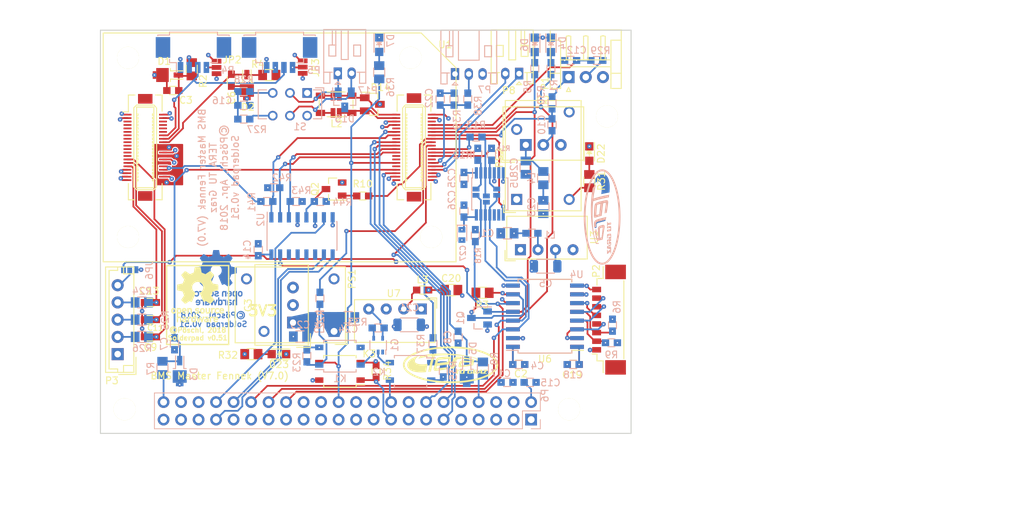
<source format=kicad_pcb>
(kicad_pcb (version 20171130) (host pcbnew 5.0.0-fee4fd1~66~ubuntu16.04.1)
  (title_block (title "BMS Master") (date 2017-01-06) (rev 6) (company "TERA TU Graz") (comment 1 "Rene Pöschl"))
  (layers (0 F.Cu signal) (1 In1.Cu signal hide) (2 In2.Cu signal hide) (31 B.Cu signal) (34 B.Paste user hide) (35 F.Paste user) (36 B.SilkS user hide) (37 F.SilkS user hide) (38 B.Mask user) (39 F.Mask user hide) (44 Edge.Cuts user))
  (net 0 "")
  (net 1 +3V3)
  (net 2 GND)
  (net 3 +5V)
  (net 4 /LEM2)
  (net 5 /LEM1)
  (net 6 +12V)
  (net 7 /Interlock_OK)
  (net 8 /MOSI)
  (net 9 /Precharge_Fault)
  (net 10 /SCLK)
  (net 11 /MISO)
  (net 12 /Main_Fault)
  (net 13 /SPI_Controller/NCS5)
  (net 14 "Net-(Q2-Pad1)")
  (net 15 "Net-(R27-Pad1)")
  (net 16 "Net-(R28-Pad1)")
  (net 17 "Net-(P4-Pad2)")
  (net 18 "Net-(P5-Pad2)")
  (net 19 "Net-(C16-Pad1)")
  (net 20 "Net-(D22-Pad2)")
  (net 21 "Net-(D23-Pad2)")
  (net 22 /NFAULT)
  (net 23 "Net-(D4-Pad2)")
  (net 24 /NALERT)
  (net 25 "Net-(D6-Pad2)")
  (net 26 /CS_B0)
  (net 27 /CS_B1)
  (net 28 /CS_B2)
  (net 29 /SPI_CS)
  (net 30 /SPI_Controller/NCS1)
  (net 31 /Interlock_On2)
  (net 32 /Interlock_On1)
  (net 33 "Net-(U1-Pad3)")
  (net 34 "Net-(U1-Pad5)")
  (net 35 "Net-(U1-Pad6)")
  (net 36 "Net-(U1-Pad4)")
  (net 37 "Net-(U5-Pad10)")
  (net 38 "Net-(U1-Pad7)")
  (net 39 "Net-(U1-Pad8)")
  (net 40 "Net-(U1-Pad9)")
  (net 41 "Net-(U1-Pad36)")
  (net 42 "Net-(S1-Pad1)")
  (net 43 "Net-(S1-Pad4)")
  (net 44 /CAN/CANperi-)
  (net 45 /CAN/CANperi+)
  (net 46 "Net-(U1-Pad12)")
  (net 47 "Net-(U1-Pad13)")
  (net 48 "Net-(U1-Pad35)")
  (net 49 "Net-(U1-Pad37)")
  (net 50 "Net-(U1-Pad38)")
  (net 51 "Net-(JP3-Pad2)")
  (net 52 "Net-(JP2-Pad2)")
  (net 53 "Net-(U1-Pad45)")
  (net 54 "Net-(U1-Pad53)")
  (net 55 "Net-(U1-Pad54)")
  (net 56 "Net-(U1-Pad56)")
  (net 57 /EXT_GPIO_3)
  (net 58 /EXT_GPIO_2)
  (net 59 /EXT_GPIO_1)
  (net 60 "Net-(U1-Pad78)")
  (net 61 /WheelSpeed)
  (net 62 "Net-(P7-Pad2)")
  (net 63 /SPI_Controller/SPI_NCS_5V)
  (net 64 "Net-(P1-Pad1)")
  (net 65 /Button_Off)
  (net 66 "Net-(P1-Pad2)")
  (net 67 /Button_On)
  (net 68 "Net-(P3-Pad2)")
  (net 69 "/SPI_Controller/SPI Isolator/~Alert_slave")
  (net 70 GND_slave)
  (net 71 /Alegro_2)
  (net 72 /Alegro_2_Filtered)
  (net 73 /Alegro_1)
  (net 74 /Alegro_1_Filtered)
  (net 75 "/SPI_Controller/SPI Isolator/~Fault_slave")
  (net 76 "Net-(P3-Pad4)")
  (net 77 "Net-(P3-Pad3)")
  (net 78 "Net-(Q1-Pad3)")
  (net 79 "Net-(K2-Pad1)")
  (net 80 /SPI_Controller/MOSI_1)
  (net 81 /SPI_MISO_5V)
  (net 82 /SPI_MOSI_5V)
  (net 83 /SPI_CLK_5V)
  (net 84 "Net-(K1-Pad1)")
  (net 85 IL_V+)
  (net 86 "Net-(G1-Pad4)")
  (net 87 /IL_next-)
  (net 88 IL_V-)
  (net 89 /SPI_Controller/SCLK_1)
  (net 90 /SPI_Controller/MISO_1)
  (net 91 "Net-(L3-Pad1)")
  (net 92 "Net-(L1-Pad1)")
  (net 93 +5V_SLAVE)
  (net 94 "/Main Connector/+12VDC_BMS_Switched")
  (net 95 "Net-(JP6-Pad2)")
  (net 96 "Net-(G1-Pad3)")
  (net 97 /Interlock/IL_Iconst)
  (net 98 /IL_next+)
  (net 99 /NCS_PreCharge)
  (net 100 /NCS_12V_Relay)
  (net 101 /NCS_MainRelay)
  (net 102 "Net-(U2-Pad12)")
  (net 103 "Net-(U2-Pad13)")
  (net 104 "Net-(U2-Pad14)")
  (net 105 "/SPI_Controller/SPI Isolator/MISO_slave")
  (net 106 "/SPI_Controller/SPI Isolator/NCS_Slave")
  (net 107 "/SPI_Controller/SPI Isolator/MOSI_Slave")
  (net 108 "/SPI_Controller/SPI Isolator/SCLK_slave")
  (net 109 "Net-(U6-Pad6)")
  (net 110 "Net-(U6-Pad14)")
  (net 111 /LEM_Standby)
  (net 112 "Net-(P6-Pad15)")
  (net 113 "Net-(P6-Pad16)")
  (net 114 /12V_Relay_Fault)
  (net 115 "Net-(U1-Pad48)")
  (net 116 /CAN/CAN2-)
  (net 117 /CAN/CAN2+)
  (net 118 /CAN/CAN1-)
  (net 119 /CAN/CAN1+)
  (net 120 "Net-(D7-Pad2)")
  (net 121 "Net-(P6-Pad19)")
  (net 122 "Net-(P6-Pad20)")
  (net 123 "Net-(U1-Pad67)")
  (net 124 "Net-(U1-Pad10)")
  (net 125 "Net-(U1-Pad11)")
  (net 126 "Net-(C28-Pad1)")
  (net 127 "Net-(C29-Pad1)")
  (module local_footprints:MountingHole_marker_3.2mm_M3 (layer F.Cu) (at 189 56)
    (fp_text reference REF** hide)
    (fp_text value MountingHole_3.2mm_M3 hide)
  )
  (module local_footprints:MountingHole_marker_3.2mm_M3 (layer F.Cu) (at 189 91)
    (fp_text reference REF** hide)
    (fp_text value MountingHole_3.2mm_M3 hide)
  )
  (module local_footprints:MountingHole_marker_3.2mm_M3 (layer F.Cu) (at 62 56)
    (fp_text reference REF** hide)
    (fp_text value MountingHole_3.2mm_M3 hide)
  )
  (module Boards_Tera:STM32f4-board_v3-1 (layer F.Cu) (at 98.5 69.5)
    (fp_text reference U1)
    (fp_text value STM32f4_board_v3-1)
    (fp_text user %R (at 24.03 -14.912) (layer F.SilkS))
    (pad 1 smd rect (at -22.075 -4.75) (size 1.15 0.25) (layers F.Cu F.Paste F.Mask) (net 2 GND))
    (pad 30 smd rect (at -16.925 0.25) (size 1.15 0.25) (layers F.Cu F.Paste F.Mask) (net 2 GND))
    (pad "" smd rect (at -19.5 -7.05) (size 2.1 1.4) (layers F.Cu F.Paste F.Mask))
    (pad "" smd rect (at -19.5 7.05) (size 2.1 1.4) (layers F.Cu F.Paste F.Mask))
    (pad "" np_thru_hole circle (at -17.6 -6) (size 0.6 0.6) (drill 0.6) (layers *.Cu))
    (pad "" np_thru_hole circle (at -17.6 6) (size 0.6 0.6) (drill 0.6) (layers *.Cu))
    (pad 2 smd rect (at -22.075 -4.25) (size 1.15 0.25) (layers F.Cu F.Paste F.Mask) (net 1 +3V3))
    (pad 3 smd rect (at -22.075 -3.75) (size 1.15 0.25) (layers F.Cu F.Paste F.Mask) (net 33 "Net-(U1-Pad3)"))
    (pad 4 smd rect (at -22.075 -3.25) (size 1.15 0.25) (layers F.Cu F.Paste F.Mask) (net 36 "Net-(U1-Pad4)"))
    (pad 5 smd rect (at -22.075 -2.75) (size 1.15 0.25) (layers F.Cu F.Paste F.Mask) (net 34 "Net-(U1-Pad5)"))
    (pad 6 smd rect (at -22.075 -2.25) (size 1.15 0.25) (layers F.Cu F.Paste F.Mask) (net 35 "Net-(U1-Pad6)"))
    (pad 7 smd rect (at -22.075 -1.75) (size 1.15 0.25) (layers F.Cu F.Paste F.Mask) (net 38 "Net-(U1-Pad7)"))
    (pad 8 smd rect (at -22.075 -1.25) (size 1.15 0.25) (layers F.Cu F.Paste F.Mask) (net 39 "Net-(U1-Pad8)"))
    (pad 9 smd rect (at -22.075 -0.75) (size 1.15 0.25) (layers F.Cu F.Paste F.Mask) (net 40 "Net-(U1-Pad9)"))
    (pad 10 smd rect (at -22.075 -0.25) (size 1.15 0.25) (layers F.Cu F.Paste F.Mask) (net 124 "Net-(U1-Pad10)"))
    (pad 11 smd rect (at -22.075 0.25) (size 1.15 0.25) (layers F.Cu F.Paste F.Mask) (net 125 "Net-(U1-Pad11)"))
    (pad 12 smd rect (at -22.075 0.75) (size 1.15 0.25) (layers F.Cu F.Paste F.Mask) (net 46 "Net-(U1-Pad12)"))
    (pad 13 smd rect (at -22.075 1.25) (size 1.15 0.25) (layers F.Cu F.Paste F.Mask) (net 47 "Net-(U1-Pad13)"))
    (pad 14 smd rect (at -22.075 1.75) (size 1.15 0.25) (layers F.Cu F.Paste F.Mask) (net 57 /EXT_GPIO_3))
    (pad 15 smd rect (at -22.075 2.25) (size 1.15 0.25) (layers F.Cu F.Paste F.Mask) (net 58 /EXT_GPIO_2))
    (pad 16 smd rect (at -22.075 2.75) (size 1.15 0.25) (layers F.Cu F.Paste F.Mask) (net 59 /EXT_GPIO_1))
    (pad 17 smd rect (at -22.075 3.25) (size 1.15 0.25) (layers F.Cu F.Paste F.Mask) (net 1 +3V3))
    (pad 18 smd rect (at -22.075 3.75) (size 1.15 0.25) (layers F.Cu F.Paste F.Mask) (net 1 +3V3))
    (pad 19 smd rect (at -22.075 4.25) (size 1.15 0.25) (layers F.Cu F.Paste F.Mask) (net 2 GND))
    (pad 20 smd rect (at -22.075 4.75) (size 1.15 0.25) (layers F.Cu F.Paste F.Mask) (net 2 GND))
    (pad 21 smd rect (at -16.925 4.75) (size 1.15 0.25) (layers F.Cu F.Paste F.Mask) (net 2 GND))
    (pad 22 smd rect (at -16.925 4.25) (size 1.15 0.25) (layers F.Cu F.Paste F.Mask) (net 1 +3V3))
    (pad 23 smd rect (at -16.925 3.75) (size 1.15 0.25) (layers F.Cu F.Paste F.Mask) (net 2 GND))
    (pad 24 smd rect (at -16.925 3.25) (size 1.15 0.25) (layers F.Cu F.Paste F.Mask) (net 3 +5V))
    (pad 25 smd rect (at -16.925 2.75) (size 1.15 0.25) (layers F.Cu F.Paste F.Mask) (net 3 +5V))
    (pad 26 smd rect (at -16.925 2.25) (size 1.15 0.25) (layers F.Cu F.Paste F.Mask) (net 2 GND))
    (pad 27 smd rect (at -16.925 1.75) (size 1.15 0.25) (layers F.Cu F.Paste F.Mask) (net 1 +3V3))
    (pad 28 smd rect (at -16.925 1.25) (size 1.15 0.25) (layers F.Cu F.Paste F.Mask) (net 2 GND))
    (pad 29 smd rect (at -16.925 0.75) (size 1.15 0.25) (layers F.Cu F.Paste F.Mask) (net 1 +3V3))
    (pad 31 smd rect (at -16.925 -0.25) (size 1.15 0.25) (layers F.Cu F.Paste F.Mask) (net 2 GND))
    (pad 32 smd rect (at -16.925 -0.75) (size 1.15 0.25) (layers F.Cu F.Paste F.Mask) (net 4 /LEM2))
    (pad 33 smd rect (at -16.925 -1.25) (size 1.15 0.25) (layers F.Cu F.Paste F.Mask) (net 5 /LEM1))
    (pad 34 smd rect (at -16.925 -1.75) (size 1.15 0.25) (layers F.Cu F.Paste F.Mask) (net 111 /LEM_Standby))
    (pad 35 smd rect (at -16.925 -2.25) (size 1.15 0.25) (layers F.Cu F.Paste F.Mask) (net 48 "Net-(U1-Pad35)"))
    (pad 36 smd rect (at -16.925 -2.75) (size 1.15 0.25) (layers F.Cu F.Paste F.Mask) (net 41 "Net-(U1-Pad36)"))
    (pad 37 smd rect (at -16.925 -3.25) (size 1.15 0.25) (layers F.Cu F.Paste F.Mask) (net 49 "Net-(U1-Pad37)"))
    (pad 38 smd rect (at -16.925 -3.75) (size 1.15 0.25) (layers F.Cu F.Paste F.Mask) (net 50 "Net-(U1-Pad38)"))
    (pad 39 smd rect (at -16.925 -4.25) (size 1.15 0.25) (layers F.Cu F.Paste F.Mask) (net 1 +3V3))
    (pad 40 smd rect (at -16.925 -4.75) (size 1.15 0.25) (layers F.Cu F.Paste F.Mask) (net 2 GND))
    (pad "" smd rect (at 19.5 7.15 180) (size 2.1 1.4) (layers F.Cu F.Paste F.Mask))
    (pad "" smd rect (at 19.5 -7.15 180) (size 2.1 1.4) (layers F.Cu F.Paste F.Mask))
    (pad "" np_thru_hole circle (at 17.6 6 180) (size 0.6 0.6) (drill 0.6) (layers *.Cu))
    (pad "" np_thru_hole circle (at 17.6 -6 180) (size 0.6 0.6) (drill 0.6) (layers *.Cu))
    (pad 41 smd rect (at 16.925 -4.75 180) (size 1.15 0.25) (layers F.Cu F.Paste F.Mask) (net 116 /CAN/CAN2-))
    (pad 42 smd rect (at 16.925 -4.25 180) (size 1.15 0.25) (layers F.Cu F.Paste F.Mask) (net 117 /CAN/CAN2+))
    (pad 43 smd rect (at 16.925 -3.75 180) (size 1.15 0.25) (layers F.Cu F.Paste F.Mask) (net 2 GND))
    (pad 44 smd rect (at 16.925 -3.25 180) (size 1.15 0.25) (layers F.Cu F.Paste F.Mask) (net 1 +3V3))
    (pad 45 smd rect (at 16.925 -2.75 180) (size 1.15 0.25) (layers F.Cu F.Paste F.Mask) (net 53 "Net-(U1-Pad45)"))
    (pad 46 smd rect (at 16.925 -2.25 180) (size 1.15 0.25) (layers F.Cu F.Paste F.Mask) (net 114 /12V_Relay_Fault))
    (pad 47 smd rect (at 16.925 -1.75 180) (size 1.15 0.25) (layers F.Cu F.Paste F.Mask) (net 26 /CS_B0))
    (pad 48 smd rect (at 16.925 -1.25 180) (size 1.15 0.25) (layers F.Cu F.Paste F.Mask) (net 115 "Net-(U1-Pad48)"))
    (pad 49 smd rect (at 16.925 -0.75 180) (size 1.15 0.25) (layers F.Cu F.Paste F.Mask) (net 9 /Precharge_Fault))
    (pad 50 smd rect (at 16.925 -0.25 180) (size 1.15 0.25) (layers F.Cu F.Paste F.Mask) (net 12 /Main_Fault))
    (pad 51 smd rect (at 16.925 0.25 180) (size 1.15 0.25) (layers F.Cu F.Paste F.Mask) (net 28 /CS_B2))
    (pad 52 smd rect (at 16.925 0.75 180) (size 1.15 0.25) (layers F.Cu F.Paste F.Mask) (net 27 /CS_B1))
    (pad 53 smd rect (at 16.925 1.25 180) (size 1.15 0.25) (layers F.Cu F.Paste F.Mask) (net 54 "Net-(U1-Pad53)"))
    (pad 54 smd rect (at 16.925 1.75 180) (size 1.15 0.25) (layers F.Cu F.Paste F.Mask) (net 55 "Net-(U1-Pad54)"))
    (pad 55 smd rect (at 16.925 2.25 180) (size 1.15 0.25) (layers F.Cu F.Paste F.Mask) (net 7 /Interlock_OK))
    (pad 56 smd rect (at 16.925 2.75 180) (size 1.15 0.25) (layers F.Cu F.Paste F.Mask) (net 56 "Net-(U1-Pad56)"))
    (pad 57 smd rect (at 16.925 3.25 180) (size 1.15 0.25) (layers F.Cu F.Paste F.Mask) (net 74 /Alegro_1_Filtered))
    (pad 58 smd rect (at 16.925 3.75 180) (size 1.15 0.25) (layers F.Cu F.Paste F.Mask) (net 72 /Alegro_2_Filtered))
    (pad 59 smd rect (at 16.925 4.25 180) (size 1.15 0.25) (layers F.Cu F.Paste F.Mask) (net 1 +3V3))
    (pad 60 smd rect (at 16.925 4.75 180) (size 1.15 0.25) (layers F.Cu F.Paste F.Mask) (net 2 GND))
    (pad 61 smd rect (at 22.075 4.75 180) (size 1.15 0.25) (layers F.Cu F.Paste F.Mask) (net 2 GND))
    (pad 62 smd rect (at 22.075 4.25 180) (size 1.15 0.25) (layers F.Cu F.Paste F.Mask) (net 1 +3V3))
    (pad 63 smd rect (at 22.075 3.75 180) (size 1.15 0.25) (layers F.Cu F.Paste F.Mask) (net 1 +3V3))
    (pad 64 smd rect (at 22.075 3.25 180) (size 1.15 0.25) (layers F.Cu F.Paste F.Mask) (net 118 /CAN/CAN1-))
    (pad 65 smd rect (at 22.075 2.75 180) (size 1.15 0.25) (layers F.Cu F.Paste F.Mask) (net 119 /CAN/CAN1+))
    (pad 66 smd rect (at 22.075 2.25 180) (size 1.15 0.25) (layers F.Cu F.Paste F.Mask) (net 61 /WheelSpeed))
    (pad 67 smd rect (at 22.075 1.75 180) (size 1.15 0.25) (layers F.Cu F.Paste F.Mask) (net 123 "Net-(U1-Pad67)"))
    (pad 68 smd rect (at 22.075 1.25 180) (size 1.15 0.25) (layers F.Cu F.Paste F.Mask) (net 10 /SCLK))
    (pad 69 smd rect (at 22.075 0.75 180) (size 1.15 0.25) (layers F.Cu F.Paste F.Mask) (net 11 /MISO))
    (pad 70 smd rect (at 22.075 0.25 180) (size 1.15 0.25) (layers F.Cu F.Paste F.Mask) (net 8 /MOSI))
    (pad 71 smd rect (at 22.075 -0.25 180) (size 1.15 0.25) (layers F.Cu F.Paste F.Mask) (net 31 /Interlock_On2))
    (pad 72 smd rect (at 22.075 -0.75 180) (size 1.15 0.25) (layers F.Cu F.Paste F.Mask) (net 32 /Interlock_On1))
    (pad 73 smd rect (at 22.075 -1.25 180) (size 1.15 0.25) (layers F.Cu F.Paste F.Mask) (net 29 /SPI_CS))
    (pad 74 smd rect (at 22.075 -1.75 180) (size 1.15 0.25) (layers F.Cu F.Paste F.Mask) (net 65 /Button_Off))
    (pad 75 smd rect (at 22.075 -2.25 180) (size 1.15 0.25) (layers F.Cu F.Paste F.Mask) (net 22 /NFAULT))
    (pad 76 smd rect (at 22.075 -2.75 180) (size 1.15 0.25) (layers F.Cu F.Paste F.Mask) (net 24 /NALERT))
    (pad 77 smd rect (at 22.075 -3.25 180) (size 1.15 0.25) (layers F.Cu F.Paste F.Mask) (net 67 /Button_On))
    (pad 78 smd rect (at 22.075 -3.75 180) (size 1.15 0.25) (layers F.Cu F.Paste F.Mask) (net 60 "Net-(U1-Pad78)"))
    (pad 79 smd rect (at 22.075 -4.25 180) (size 1.15 0.25) (layers F.Cu F.Paste F.Mask) (net 1 +3V3))
    (pad 80 smd rect (at 22.075 -4.75 180) (size 1.15 0.25) (layers F.Cu F.Paste F.Mask) (net 2 GND))
    (pad "" np_thru_hole circle (at -22 -13) (size 3.2 3.2) (drill 3.2) (layers *.Cu *.Mask F.SilkS))
    (pad "" np_thru_hole circle (at 19 -13) (size 3.2 3.2) (drill 3.2) (layers *.Cu *.Mask F.SilkS))
    (pad "" np_thru_hole circle (at 22 13) (size 3.2 3.2) (drill 3.2) (layers *.Cu *.Mask F.SilkS))
    (pad "" np_thru_hole circle (at -22 13) (size 3.2 3.2) (drill 3.2) (layers *.Cu *.Mask F.SilkS))
  )
  (module Symbols:OSHW-Logo_7.5x8mm_Copper (layer B.Cu) (at 89.3 88.4 180)
    (fp_text reference REF*** hide)
    (fp_text value OSHW-Logo_7.5x8mm_Copper hide)
    (fp_poly (pts (xy -2.53664 -1.952468) (xy -2.501408 -1.969874) (xy -2.45796 -2.000206) (xy -2.426294 -2.033283) (xy -2.404606 -2.074817) (xy -2.391097 -2.130522) (xy -2.383962 -2.206111) (xy -2.3814 -2.307296) (xy -2.38125 -2.350797) (xy -2.381688 -2.446135) (xy -2.383504 -2.514271) (xy -2.387455 -2.561418) (xy -2.394298 -2.59379) (xy -2.404789 -2.6176) (xy -2.415704 -2.633843) (xy -2.485381 -2.702952) (xy -2.567434 -2.744521) (xy -2.65595 -2.757023) (xy -2.745019 -2.738934) (xy -2.773237 -2.726142) (xy -2.84079 -2.690931) (xy -2.84079 -3.2427) (xy -2.791488 -3.217205) (xy -2.726527 -3.19748) (xy -2.64668 -3.192427) (xy -2.566948 -3.201756) (xy -2.506735 -3.222714) (xy -2.456792 -3.262627) (xy -2.414119 -3.319741) (xy -2.41091 -3.325605) (xy -2.397378 -3.353227) (xy -2.387495 -3.381068) (xy -2.380691 -3.414794) (xy -2.376399 -3.460071) (xy -2.374049 -3.522562) (xy -2.373072 -3.607935) (xy -2.372895 -3.70401) (xy -2.372895 -4.010526) (xy -2.556711 -4.010526) (xy -2.556711 -3.445339) (xy -2.608125 -3.402077) (xy -2.661534 -3.367472) (xy -2.712112 -3.36118) (xy -2.76297 -3.377372) (xy -2.790075 -3.393227) (xy -2.810249 -3.41581) (xy -2.824597 -3.44994) (xy -2.834224 -3.500434) (xy -2.840237 -3.572111) (xy -2.84374 -3.669788) (xy -2.844974 -3.734802) (xy -2.849145 -4.002171) (xy -2.936875 -4.007222) (xy -3.024606 -4.012273) (xy -3.024606 -2.353101) (xy -2.84079 -2.353101) (xy -2.836104 -2.4456) (xy -2.820312 -2.509809) (xy -2.790817 -2.549759) (xy -2.74502 -2.56948) (xy -2.69875 -2.573421) (xy -2.646372 -2.568892) (xy -2.61161 -2.551069) (xy -2.589872 -2.527519) (xy -2.57276 -2.502189) (xy -2.562573 -2.473969) (xy -2.55804 -2.434431) (xy -2.557891 -2.375142) (xy -2.559416 -2.325498) (xy -2.562919 -2.25071) (xy -2.568133 -2.201611) (xy -2.576913 -2.170467) (xy -2.591114 -2.149545) (xy -2.604516 -2.137452) (xy -2.660513 -2.111081) (xy -2.726789 -2.106822) (xy -2.764844 -2.115906) (xy -2.802523 -2.148196) (xy -2.827481 -2.211006) (xy -2.839578 -2.303894) (xy -2.84079 -2.353101) (xy -3.024606 -2.353101) (xy -3.024606 -1.938421) (xy -2.932698 -1.938421) (xy -2.877517 -1.940603) (xy -2.849048 -1.948351) (xy -2.840794 -1.963468) (xy -2.84079 -1.963916) (xy -2.83696 -1.97872) (xy -2.820067 -1.977039) (xy -2.786481 -1.960772) (xy -2.708222 -1.935887) (xy -2.620173 -1.933271) (xy -2.53664 -1.952468)) (layer B.Cu) (width 0.01))
    (fp_poly (pts (xy -1.839543 -3.198184) (xy -1.76093 -3.21916) (xy -1.701084 -3.25718) (xy -1.658853 -3.306978) (xy -1.645725 -3.32823) (xy -1.636032 -3.350492) (xy -1.629256 -3.37897) (xy -1.624877 -3.418871) (xy -1.622376 -3.475401) (xy -1.621232 -3.553767) (xy -1.620928 -3.659176) (xy -1.620922 -3.687142) (xy -1.620922 -4.010526) (xy -1.701132 -4.010526) (xy -1.752294 -4.006943) (xy -1.790123 -3.997866) (xy -1.799601 -3.992268) (xy -1.825512 -3.982606) (xy -1.851976 -3.992268) (xy -1.895548 -4.00433) (xy -1.95884 -4.009185) (xy -2.02899 -4.007078) (xy -2.09314 -3.998256) (xy -2.130593 -3.986937) (xy -2.203067 -3.940412) (xy -2.24836 -3.875846) (xy -2.268722 -3.79) (xy -2.268912 -3.787796) (xy -2.267125 -3.749713) (xy -2.105527 -3.749713) (xy -2.091399 -3.79303) (xy -2.068388 -3.817408) (xy -2.022196 -3.835845) (xy -1.961225 -3.843205) (xy -1.899051 -3.839583) (xy -1.849249 -3.825074) (xy -1.835297 -3.815765) (xy -1.810915 -3.772753) (xy -1.804737 -3.723857) (xy -1.804737 -3.659605) (xy -1.897182 -3.659605) (xy -1.985005 -3.666366) (xy -2.051582 -3.68552) (xy -2.092998 -3.715376) (xy -2.105527 -3.749713) (xy -2.267125 -3.749713) (xy -2.26451 -3.694004) (xy -2.233576 -3.619847) (xy -2.175419 -3.563767) (xy -2.16738 -3.558665) (xy -2.132837 -3.542055) (xy -2.090082 -3.531996) (xy -2.030314 -3.527107) (xy -1.95931 -3.525983) (xy -1.804737 -3.525921) (xy -1.804737 -3.461125) (xy -1.811294 -3.41085) (xy -1.828025 -3.377169) (xy -1.829984 -3.375376) (xy -1.867217 -3.360642) (xy -1.92342 -3.354931) (xy -1.985533 -3.357737) (xy -2.04049 -3.368556) (xy -2.073101 -3.384782) (xy -2.090772 -3.39778) (xy -2.109431 -3.400262) (xy -2.135181 -3.389613) (xy -2.174127 -3.363218) (xy -2.23237 -3.318465) (xy -2.237716 -3.314273) (xy -2.234977 -3.29876) (xy -2.212124 -3.27296) (xy -2.177391 -3.244289) (xy -2.13901 -3.220166) (xy -2.126952 -3.21447) (xy -2.082966 -3.203103) (xy -2.018513 -3.194995) (xy -1.946503 -3.191743) (xy -1.943136 -3.191736) (xy -1.839543 -3.198184)) (layer B.Cu) (width 0.01))
    (fp_poly (pts (xy -1.320119 -3.193486) (xy -1.295112 -3.200982) (xy -1.28705 -3.217451) (xy -1.286711 -3.224886) (xy -1.285264 -3.245594) (xy -1.275302 -3.248845) (xy -1.248388 -3.234648) (xy -1.232402 -3.224948) (xy -1.181967 -3.204175) (xy -1.121728 -3.193904) (xy -1.058566 -3.193114) (xy -0.999363 -3.200786) (xy -0.950998 -3.215898) (xy -0.920354 -3.237432) (xy -0.914311 -3.264366) (xy -0.917361 -3.27166) (xy -0.939594 -3.301937) (xy -0.97407 -3.339175) (xy -0.980306 -3.345195) (xy -1.013167 -3.372875) (xy -1.04152 -3.381818) (xy -1.081173 -3.375576) (xy -1.097058 -3.371429) (xy -1.146491 -3.361467) (xy -1.181248 -3.365947) (xy -1.2106 -3.381746) (xy -1.237487 -3.402949) (xy -1.25729 -3.429614) (xy -1.271052 -3.466827) (xy -1.279816 -3.519673) (xy -1.284626 -3.593237) (xy -1.286526 -3.692605) (xy -1.286711 -3.752601) (xy -1.286711 -4.010526) (xy -1.453816 -4.010526) (xy -1.453816 -3.19171) (xy -1.370264 -3.19171) (xy -1.320119 -3.193486)) (layer B.Cu) (width 0.01))
    (fp_poly (pts (xy -0.267369 -4.010526) (xy -0.359277 -4.010526) (xy -0.412623 -4.008962) (xy -0.440407 -4.002485) (xy -0.45041 -3.988418) (xy -0.451185 -3.978906) (xy -0.452872 -3.959832) (xy -0.46351 -3.956174) (xy -0.491465 -3.967932) (xy -0.513205 -3.978906) (xy -0.596668 -4.004911) (xy -0.687396 -4.006416) (xy -0.761158 -3.987021) (xy -0.829846 -3.940165) (xy -0.882206 -3.871004) (xy -0.910878 -3.789427) (xy -0.911608 -3.784866) (xy -0.915868 -3.735101) (xy -0.917986 -3.663659) (xy -0.917816 -3.609626) (xy -0.73528 -3.609626) (xy -0.731051 -3.681441) (xy -0.721432 -3.740634) (xy -0.70841 -3.77406) (xy -0.659144 -3.81974) (xy -0.60065 -3.836115) (xy -0.540329 -3.822873) (xy -0.488783 -3.783373) (xy -0.469262 -3.756807) (xy -0.457848 -3.725106) (xy -0.452502 -3.678832) (xy -0.451185 -3.609328) (xy -0.453542 -3.540499) (xy -0.459767 -3.480026) (xy -0.468592 -3.439556) (xy -0.470063 -3.435929) (xy -0.505653 -3.392802) (xy -0.5576 -3.369124) (xy -0.615722 -3.365301) (xy -0.66984 -3.381738) (xy -0.709774 -3.41884) (xy -0.713917 -3.426222) (xy -0.726884 -3.471239) (xy -0.733948 -3.535967) (xy -0.73528 -3.609626) (xy -0.917816 -3.609626) (xy -0.917729 -3.58223) (xy -0.916528 -3.538405) (xy -0.908355 -3.429988) (xy -0.89137 -3.348588) (xy -0.863113 -3.288412) (xy -0.821128 -3.243666) (xy -0.780368 -3.2174) (xy -0.723419 -3.198935) (xy -0.652589 -3.192602) (xy -0.580059 -3.19776) (xy -0.518014 -3.213769) (xy -0.485232 -3.23292) (xy -0.451185 -3.263732) (xy -0.451185 -2.87421) (xy -0.267369 -2.87421) (xy -0.267369 -4.010526)) (layer B.Cu) (width 0.01))
    (fp_poly (pts (xy 0.37413 -3.195104) (xy 0.44022 -3.200066) (xy 0.526626 -3.459079) (xy 0.613031 -3.718092) (xy 0.640124 -3.626184) (xy 0.656428 -3.569384) (xy 0.677875 -3.492625) (xy 0.701035 -3.408251) (xy 0.71328 -3.362993) (xy 0.759344 -3.19171) (xy 0.949387 -3.19171) (xy 0.892582 -3.371349) (xy 0.864607 -3.459704) (xy 0.830813 -3.566281) (xy 0.79552 -3.677454) (xy 0.764013 -3.776579) (xy 0.69225 -4.002171) (xy 0.537286 -4.012253) (xy 0.49527 -3.873528) (xy 0.469359 -3.787351) (xy 0.441083 -3.692347) (xy 0.416369 -3.608441) (xy 0.415394 -3.605102) (xy 0.396935 -3.548248) (xy 0.380649 -3.509456) (xy 0.369242 -3.494787) (xy 0.366898 -3.496483) (xy 0.358671 -3.519225) (xy 0.343038 -3.56794) (xy 0.321904 -3.636502) (xy 0.29717 -3.718785) (xy 0.283787 -3.764046) (xy 0.211311 -4.010526) (xy 0.057495 -4.010526) (xy -0.065469 -3.622006) (xy -0.100012 -3.513022) (xy -0.131479 -3.414048) (xy -0.158384 -3.329736) (xy -0.179241 -3.264734) (xy -0.192562 -3.223692) (xy -0.196612 -3.211701) (xy -0.193406 -3.199423) (xy -0.168235 -3.194046) (xy -0.115854 -3.194584) (xy -0.107655 -3.19499) (xy -0.010518 -3.200066) (xy 0.0531 -3.434013) (xy 0.076484 -3.519333) (xy 0.097381 -3.594335) (xy 0.113951 -3.652507) (xy 0.124354 -3.687337) (xy 0.126276 -3.693016) (xy 0.134241 -3.686486) (xy 0.150304 -3.652654) (xy 0.172621 -3.596127) (xy 0.199345 -3.52151) (xy 0.221937 -3.454107) (xy 0.308041 -3.190143) (xy 0.37413 -3.195104)) (layer B.Cu) (width 0.01))
    (fp_poly (pts (xy 1.379992 -3.196673) (xy 1.450427 -3.21378) (xy 1.470787 -3.222844) (xy 1.510253 -3.246583) (xy 1.540541 -3.273321) (xy 1.562952 -3.307699) (xy 1.578786 -3.35436) (xy 1.589343 -3.417946) (xy 1.595924 -3.503099) (xy 1.599828 -3.614462) (xy 1.60131 -3.688849) (xy 1.606765 -4.010526) (xy 1.51358 -4.010526) (xy 1.457047 -4.008156) (xy 1.427922 -4.000055) (xy 1.420394 -3.986451) (xy 1.41642 -3.971741) (xy 1.398652 -3.974554) (xy 1.37444 -3.986348) (xy 1.313828 -4.004427) (xy 1.235929 -4.009299) (xy 1.153995 -4.00133) (xy 1.081281 -3.980889) (xy 1.074759 -3.978051) (xy 1.008302 -3.931365) (xy 0.964491 -3.866464) (xy 0.944332 -3.7906) (xy 0.945872 -3.763344) (xy 1.110345 -3.763344) (xy 1.124837 -3.800024) (xy 1.167805 -3.826309) (xy 1.237129 -3.840417) (xy 1.274177 -3.84229) (xy 1.335919 -3.837494) (xy 1.37696 -3.818858) (xy 1.386973 -3.81) (xy 1.4141 -3.761806) (xy 1.420394 -3.718092) (xy 1.420394 -3.659605) (xy 1.33893 -3.659605) (xy 1.244234 -3.664432) (xy 1.177813 -3.679613) (xy 1.135846 -3.7062) (xy 1.126449 -3.718052) (xy 1.110345 -3.763344) (xy 0.945872 -3.763344) (xy 0.948829 -3.711026) (xy 0.978985 -3.634995) (xy 1.020131 -3.583612) (xy 1.045052 -3.561397) (xy 1.069448 -3.546798) (xy 1.101191 -3.537897) (xy 1.148152 -3.532775) (xy 1.218204 -3.529515) (xy 1.24599 -3.528577) (xy 1.420394 -3.522879) (xy 1.420138 -3.470091) (xy 1.413384 -3.414603) (xy 1.388964 -3.381052) (xy 1.33963 -3.359618) (xy 1.338306 -3.359236) (xy 1.26836 -3.350808) (xy 1.199914 -3.361816) (xy 1.149047 -3.388585) (xy 1.128637 -3.401803) (xy 1.106654 -3.399974) (xy 1.072826 -3.380824) (xy 1.052961 -3.367308) (xy 1.014106 -3.338432) (xy 0.990038 -3.316786) (xy 0.986176 -3.310589) (xy 1.002079 -3.278519) (xy 1.049065 -3.240219) (xy 1.069473 -3.227297) (xy 1.128143 -3.205041) (xy 1.207212 -3.192432) (xy 1.295041 -3.1896) (xy 1.379992 -3.196673)) (layer B.Cu) (width 0.01))
    (fp_poly (pts (xy 2.173167 -3.191447) (xy 2.237408 -3.204112) (xy 2.27398 -3.222864) (xy 2.312453 -3.254017) (xy 2.257717 -3.323127) (xy 2.223969 -3.364979) (xy 2.201053 -3.385398) (xy 2.178279 -3.388517) (xy 2.144956 -3.378472) (xy 2.129314 -3.372789) (xy 2.065542 -3.364404) (xy 2.00714 -3.382378) (xy 1.964264 -3.422982) (xy 1.957299 -3.435929) (xy 1.949713 -3.470224) (xy 1.943859 -3.533427) (xy 1.940011 -3.62106) (xy 1.938443 -3.72864) (xy 1.938421 -3.743944) (xy 1.938421 -4.010526) (xy 1.754605 -4.010526) (xy 1.754605 -3.19171) (xy 1.846513 -3.19171) (xy 1.899507 -3.193094) (xy 1.927115 -3.199252) (xy 1.937324 -3.213194) (xy 1.938421 -3.226344) (xy 1.938421 -3.260978) (xy 1.98245 -3.226344) (xy 2.032937 -3.202716) (xy 2.10076 -3.191033) (xy 2.173167 -3.191447)) (layer B.Cu) (width 0.01))
    (fp_poly (pts (xy 2.701193 -3.196078) (xy 2.781068 -3.216845) (xy 2.847962 -3.259705) (xy 2.880351 -3.291723) (xy 2.933445 -3.367413) (xy 2.963873 -3.455216) (xy 2.974327 -3.56315) (xy 2.97438 -3.571875) (xy 2.974473 -3.659605) (xy 2.469534 -3.659605) (xy 2.480298 -3.705559) (xy 2.499732 -3.747178) (xy 2.533745 -3.790544) (xy 2.54086 -3.797467) (xy 2.602003 -3.834935) (xy 2.671729 -3.841289) (xy 2.751987 -3.816638) (xy 2.765592 -3.81) (xy 2.807319 -3.789819) (xy 2.835268 -3.778321) (xy 2.840145 -3.777258) (xy 2.857168 -3.787583) (xy 2.889633 -3.812845) (xy 2.906114 -3.82665) (xy 2.940264 -3.858361) (xy 2.951478 -3.879299) (xy 2.943695 -3.89856) (xy 2.939535 -3.903827) (xy 2.911357 -3.926878) (xy 2.864862 -3.954892) (xy 2.832434 -3.971246) (xy 2.740385 -4.000059) (xy 2.638476 -4.009395) (xy 2.541963 -3.998332) (xy 2.514934 -3.990412) (xy 2.431276 -3.945581) (xy 2.369266 -3.876598) (xy 2.328545 -3.782794) (xy 2.308755 -3.663498) (xy 2.306582 -3.601118) (xy 2.312926 -3.510298) (xy 2.473157 -3.510298) (xy 2.488655 -3.517012) (xy 2.530312 -3.52228) (xy 2.590876 -3.525389) (xy 2.631907 -3.525921) (xy 2.705711 -3.525408) (xy 2.752293 -3.523006) (xy 2.777848 -3.517422) (xy 2.788569 -3.507361) (xy 2.790657 -3.492763) (xy 2.776331 -3.447796) (xy 2.740262 -3.403353) (xy 2.692815 -3.369242) (xy 2.645349 -3.355288) (xy 2.580879 -3.367666) (xy 2.52507 -3.403452) (xy 2.486374 -3.455033) (xy 2.473157 -3.510298) (xy 2.312926 -3.510298) (xy 2.315821 -3.468866) (xy 2.344336 -3.363498) (xy 2.392729 -3.284178) (xy 2.461604 -3.230071) (xy 2.551565 -3.200343) (xy 2.6003 -3.194618) (xy 2.701193 -3.196078)) (layer B.Cu) (width 0.01))
    (fp_poly (pts (xy -3.373216 -1.947104) (xy -3.285795 -1.985754) (xy -3.21943 -2.05029) (xy -3.174024 -2.140812) (xy -3.149482 -2.257418) (xy -3.147723 -2.275624) (xy -3.146344 -2.403984) (xy -3.164216 -2.516496) (xy -3.20025 -2.607688) (xy -3.219545 -2.637022) (xy -3.286755 -2.699106) (xy -3.37235 -2.739316) (xy -3.46811 -2.756003) (xy -3.565813 -2.747517) (xy -3.640083 -2.72138) (xy -3.703953 -2.677335) (xy -3.756154 -2.619587) (xy -3.757057 -2.618236) (xy -3.778256 -2.582593) (xy -3.792033 -2.546752) (xy -3.800376 -2.501519) (xy -3.805273 -2.437701) (xy -3.807431 -2.385368) (xy -3.808329 -2.33791) (xy -3.641257 -2.33791) (xy -3.639624 -2.385154) (xy -3.633696 -2.448046) (xy -3.623239 -2.488407) (xy -3.604381 -2.517122) (xy -3.586719 -2.533896) (xy -3.524106 -2.569016) (xy -3.458592 -2.57371) (xy -3.397579 -2.54844) (xy -3.367072 -2.520124) (xy -3.345089 -2.491589) (xy -3.332231 -2.464284) (xy -3.326588 -2.42875) (xy -3.326249 -2.375524) (xy -3.327988 -2.326506) (xy -3.331729 -2.256482) (xy -3.337659 -2.211064) (xy -3.348347 -2.18144) (xy -3.366361 -2.158797) (xy -3.380637 -2.145855) (xy -3.440349 -2.11186) (xy -3.504766 -2.110165) (xy -3.558781 -2.130301) (xy -3.60486 -2.172352) (xy -3.632311 -2.241428) (xy -3.641257 -2.33791) (xy -3.808329 -2.33791) (xy -3.809401 -2.281299) (xy -3.806036 -2.203468) (xy -3.795955 -2.14493) (xy -3.777774 -2.098737) (xy -3.75011 -2.057942) (xy -3.739854 -2.045828) (xy -3.675722 -1.985474) (xy -3.606934 -1.95022) (xy -3.522811 -1.93545) (xy -3.481791 -1.934243) (xy -3.373216 -1.947104)) (layer B.Cu) (width 0.01))
    (fp_poly (pts (xy -1.802982 -1.957027) (xy -1.78633 -1.964866) (xy -1.728695 -2.007086) (xy -1.674195 -2.0687) (xy -1.633501 -2.136543) (xy -1.621926 -2.167734) (xy -1.611366 -2.223449) (xy -1.605069 -2.290781) (xy -1.604304 -2.318585) (xy -1.604211 -2.406316) (xy -2.10915 -2.406316) (xy -2.098387 -2.45227) (xy -2.071967 -2.50662) (xy -2.025778 -2.553591) (xy -1.970828 -2.583848) (xy -1.935811 -2.590131) (xy -1.888323 -2.582506) (xy -1.831665 -2.563383) (xy -1.812418 -2.554584) (xy -1.741241 -2.519036) (xy -1.680498 -2.565367) (xy -1.645448 -2.596703) (xy -1.626798 -2.622567) (xy -1.625853 -2.630158) (xy -1.642515 -2.648556) (xy -1.67903 -2.676515) (xy -1.712172 -2.698327) (xy -1.801607 -2.737537) (xy -1.901871 -2.755285) (xy -2.001246 -2.75067) (xy -2.080461 -2.726551) (xy -2.16212 -2.674884) (xy -2.220151 -2.606856) (xy -2.256454 -2.518843) (xy -2.272928 -2.407216) (xy -2.274389 -2.356138) (xy -2.268543 -2.239091) (xy -2.267825 -2.235686) (xy -2.100511 -2.235686) (xy -2.095903 -2.246662) (xy -2.076964 -2.252715) (xy -2.037902 -2.25531) (xy -1.972923 -2.25591) (xy -1.947903 -2.255921) (xy -1.871779 -2.255014) (xy -1.823504 -2.25172) (xy -1.79754 -2.245181) (xy -1.788352 -2.234537) (xy -1.788027 -2.231119) (xy -1.798513 -2.203956) (xy -1.824758 -2.165903) (xy -1.836041 -2.152579) (xy -1.877928 -2.114896) (xy -1.921591 -2.10008) (xy -1.945115 -2.098842) (xy -2.008757 -2.114329) (xy -2.062127 -2.15593) (xy -2.095981 -2.216353) (xy -2.096581 -2.218322) (xy -2.100511 -2.235686) (xy -2.267825 -2.235686) (xy -2.249101 -2.146928) (xy -2.214078 -2.07319) (xy -2.171244 -2.020848) (xy -2.092052 -1.964092) (xy -1.99896 -1.933762) (xy -1.899945 -1.931021) (xy -1.802982 -1.957027)) (layer B.Cu) (width 0.01))
    (fp_poly (pts (xy 0.018628 -1.935547) (xy 0.081908 -1.947548) (xy 0.147557 -1.972648) (xy 0.154572 -1.975848) (xy 0.204356 -2.002026) (xy 0.238834 -2.026353) (xy 0.249978 -2.041937) (xy 0.239366 -2.067353) (xy 0.213588 -2.104853) (xy 0.202146 -2.118852) (xy 0.154992 -2.173954) (xy 0.094201 -2.138086) (xy 0.036347 -2.114192) (xy -0.0305 -2.10142) (xy -0.094606 -2.100613) (xy -0.144236 -2.112615) (xy -0.156146 -2.120105) (xy -0.178828 -2.15445) (xy -0.181584 -2.194013) (xy -0.164612 -2.22492) (xy -0.154573 -2.230913) (xy -0.12449 -2.238357) (xy -0.071611 -2.247106) (xy -0.006425 -2.255467) (xy 0.0056 -2.256778) (xy 0.110297 -2.274888) (xy 0.186232 -2.305651) (xy 0.236592 -2.351907) (xy 0.264564 -2.416497) (xy 0.273278 -2.495387) (xy 0.26124 -2.585065) (xy 0.222151 -2.655486) (xy 0.155855 -2.706777) (xy 0.062194 -2.739067) (xy -0.041777 -2.751807) (xy -0.126562 -2.751654) (xy -0.195335 -2.740083) (xy -0.242303 -2.724109) (xy -0.30165 -2.696275) (xy -0.356494 -2.663973) (xy -0.375987 -2.649755) (xy -0.426119 -2.608835) (xy -0.305197 -2.486477) (xy -0.236457 -2.531967) (xy -0.167512 -2.566133) (xy -0.093889 -2.584004) (xy -0.023117 -2.585889) (xy 0.037274 -2.572101) (xy 0.079757 -2.542949) (xy 0.093474 -2.518352) (xy 0.091417 -2.478904) (xy 0.05733 -2.448737) (xy -0.008692 -2.427906) (xy -0.081026 -2.418279) (xy -0.192348 -2.39991) (xy -0.275048 -2.365254) (xy -0.330235 -2.313297) (xy -0.359012 -2.243023) (xy -0.362999 -2.159707) (xy -0.343307 -2.072681) (xy -0.298411 -2.006902) (xy -0.227909 -1.962068) (xy -0.131399 -1.937879) (xy -0.0599 -1.933137) (xy 0.018628 -1.935547)) (layer B.Cu) (width 0.01))
    (fp_poly (pts (xy 0.811669 -1.94831) (xy 0.896192 -1.99434) (xy 0.962321 -2.067006) (xy 0.993478 -2.126106) (xy 1.006855 -2.178305) (xy 1.015522 -2.252719) (xy 1.019237 -2.338442) (xy 1.017754 -2.424569) (xy 1.010831 -2.500193) (xy 1.002745 -2.540584) (xy 0.975465 -2.59584) (xy 0.92822 -2.65453) (xy 0.871282 -2.705852) (xy 0.814924 -2.739005) (xy 0.81355 -2.739531) (xy 0.743616 -2.754018) (xy 0.660737 -2.754377) (xy 0.581977 -2.741188) (xy 0.551566 -2.730617) (xy 0.473239 -2.686201) (xy 0.417143 -2.628007) (xy 0.380286 -2.550965) (xy 0.35968 -2.450001) (xy 0.355018 -2.397116) (xy 0.355613 -2.330663) (xy 0.534736 -2.330663) (xy 0.54077 -2.42763) (xy 0.558138 -2.501523) (xy 0.58574 -2.548736) (xy 0.605404 -2.562237) (xy 0.655787 -2.571651) (xy 0.715673 -2.568864) (xy 0.767449 -2.555316) (xy 0.781027 -2.547862) (xy 0.816849 -2.504451) (xy 0.840493 -2.438014) (xy 0.850558 -2.357161) (xy 0.845642 -2.270502) (xy 0.834655 -2.218349) (xy 0.803109 -2.157951) (xy 0.753311 -2.120197) (xy 0.693337 -2.107143) (xy 0.631264 -2.120849) (xy 0.583582 -2.154372) (xy 0.558525 -2.182031) (xy 0.5439 -2.209294) (xy 0.536929 -2.24619) (xy 0.534833 -2.30275) (xy 0.534736 -2.330663) (xy 0.355613 -2.330663) (xy 0.356282 -2.255994) (xy 0.379265 -2.140271) (xy 0.423972 -2.049941) (xy 0.490405 -1.985) (xy 0.578565 -1.945445) (xy 0.597495 -1.940858) (xy 0.711266 -1.93009) (xy 0.811669 -1.94831)) (layer B.Cu) (width 0.01))
    (fp_poly (pts (xy 1.320131 -2.198533) (xy 1.32171 -2.321089) (xy 1.327481 -2.414179) (xy 1.338991 -2.481651) (xy 1.35779 -2.527355) (xy 1.385426 -2.555139) (xy 1.423448 -2.568854) (xy 1.470526 -2.572358) (xy 1.519832 -2.568432) (xy 1.557283 -2.554089) (xy 1.584428 -2.525478) (xy 1.602815 -2.478751) (xy 1.613993 -2.410058) (xy 1.619511 -2.31555) (xy 1.620921 -2.198533) (xy 1.620921 -1.938421) (xy 1.804736 -1.938421) (xy 1.804736 -2.740526) (xy 1.712828 -2.740526) (xy 1.657422 -2.738281) (xy 1.628891 -2.730396) (xy 1.620921 -2.715428) (xy 1.61612 -2.702097) (xy 1.597014 -2.704917) (xy 1.558504 -2.723783) (xy 1.470239 -2.752887) (xy 1.376623 -2.750825) (xy 1.286921 -2.719221) (xy 1.244204 -2.694257) (xy 1.211621 -2.667226) (xy 1.187817 -2.633405) (xy 1.171439 -2.588068) (xy 1.161131 -2.526489) (xy 1.155541 -2.443943) (xy 1.153312 -2.335705) (xy 1.153026 -2.252004) (xy 1.153026 -1.938421) (xy 1.320131 -1.938421) (xy 1.320131 -2.198533)) (layer B.Cu) (width 0.01))
    (fp_poly (pts (xy 2.946576 -1.945419) (xy 3.043395 -1.986549) (xy 3.07389 -2.006571) (xy 3.112865 -2.03734) (xy 3.137331 -2.061533) (xy 3.141578 -2.069413) (xy 3.129584 -2.086899) (xy 3.098887 -2.11657) (xy 3.074312 -2.137279) (xy 3.007046 -2.191336) (xy 2.95393 -2.146642) (xy 2.912884 -2.117789) (xy 2.872863 -2.107829) (xy 2.827059 -2.110261) (xy 2.754324 -2.128345) (xy 2.704256 -2.165881) (xy 2.673829 -2.226562) (xy 2.660017 -2.314081) (xy 2.660013 -2.314136) (xy 2.661208 -2.411958) (xy 2.679772 -2.48373) (xy 2.716804 -2.532595) (xy 2.74205 -2.549143) (xy 2.809097 -2.569749) (xy 2.880709 -2.569762) (xy 2.943015 -2.549768) (xy 2.957763 -2.54) (xy 2.99475 -2.515047) (xy 3.023668 -2.510958) (xy 3.054856 -2.52953) (xy 3.089336 -2.562887) (xy 3.143912 -2.619196) (xy 3.083318 -2.669142) (xy 2.989698 -2.725513) (xy 2.884125 -2.753293) (xy 2.773798 -2.751282) (xy 2.701343 -2.732862) (xy 2.616656 -2.68731) (xy 2.548927 -2.61565) (xy 2.518157 -2.565066) (xy 2.493236 -2.492488) (xy 2.480766 -2.400569) (xy 2.48067 -2.300948) (xy 2.49287 -2.205267) (xy 2.51729 -2.125169) (xy 2.521136 -2.116956) (xy 2.578093 -2.036413) (xy 2.655209 -1.977771) (xy 2.74639 -1.942247) (xy 2.845543 -1.931057) (xy 2.946576 -1.945419)) (layer B.Cu) (width 0.01))
    (fp_poly (pts (xy 3.558784 -1.935554) (xy 3.601574 -1.945949) (xy 3.683609 -1.984013) (xy 3.753757 -2.042149) (xy 3.802305 -2.111852) (xy 3.808975 -2.127502) (xy 3.818124 -2.168496) (xy 3.824529 -2.229138) (xy 3.82671 -2.29043) (xy 3.82671 -2.406316) (xy 3.584407 -2.406316) (xy 3.484471 -2.406693) (xy 3.414069 -2.408987) (xy 3.369313 -2.414938) (xy 3.346315 -2.426285) (xy 3.341189 -2.444771) (xy 3.350048 -2.472136) (xy 3.365917 -2.504155) (xy 3.410184 -2.557592) (xy 3.471699 -2.584215) (xy 3.546885 -2.583347) (xy 3.632053 -2.554371) (xy 3.705659 -2.518611) (xy 3.766734 -2.566904) (xy 3.82781 -2.615197) (xy 3.770351 -2.668285) (xy 3.693641 -2.718445) (xy 3.599302 -2.748688) (xy 3.497827 -2.757151) (xy 3.399711 -2.741974) (xy 3.383881 -2.736824) (xy 3.297647 -2.691791) (xy 3.233501 -2.624652) (xy 3.190091 -2.533405) (xy 3.166064 -2.416044) (xy 3.165784 -2.413529) (xy 3.163633 -2.285627) (xy 3.172329 -2.239997) (xy 3.342105 -2.239997) (xy 3.357697 -2.247013) (xy 3.400029 -2.252388) (xy 3.462434 -2.255457) (xy 3.501981 -2.255921) (xy 3.575728 -2.25563) (xy 3.62184 -2.253783) (xy 3.6461 -2.248912) (xy 3.654294 -2.239555) (xy 3.652206 -2.224245) (xy 3.650455 -2.218322) (xy 3.62056 -2.162668) (xy 3.573542 -2.117815) (xy 3.532049 -2.098105) (xy 3.476926 -2.099295) (xy 3.421068 -2.123875) (xy 3.374212 -2.16457) (xy 3.346094 -2.214108) (xy 3.342105 -2.239997) (xy 3.172329 -2.239997) (xy 3.185074 -2.173133) (xy 3.227611 -2.078727) (xy 3.288747 -2.005088) (xy 3.365985 -1.954893) (xy 3.45683 -1.930822) (xy 3.558784 -1.935554)) (layer B.Cu) (width 0.01))
    (fp_poly (pts (xy -1.002043 -1.952226) (xy -0.960454 -1.97209) (xy -0.920175 -2.000784) (xy -0.88949 -2.033809) (xy -0.867139 -2.075931) (xy -0.851864 -2.131915) (xy -0.842408 -2.206528) (xy -0.837513 -2.304535) (xy -0.835919 -2.430702) (xy -0.835894 -2.443914) (xy -0.835527 -2.740526) (xy -1.019343 -2.740526) (xy -1.019343 -2.467081) (xy -1.019473 -2.365777) (xy -1.020379 -2.292353) (xy -1.022827 -2.241271) (xy -1.027586 -2.20699) (xy -1.035426 -2.183971) (xy -1.047115 -2.166673) (xy -1.063398 -2.149581) (xy -1.120366 -2.112857) (xy -1.182555 -2.106042) (xy -1.241801 -2.129261) (xy -1.262405 -2.146543) (xy -1.27753 -2.162791) (xy -1.28839 -2.180191) (xy -1.29569 -2.204212) (xy -1.300137 -2.240322) (xy -1.302436 -2.293988) (xy -1.303296 -2.37068) (xy -1.303422 -2.464043) (xy -1.303422 -2.740526) (xy -1.487237 -2.740526) (xy -1.487237 -1.938421) (xy -1.395329 -1.938421) (xy -1.340149 -1.940603) (xy -1.31168 -1.948351) (xy -1.303425 -1.963468) (xy -1.303422 -1.963916) (xy -1.299592 -1.97872) (xy -1.282699 -1.97704) (xy -1.249112 -1.960773) (xy -1.172937 -1.93684) (xy -1.0858 -1.934178) (xy -1.002043 -1.952226)) (layer B.Cu) (width 0.01))
    (fp_poly (pts (xy 2.391388 -1.937645) (xy 2.448865 -1.955206) (xy 2.485872 -1.977395) (xy 2.497927 -1.994942) (xy 2.494609 -2.015742) (xy 2.473079 -2.048419) (xy 2.454874 -2.071562) (xy 2.417344 -2.113402) (xy 2.389148 -2.131005) (xy 2.365111 -2.129856) (xy 2.293808 -2.11171) (xy 2.241442 -2.112534) (xy 2.198918 -2.133098) (xy 2.184642 -2.145134) (xy 2.138947 -2.187483) (xy 2.138947 -2.740526) (xy 1.955131 -2.740526) (xy 1.955131 -1.938421) (xy 2.047039 -1.938421) (xy 2.102219 -1.940603) (xy 2.130688 -1.948351) (xy 2.138943 -1.963468) (xy 2.138947 -1.963916) (xy 2.142845 -1.979749) (xy 2.160474 -1.977684) (xy 2.184901 -1.966261) (xy 2.23535 -1.945005) (xy 2.276316 -1.932216) (xy 2.329028 -1.928938) (xy 2.391388 -1.937645)) (layer B.Cu) (width 0.01))
    (fp_poly (pts (xy 0.500964 3.601424) (xy 0.576513 3.200678) (xy 1.134041 2.970846) (xy 1.468465 3.198252) (xy 1.562122 3.261569) (xy 1.646782 3.318104) (xy 1.718495 3.365273) (xy 1.773311 3.400498) (xy 1.80728 3.421195) (xy 1.81653 3.425658) (xy 1.833195 3.41418) (xy 1.868806 3.382449) (xy 1.919371 3.334517) (xy 1.9809 3.274438) (xy 2.049399 3.206267) (xy 2.120879 3.134055) (xy 2.191347 3.061858) (xy 2.256811 2.993727) (xy 2.31328 2.933717) (xy 2.356763 2.885881) (xy 2.383268 2.854273) (xy 2.389605 2.843695) (xy 2.380486 2.824194) (xy 2.35492 2.781469) (xy 2.315597 2.719702) (xy 2.265203 2.643069) (xy 2.206427 2.555752) (xy 2.172368 2.505948) (xy 2.110289 2.415007) (xy 2.055126 2.332941) (xy 2.009554 2.263837) (xy 1.97625 2.211778) (xy 1.95789 2.18085) (xy 1.955131 2.17435) (xy 1.961385 2.155879) (xy 1.978434 2.112828) (xy 2.003703 2.051251) (xy 2.034622 1.977201) (xy 2.068618 1.89673) (xy 2.103118 1.815893) (xy 2.135551 1.740742) (xy 2.163343 1.677329) (xy 2.183923 1.631707) (xy 2.194719 1.609931) (xy 2.195356 1.609074) (xy 2.212307 1.604916) (xy 2.257451 1.595639) (xy 2.32611 1.582156) (xy 2.413602 1.565379) (xy 2.51525 1.546219) (xy 2.574556 1.53517) (xy 2.683172 1.51449) (xy 2.781277 1.494811) (xy 2.863909 1.477211) (xy 2.926104 1.462767) (xy 2.962899 1.452554) (xy 2.970296 1.449314) (xy 2.97754 1.427383) (xy 2.983385 1.377853) (xy 2.987835 1.306515) (xy 2.990893 1.219161) (xy 2.992565 1.121583) (xy 2.992853 1.019574) (xy 2.991761 0.918925) (xy 2.989294 0.825428) (xy 2.985456 0.744875) (xy 2.98025 0.683058) (xy 2.973681 0.64577) (xy 2.969741 0.638007) (xy 2.946188 0.628702) (xy 2.896282 0.6154) (xy 2.826623 0.599663) (xy 2.743813 0.583054) (xy 2.714905 0.577681) (xy 2.575531 0.552152) (xy 2.465436 0.531592) (xy 2.380982 0.515185) (xy 2.31853 0.502113) (xy 2.274444 0.491559) (xy 2.245085 0.482706) (xy 2.226815 0.474737) (xy 2.215998 0.466835) (xy 2.214485 0.465273) (xy 2.199377 0.440114) (xy 2.176329 0.39115) (xy 2.147644 0.324379) (xy 2.115622 0.245795) (xy 2.082565 0.161393) (xy 2.050773 0.07717) (xy 2.022549 -0.000879) (xy 2.000193 -0.066759) (xy 1.986007 -0.114473) (xy 1.982293 -0.138027) (xy 1.982602 -0.138852) (xy 1.995189 -0.158104) (xy 2.023744 -0.200463) (xy 2.065267 -0.261521) (xy 2.116756 -0.336868) (xy 2.175211 -0.422096) (xy 2.191858 -0.446315) (xy 2.251215 -0.534123) (xy 2.303447 -0.614238) (xy 2.345708 -0.682062) (xy 2.375153 -0.732993) (xy 2.388937 -0.762431) (xy 2.389605 -0.766048) (xy 2.378024 -0.785057) (xy 2.346024 -0.822714) (xy 2.297718 -0.874973) (xy 2.23722 -0.937786) (xy 2.168644 -1.007106) (xy 2.096104 -1.078885) (xy 2.023712 -1.149077) (xy 1.955584 -1.213635) (xy 1.895832 -1.26851) (xy 1.848571 -1.309656) (xy 1.817913 -1.333026) (xy 1.809432 -1.336842) (xy 1.789691 -1.327855) (xy 1.749274 -1.303616) (xy 1.694763 -1.268209) (xy 1.652823 -1.239711) (xy 1.576829 -1.187418) (xy 1.486834 -1.125845) (xy 1.396564 -1.06437) (xy 1.348032 -1.031469) (xy 1.183762 -0.920359) (xy 1.045869 -0.994916) (xy 0.983049 -1.027578) (xy 0.929629 -1.052966) (xy 0.893484 -1.067446) (xy 0.884284 -1.06946) (xy 0.873221 -1.054584) (xy 0.851394 -1.012547) (xy 0.820434 -0.947227) (xy 0.78197 -0.8625) (xy 0.737632 -0.762245) (xy 0.689047 -0.650339) (xy 0.637846 -0.530659) (xy 0.585659 -0.407084) (xy 0.534113 -0.283491) (xy 0.48484 -0.163757) (xy 0.439467 -0.051759) (xy 0.399625 0.048623) (xy 0.366942 0.133514) (xy 0.343049 0.199035) (xy 0.329574 0.24131) (xy 0.327406 0.255828) (xy 0.344583 0.274347) (xy 0.38219 0.30441) (xy 0.432366 0.339768) (xy 0.436578 0.342566) (xy 0.566264 0.446375) (xy 0.670834 0.567485) (xy 0.749381 0.702024) (xy 0.800999 0.846118) (xy 0.824782 0.995895) (xy 0.819823 1.147483) (xy 0.785217 1.297008) (xy 0.720057 1.4406) (xy 0.700886 1.472016) (xy 0.601174 1.598875) (xy 0.483377 1.700745) (xy 0.351571 1.777096) (xy 0.209833 1.827398) (xy 0.062242 1.851121) (xy -0.087127 1.847735) (xy -0.234197 1.816712) (xy -0.374889 1.75752) (xy -0.505127 1.669631) (xy -0.545414 1.633958) (xy -0.647945 1.522294) (xy -0.722659 1.404743) (xy -0.77391 1.27298) (xy -0.802454 1.142493) (xy -0.8095 0.995784) (xy -0.786004 0.848347) (xy -0.734351 0.705166) (xy -0.656929 0.571223) (xy -0.556125 0.451502) (xy -0.434324 0.350986) (xy -0.418316 0.340391) (xy -0.367602 0.305694) (xy -0.32905 0.27563) (xy -0.310619 0.256435) (xy -0.310351 0.255828) (xy -0.314308 0.235064) (xy -0.329993 0.187938) (xy -0.355778 0.118327) (xy -0.390031 0.030107) (xy -0.431123 -0.072844) (xy -0.477424 -0.18665) (xy -0.527304 -0.307435) (xy -0.579133 -0.431321) (xy -0.631281 -0.554432) (xy -0.682118 -0.672891) (xy -0.730013 -0.782823) (xy -0.773338 -0.880349) (xy -0.810462 -0.961593) (xy -0.839756 -1.022679) (xy -0.859588 -1.05973) (xy -0.867574 -1.06946) (xy -0.891979 -1.061883) (xy -0.937642 -1.04156) (xy -0.99669 -1.012125) (xy -1.02916 -0.994916) (xy -1.167053 -0.920359) (xy -1.331323 -1.031469) (xy -1.415179 -1.08839) (xy -1.506987 -1.15103) (xy -1.59302 -1.210011) (xy -1.636113 -1.239711) (xy -1.696723 -1.28041) (xy -1.748045 -1.312663) (xy -1.783385 -1.332384) (xy -1.794863 -1.336554) (xy -1.81157 -1.325307) (xy -1.848546 -1.293911) (xy -1.902205 -1.245624) (xy -1.968962 -1.183708) (xy -2.045234 -1.111421) (xy -2.093473 -1.065008) (xy -2.177867 -0.982087) (xy -2.250803 -0.90792) (xy -2.309331 -0.84568) (xy -2.350503 -0.798541) (xy -2.371372 -0.769673) (xy -2.373374 -0.763815) (xy -2.364083 -0.741532) (xy -2.338409 -0.696477) (xy -2.2992 -0.633211) (xy -2.249303 -0.556295) (xy -2.191567 -0.470292) (xy -2.175149 -0.446315) (xy -2.115323 -0.35917) (xy -2.06165 -0.28071) (xy -2.01713 -0.215345) (xy -1.984765 -0.167484) (xy -1.967555 -0.141535) (xy -1.965893 -0.138852) (xy -1.968379 -0.118172) (xy -1.981577 -0.072704) (xy -2.003186 -0.008444) (xy -2.030904 0.068613) (xy -2.06243 0.152471) (xy -2.095463 0.237134) (xy -2.127701 0.316608) (xy -2.156843 0.384896) (xy -2.180588 0.436003) (xy -2.196635 0.463933) (xy -2.197775 0.465273) (xy -2.207588 0.473255) (xy -2.224161 0.481149) (xy -2.251132 0.489771) (xy -2.292139 0.499938) (xy -2.35082 0.512469) (xy -2.430813 0.528179) (xy -2.535755 0.547887) (xy -2.669285 0.572408) (xy -2.698196 0.577681) (xy -2.783882 0.594236) (xy -2.858582 0.610431) (xy -2.915694 0.624704) (xy -2.948617 0.635492) (xy -2.953031 0.638007) (xy -2.960306 0.660304) (xy -2.966219 0.710131) (xy -2.970766 0.781696) (xy -2.973945 0.869207) (xy -2.975749 0.966872) (xy -2.976177 1.068899) (xy -2.975223 1.169497) (xy -2.972884 1.262873) (xy -2.969156 1.343235) (xy -2.964034 1.404791) (xy -2.957516 1.44175) (xy -2.953586 1.449314) (xy -2.931708 1.456944) (xy -2.881891 1.469358) (xy -2.809097 1.485478) (xy -2.718289 1.504227) (xy -2.614431 1.524529) (xy -2.557846 1.53517) (xy -2.450486 1.55524) (xy -2.354746 1.57342) (xy -2.275306 1.588801) (xy -2.216846 1.600469) (xy -2.184045 1.607512) (xy -2.178646 1.609074) (xy -2.169522 1.626678) (xy -2.150235 1.669082) (xy -2.123355 1.730228) (xy -2.091454 1.804057) (xy -2.057102 1.884511) (xy -2.022871 1.965532) (xy -1.991331 2.041063) (xy -1.965054 2.105045) (xy -1.946611 2.15142) (xy -1.938571 2.174131) (xy -1.938422 2.175124) (xy -1.947535 2.193039) (xy -1.973086 2.234267) (xy -2.012388 2.294709) (xy -2.062757 2.370269) (xy -2.121506 2.456848) (xy -2.155658 2.506579) (xy -2.21789 2.597764) (xy -2.273164 2.680551) (xy -2.318782 2.750751) (xy -2.352048 2.804176) (xy -2.370264 2.836639) (xy -2.372895 2.843917) (xy -2.361586 2.860855) (xy -2.330319 2.897022) (xy -2.28309 2.948365) (xy -2.223892 3.010833) (xy -2.156719 3.080374) (xy -2.085566 3.152935) (xy -2.014426 3.224465) (xy -1.947293 3.290913) (xy -1.888161 3.348226) (xy -1.841025 3.392353) (xy -1.809877 3.419241) (xy -1.799457 3.425658) (xy -1.782491 3.416635) (xy -1.741911 3.391285) (xy -1.681663 3.35219) (xy -1.605693 3.301929) (xy -1.517946 3.243083) (xy -1.451756 3.198252) (xy -1.117332 2.970846) (xy -0.838567 3.085762) (xy -0.559803 3.200678) (xy -0.484254 3.601424) (xy -0.408706 4.002171) (xy 0.425415 4.002171) (xy 0.500964 3.601424)) (layer B.Cu) (width 0.01))
  )
  (module Mounting_Holes:MountingHole_3.2mm_M3 (layer F.Cu) (at 140.5 107.5)
    (fp_text reference REF** hide)
    (fp_text value MountingHole_3.2mm_M3 hide)
    (pad 1 np_thru_hole circle (at 0 0) (size 3.2 3.2) (drill 3.2) (layers *.Cu *.Mask F.SilkS))
  )
  (module Mounting_Holes:MountingHole_3.2mm_M3 (layer F.Cu) (at 146 65)
    (fp_text reference REF** hide)
    (fp_text value MountingHole_3.2mm_M3 hide)
    (pad 1 np_thru_hole circle (at 0 0) (size 3.2 3.2) (drill 3.2) (layers *.Cu *.Mask F.SilkS))
  )
  (module Mounting_Holes:MountingHole_3.2mm_M3 (layer F.Cu) (at 76 107.5)
    (fp_text reference REF** hide)
    (fp_text value MountingHole_3.2mm_M3 hide)
    (pad 1 np_thru_hole circle (at 0 0) (size 3.2 3.2) (drill 3.2) (layers *.Cu *.Mask F.SilkS))
  )
  (module Symbols:OSHW-Logo_7.5x8mm_SilkScreen (layer F.Cu) (at 86.6045 90.8695)
    (fp_text reference REF*** hide)
    (fp_text value OSHW-Logo_7.5x8mm_SilkScreen hide)
  )
  (module tera_logos:TERA_Logo_SilkS_5x12.5mm (layer F.Cu) (at 123.3 101.05)
    (fp_text reference svg2mod hide)
    (fp_text value G*** hide)
  )
  (module tera_logos:TERA_Logo_SilkS_and_Cu_5x12.5mm (layer B.Cu) (at 145.3 79.6 270)
    (fp_text reference svg2mod hide)
    (fp_text value G*** hide)
    (fp_poly (pts (xy -3.317285 0.128468) (xy -3.324876 0.095561) (xy -3.332399 0.062585) (xy -3.339856 0.029542) (xy -3.347248 -0.003567) (xy -3.354576 -0.036739) (xy -3.361843 -0.069974) (xy -3.36905 -0.103269) (xy -3.376198 -0.136623) (xy -3.383289 -0.170034) (xy -3.390325 -0.203502) (xy -3.397307 -0.237023) (xy -3.404237 -0.270596) (xy -3.411117 -0.30422) (xy -3.417948 -0.337894) (xy -3.424732 -0.371615) (xy -3.431471 -0.405381) (xy -3.438165 -0.439192) (xy -3.444817 -0.473046) (xy -3.451429 -0.50694) (xy -3.458001 -0.540874) (xy -3.464536 -0.574845) (xy -3.471035 -0.608852) (xy -3.4775 -0.642894) (xy -3.483932 -0.676968) (xy -3.490333 -0.711074) (xy -3.496705 -0.745209) (xy -3.503049 -0.779372) (xy -3.509367 -0.813561) (xy -3.51566 -0.847775) (xy -3.521931 -0.882011) (xy -3.52818 -0.916269) (xy -3.53441 -0.950547) (xy -3.540621 -0.984843) (xy -3.546816 -1.019155) (xy -3.552997 -1.053481) (xy -3.589773 -1.057685) (xy -3.626654 -1.061708) (xy -3.663628 -1.065545) (xy -3.700688 -1.069194) (xy -3.737823 -1.072652) (xy -3.775025 -1.075915) (xy -3.812285 -1.078981) (xy -3.849593 -1.081844) (xy -3.886939 -1.084504) (xy -3.924316 -1.086955) (xy -3.961713 -1.089195) (xy -3.999122 -1.091221) (xy -4.036532 -1.093029) (xy -4.073936 -1.094615) (xy -4.111323 -1.095978) (xy -4.148685 -1.097112) (xy -4.186013 -1.098016) (xy -4.223296 -1.098685) (xy -4.260527 -1.099117) (xy -4.297695 -1.099308) (xy -4.334792 -1.099255) (xy -4.371808 -1.098955) (xy -4.408734 -1.098403) (xy -4.445561 -1.097598) (xy -4.482279 -1.096535) (xy -4.51888 -1.095212) (xy -4.555355 -1.093624) (xy -4.591693 -1.09177) (xy -4.627886 -1.089645) (xy -4.663925 -1.087246) (xy -4.699801 -1.08457) (xy -4.735503 -1.081613) (xy -4.771024 -1.078373) (xy -4.806353 -1.074846) (xy -4.841482 -1.071029) (xy -4.876402 -1.066918) (xy -4.911102 -1.06251) (xy -4.945575 -1.057802) (xy -4.97981 -1.05279) (xy -5.013799 -1.047472) (xy -5.047532 -1.041844) (xy -5.081001 -1.035902) (xy -5.114195 -1.029644) (xy -5.147106 -1.023065) (xy -5.179725 -1.016164) (xy -5.212041 -1.008936) (xy -5.244047 -1.001378) (xy -5.275733 -0.993487) (xy -5.30709 -0.985259) (xy -5.338108 -0.976692) (xy -5.368778 -0.967782) (xy -5.399091 -0.958525) (xy -5.429038 -0.948919) (xy -5.45861 -0.93896) (xy -5.487797 -0.928645) (xy -5.516591 -0.91797) (xy -5.544981 -0.906932) (xy -5.57296 -0.895529) (xy -5.600517 -0.883756) (xy -5.627643 -0.87161) (xy -5.654329 -0.859089) (xy -5.680567 -0.846188) (xy -5.706346 -0.832904) (xy -5.731658 -0.819235) (xy -5.756493 -0.805176) (xy -5.780842 -0.790725) (xy -5.804696 -0.775879) (xy -5.828046 -0.760633) (xy -5.850882 -0.744985) (xy -5.873196 -0.728931) (xy -5.894978 -0.712469) (xy -5.916219 -0.695594) (xy -5.936909 -0.678303) (xy -5.960893 -0.657256) (xy -5.98443 -0.63556) (xy -6.00747 -0.613195) (xy -6.02996 -0.590143) (xy -6.051851 -0.566382) (xy -6.073091 -0.541894) (xy -6.093628 -0.51666) (xy -6.113413 -0.49066) (xy -6.132395 -0.463874) (xy -6.150521 -0.436282) (xy -6.167741 -0.407866) (xy -6.184005 -0.378606) (xy -6.199261 -0.348483) (xy -6.213457 -0.317476) (xy -6.226544 -0.285567) (xy -6.23847 -0.252735) (xy -6.249184 -0.218962) (xy -6.258636 -0.184227) (xy -6.266773 -0.148512) (xy -6.273546 -0.111797) (xy -6.278902 -0.074062) (xy -6.278902 -0.004316) (xy -6.274572 0.033031) (xy -6.268948 0.069618) (xy -6.262071 0.105451) (xy -6.253984 0.140538) (xy -6.244726 0.174888) (xy -6.23434 0.208508) (xy -6.222867 0.241406) (xy -6.210347 0.27359) (xy -6.196823 0.305068) (xy -6.182334 0.335847) (xy -6.166924 0.365935) (xy -6.150632 0.395341) (xy -6.1335 0.424071) (xy -6.11557 0.452135) (xy -6.096882 0.479539) (xy -6.077477 0.506291) (xy -6.057398 0.5324) (xy -6.036685 0.557873) (xy -6.01538 0.582717) (xy -5.993523 0.606942) (xy -5.971157 0.630554) (xy -5.948321 0.653562) (xy -5.925058 0.675973) (xy -5.901409 0.697794) (xy -5.877415 0.719035) (xy -5.853116 0.739703) (xy -5.828556 0.759805) (xy -5.803774 0.779349) (xy -5.778812 0.798344) (xy -5.753711 0.816797) (xy -5.728512 0.834716) (xy -5.703257 0.852108) (xy -5.677987 0.868982) (xy -5.650798 0.886583) (xy -5.623256 0.903869) (xy -5.595368 0.920841) (xy -5.56714 0.937498) (xy -5.53858 0.95384) (xy -5.509694 0.969867) (xy -5.48049 0.98558) (xy -5.450974 1.000979) (xy -5.421153 1.016063) (xy -5.391035 1.030832) (xy -5.360627 1.045288) (xy -5.329934 1.059429) (xy -5.298965 1.073256) (xy -5.267726 1.086769) (xy -5.236224 1.099967) (xy -5.204466 1.112852) (xy -5.172459 1.125423) (xy -5.14021 1.13768) (xy -5.107727 1.149623) (xy -5.075015 1.161253) (xy -5.042082 1.172569) (xy -5.008935 1.183571) (xy -4.97558 1.19426) (xy -4.942025 1.204635) (xy -4.908277 1.214697) (xy -4.874343 1.224445) (xy -4.840229 1.23388) (xy -4.805943 1.243002) (xy -4.771492 1.251811) (xy -4.736881 1.260307) (xy -4.70212 1.26849) (xy -4.667213 1.276359) (xy -4.632169 1.283916) (xy -4.659485 1.26382) (xy -4.686565 1.243317) (xy -4.713378 1.22239) (xy -4.739891 1.201022) (xy -4.766074 1.179195) (xy -4.791895 1.156893) (xy -4.817322 1.134097) (xy -4.842324 1.11079) (xy -4.86687 1.086956) (xy -4.890927 1.062577) (xy -4.914466 1.037635) (xy -4.937453 1.012114) (xy -4.959858 0.985995) (xy -4.981649 0.959263) (xy -5.002794 0.931899) (xy -5.023263 0.903886) (xy -5.043023 0.875208) (xy -5.062044 0.845845) (xy -5.080293 0.815782) (xy -5.094375 0.790961) (xy -5.10821 0.76456) (xy -5.121482 0.736762) (xy -5.133873 0.707751) (xy -5.145069 0.67771) (xy -5.154751 0.646821) (xy -5.162604 0.615267) (xy -5.168311 0.583232) (xy -5.171555 0.550897) (xy -5.172021 0.518447) (xy -5.169391 0.486063) (xy -5.163349 0.45393) (xy -5.153188 0.420904) (xy -5.139664 0.390205) (xy -5.123057 0.361719) (xy -5.10365 0.335335) (xy -5.081723 0.310941) (xy -5.057558 0.288423) (xy -5.031437 0.26767) (xy -5.003641 0.24857) (xy -4.974451 0.23101) (xy -4.944149 0.214878) (xy -4.918929 0.202705) (xy -4.892909 0.19114) (xy -4.866115 0.180173) (xy -4.838578 0.169794) (xy -4.810324 0.159991) (xy -4.781382 0.150753) (xy -4.75178 0.142069) (xy -4.721546 0.133928) (xy -4.690709 0.126321) (xy -4.659296 0.119234) (xy -4.627336 0.112658) (xy -4.594856 0.106582) (xy -4.561885 0.100995) (xy -4.528452 0.095885) (xy -4.494584 0.091243) (xy -4.460309 0.087056) (xy -4.425656 0.083314) (xy -4.390652 0.080007) (xy -4.355326 0.077123) (xy -4.319707 0.074651) (xy -4.283821 0.07258) (xy -4.247698 0.0709) (xy -4.211365 0.069599) (xy -4.174851 0.068667) (xy -4.138183 0.068093) (xy -4.101391 0.067865) (xy -4.064501 0.067973) (xy -4.027543 0.068406) (xy -3.990544 0.069153) (xy -3.953533 0.070203) (xy -3.916537 0.071545) (xy -3.879585 0.073168) (xy -3.842705 0.075062) (xy -3.805925 0.077215) (xy -3.769274 0.079616) (xy -3.732779 0.082255) (xy -3.696468 0.08512) (xy -3.66037 0.088201) (xy -3.624513 0.091487) (xy -3.588925 0.094967) (xy -3.553634 0.098629) (xy -3.518669 0.102463) (xy -3.484057 0.106459) (xy -3.449827 0.110604) (xy -3.416006 0.114889) (xy -3.382624 0.119302) (xy -3.349707 0.123832) (xy -3.317285 0.128468)) (layer B.Cu) (width 0))
    (fp_poly (pts (xy 0.432117 -0.373229) (xy 0.45775 -0.266416) (xy 0.675656 0.558215) (xy 0.678353 0.569765) (xy 0.685797 0.599353) (xy 0.697014 0.639388) (xy 0.700801 0.651725) (xy 0.706434 0.668427) (xy 0.714182 0.688635) (xy 0.724316 0.711486) (xy 0.737102 0.73612) (xy 0.75281 0.761677) (xy 0.77171 0.787296) (xy 0.794069 0.812116) (xy 0.820156 0.835277) (xy 0.85024 0.855918) (xy 0.884591 0.873177) (xy 0.923476 0.886195) (xy 0.967165 0.894111) (xy 1.011056 0.898175) (xy 1.056462 0.901032) (xy 1.102622 0.902829) (xy 1.148771 0.903709) (xy 1.194146 0.903818) (xy 1.237985 0.9033) (xy 1.279525 0.902301) (xy 1.318001 0.900964) (xy 1.352652 0.899436) (xy 1.382714 0.897861) (xy 1.407424 0.896384) (xy 1.426019 0.895149) (xy 1.437735 0.894302) (xy 1.44181 0.893987) (xy 1.510401 1.081365) (xy 1.636536 1.064839) (xy 1.543591 0.815782) (xy 1.5395 0.815988) (xy 1.527741 0.816557) (xy 1.509086 0.817415) (xy 1.484304 0.818487) (xy 1.454166 0.819701) (xy 1.419443 0.820982) (xy 1.380907 0.822256) (xy 1.339326 0.82345) (xy 1.295473 0.824489) (xy 1.250118 0.825301) (xy 1.204031 0.82581) (xy 1.157984 0.825943) (xy 1.112746 0.825626) (xy 1.067268 0.82111) (xy 1.027225 0.809714) (xy 0.992336 0.792822) (xy 0.962318 0.771823) (xy 0.936888 0.748101) (xy 0.915765 0.723045) (xy 0.898666 0.698039) (xy 0.885308 0.674471) (xy 0.875411 0.653727) (xy 0.868691 0.637194) (xy 0.864866 0.626257) (xy 0.863653 0.622303) (xy 0.560705 -0.472454) (xy 0.408049 -0.495782) (xy 0.432117 -0.373228) (xy 0.432117 -0.373229)) (layer B.Cu) (width 0))
  )
  (module tera_sot:SOT-23 (layer F.Cu) (at 111.95 63.25 270)
    (fp_text reference D14)
    (fp_text value SUPPRESSOR)
    (fp_text user %R (at -2.45 -1.2) (layer F.SilkS))
    (pad 1 smd rect (at -0.95 1.1 270) (size 1 1.4) (layers F.Cu F.Paste F.Mask) (net 116 /CAN/CAN2-))
    (pad 2 smd rect (at 0.95 1.1 270) (size 1 1.4) (layers F.Cu F.Paste F.Mask) (net 117 /CAN/CAN2+))
    (pad 3 smd rect (at 0 -1.1 270) (size 1 1.4) (layers F.Cu F.Paste F.Mask) (net 2 GND))
  )
  (module tera_sot:SOT-23 (layer B.Cu) (at 107.95 62.6)
    (fp_text reference D15)
    (fp_text value SUPPRESSOR)
    (fp_text user %R (at 0 2.75) (layer B.SilkS) (effects (justify mirror)))
    (pad 1 smd rect (at -0.95 -1.1) (size 1 1.4) (layers B.Cu B.Paste B.Mask) (net 44 /CAN/CANperi-))
    (pad 2 smd rect (at 0.95 -1.1) (size 1 1.4) (layers B.Cu B.Paste B.Mask) (net 45 /CAN/CANperi+))
    (pad 3 smd rect (at 0 1.1) (size 1 1.4) (layers B.Cu B.Paste B.Mask) (net 2 GND))
  )
  (module tera_rlc:TantalC_SizeM-1608mm_H0.9mm (layer B.Cu) (at 124.95 82.2 270)
    (fp_text reference C27)
    (fp_text value 1u)
    (fp_text user %R (at 2.65 -0.15 270) (layer B.SilkS) (effects (font (size 0.8 0.8)) (justify mirror)))
    (pad 2 smd rect (at 0.75 0 270) (size 0.8 1) (layers B.Cu B.Paste B.Mask) (net 2 GND))
    (pad 1 smd rect (at -0.75 0 270) (size 0.8 1) (layers B.Cu B.Paste B.Mask) (net 3 +5V))
  )
  (module tera_rlc:R_0805in (layer F.Cu) (at 143.43737 74.398194 90)
    (fp_text reference R31)
    (fp_text value 5k1)
    (fp_text user %R (at 0.048194 1.76263 90) (layer F.SilkS))
    (pad 1 smd rect (at -0.965 0 90) (size 1.27 1.5) (layers F.Cu F.Paste F.Mask) (net 3 +5V))
    (pad 2 smd rect (at 0.965 0 90) (size 1.27 1.5) (layers F.Cu F.Paste F.Mask) (net 20 "Net-(D22-Pad2)"))
  )
  (module tera_rlc:R_0805in (layer F.Cu) (at 94.4 99.5)
    (fp_text reference R32)
    (fp_text value 2k2)
    (fp_text user %R (at -3.4 0.15) (layer F.SilkS))
    (pad 1 smd rect (at -0.965 0) (size 1.27 1.5) (layers F.Cu F.Paste F.Mask) (net 1 +3V3))
    (pad 2 smd rect (at 0.965 0) (size 1.27 1.5) (layers F.Cu F.Paste F.Mask) (net 21 "Net-(D23-Pad2)"))
  )
  (module tera_rlc:R_0805in (layer F.Cu) (at 85.75 58.165 270)
    (fp_text reference R2)
    (fp_text value 1K)
    (fp_text user %R (at 1.735 -1.65 270) (layer F.SilkS))
    (pad 1 smd rect (at -0.965 0 270) (size 1.27 1.5) (layers F.Cu F.Paste F.Mask) (net 17 "Net-(P4-Pad2)"))
    (pad 2 smd rect (at 0.965 0 270) (size 1.27 1.5) (layers F.Cu F.Paste F.Mask) (net 5 /LEM1))
  )
  (module tera_rlc:R_0805in (layer B.Cu) (at 78.5 97)
    (fp_text reference R26)
    (fp_text value 1K)
    (fp_text user %R (at 0.05 1.65) (layer B.SilkS) (effects (justify mirror)))
    (pad 1 smd rect (at -0.965 0) (size 1.27 1.5) (layers B.Cu B.Paste B.Mask) (net 68 "Net-(P3-Pad2)"))
    (pad 2 smd rect (at 0.965 0) (size 1.27 1.5) (layers B.Cu B.Paste B.Mask) (net 57 /EXT_GPIO_3))
  )
  (module tera_rlc:R_0805in (layer B.Cu) (at 128 101.6 90)
    (fp_text reference R8)
    (fp_text value 1K)
    (fp_text user %R (at 1.45 1.65 90) (layer B.SilkS) (effects (justify mirror)))
    (pad 1 smd rect (at -0.965 0 90) (size 1.27 1.5) (layers B.Cu B.Paste B.Mask) (net 71 /Alegro_2))
    (pad 2 smd rect (at 0.965 0 90) (size 1.27 1.5) (layers B.Cu B.Paste B.Mask) (net 72 /Alegro_2_Filtered))
  )
  (module tera_rlc:R_0805in (layer B.Cu) (at 81.5 101.5 90)
    (fp_text reference R7)
    (fp_text value 1K)
    (fp_text user %R (at -0.1 -1.7 90) (layer B.SilkS) (effects (justify mirror)))
    (pad 1 smd rect (at -0.965 0 90) (size 1.27 1.5) (layers B.Cu B.Paste B.Mask) (net 73 /Alegro_1))
    (pad 2 smd rect (at 0.965 0 90) (size 1.27 1.5) (layers B.Cu B.Paste B.Mask) (net 74 /Alegro_1_Filtered))
  )
  (module tera_rlc:R_0805in (layer F.Cu) (at 97 59 180)
    (fp_text reference R4)
    (fp_text value 1K)
    (fp_text user %R (at 1.65 1.55 180) (layer F.SilkS))
    (pad 1 smd rect (at -0.965 0 180) (size 1.27 1.5) (layers F.Cu F.Paste F.Mask) (net 18 "Net-(P5-Pad2)"))
    (pad 2 smd rect (at 0.965 0 180) (size 1.27 1.5) (layers F.Cu F.Paste F.Mask) (net 4 /LEM2))
  )
  (module tera_rlc:R_0805in (layer B.Cu) (at 78.5 92)
    (fp_text reference R24)
    (fp_text value 1K)
    (fp_text user %R (at 0.05 -1.65) (layer B.SilkS) (effects (justify mirror)))
    (pad 1 smd rect (at -0.965 0) (size 1.27 1.5) (layers B.Cu B.Paste B.Mask) (net 76 "Net-(P3-Pad4)"))
    (pad 2 smd rect (at 0.965 0) (size 1.27 1.5) (layers B.Cu B.Paste B.Mask) (net 59 /EXT_GPIO_1))
  )
  (module tera_rlc:R_0805in (layer B.Cu) (at 78.5 94.5)
    (fp_text reference R25)
    (fp_text value 1K)
    (fp_text user %R (at 3.4 0.1 90) (layer B.SilkS) (effects (justify mirror)))
    (pad 1 smd rect (at -0.965 0) (size 1.27 1.5) (layers B.Cu B.Paste B.Mask) (net 77 "Net-(P3-Pad3)"))
    (pad 2 smd rect (at 0.965 0) (size 1.27 1.5) (layers B.Cu B.Paste B.Mask) (net 58 /EXT_GPIO_2))
  )
  (module tera_rlc:R_0805in (layer F.Cu) (at 127.95 90.6 180)
    (fp_text reference R3)
    (fp_text value 10k)
    (fp_text user %R (at 0.05 -1.75 180) (layer F.SilkS))
    (pad 1 smd rect (at -0.965 0 180) (size 1.27 1.5) (layers F.Cu F.Paste F.Mask) (net 3 +5V))
    (pad 2 smd rect (at 0.965 0 180) (size 1.27 1.5) (layers F.Cu F.Paste F.Mask) (net 78 "Net-(Q1-Pad3)"))
  )
  (module tera_rlc:R_0603in (layer B.Cu) (at 122.25 101.95 270)
    (fp_text reference R35)
    (fp_text value 1K)
    (fp_text user %R (at -0.05 -1.45 270) (layer B.SilkS) (effects (justify mirror)))
    (pad 1 smd rect (at -0.865 0 270) (size 1.07 1) (layers B.Cu B.Paste B.Mask) (net 79 "Net-(K2-Pad1)"))
    (pad 2 smd rect (at 0.865 0 270) (size 1.07 1) (layers B.Cu B.Paste B.Mask) (net 2 GND))
  )
  (module tera_rlc:R_0603in (layer B.Cu) (at 127 68 180)
    (fp_text reference R13)
    (fp_text value 100R)
    (fp_text user %R (at 0 1.75 180) (layer B.SilkS) (effects (justify mirror)))
    (pad 1 smd rect (at -0.865 0 180) (size 1.07 1) (layers B.Cu B.Paste B.Mask) (net 80 /SPI_Controller/MOSI_1))
    (pad 2 smd rect (at 0.865 0 180) (size 1.07 1) (layers B.Cu B.Paste B.Mask) (net 8 /MOSI))
  )
  (module tera_rlc:R_0603in (layer B.Cu) (at 126.9 82.3 90)
    (fp_text reference R18)
    (fp_text value 100k)
    (fp_text user %R (at -2.9 0.4 90) (layer B.SilkS) (effects (font (size 0.8 0.8)) (justify mirror)))
    (pad 1 smd rect (at -0.865 0 90) (size 1.07 1) (layers B.Cu B.Paste B.Mask) (net 81 /SPI_MISO_5V))
    (pad 2 smd rect (at 0.865 0 90) (size 1.07 1) (layers B.Cu B.Paste B.Mask) (net 2 GND))
  )
  (module tera_rlc:R_0603in (layer B.Cu) (at 104.35 91.4 90)
    (fp_text reference R22)
    (fp_text value 470)
    (fp_text user %R (at -3.05 0.1 90) (layer B.SilkS) (effects (justify mirror)))
    (pad 1 smd rect (at -0.865 0 90) (size 1.07 1) (layers B.Cu B.Paste B.Mask) (net 84 "Net-(K1-Pad1)"))
    (pad 2 smd rect (at 0.865 0 90) (size 1.07 1) (layers B.Cu B.Paste B.Mask) (net 32 /Interlock_On1))
  )
  (module tera_rlc:R_0603in (layer B.Cu) (at 102.45 99.75 90)
    (fp_text reference R23)
    (fp_text value 1K)
    (fp_text user %R (at -0.95 -1.45 90) (layer B.SilkS) (effects (justify mirror)))
    (pad 1 smd rect (at -0.865 0 90) (size 1.07 1) (layers B.Cu B.Paste B.Mask) (net 84 "Net-(K1-Pad1)"))
    (pad 2 smd rect (at 0.865 0 90) (size 1.07 1) (layers B.Cu B.Paste B.Mask) (net 2 GND))
  )
  (module tera_rlc:R_0603in (layer B.Cu) (at 93.3 65.4 180)
    (fp_text reference R27)
    (fp_text value 60R)
    (fp_text user %R (at -1.9 -1.5 180) (layer B.SilkS) (effects (justify mirror)))
    (pad 1 smd rect (at -0.865 0 180) (size 1.07 1) (layers B.Cu B.Paste B.Mask) (net 15 "Net-(R27-Pad1)"))
    (pad 2 smd rect (at 0.865 0 180) (size 1.07 1) (layers B.Cu B.Paste B.Mask) (net 19 "Net-(C16-Pad1)"))
  )
  (module tera_rlc:R_0603in (layer B.Cu) (at 112.8 95.7 180)
    (fp_text reference R33)
    (fp_text value 120R)
    (fp_text user %R (at 3 0.85 180) (layer B.SilkS) (effects (justify mirror)))
    (pad 1 smd rect (at -0.865 0 180) (size 1.07 1) (layers B.Cu B.Paste B.Mask) (net 85 IL_V+))
    (pad 2 smd rect (at 0.865 0 180) (size 1.07 1) (layers B.Cu B.Paste B.Mask) (net 86 "Net-(G1-Pad4)"))
  )
  (module tera_rlc:R_0603in (layer F.Cu) (at 112.5 102 90)
    (fp_text reference R34)
    (fp_text value 1K)
    (fp_text user %R (at 0.1 1.65 90) (layer F.SilkS))
    (pad 1 smd rect (at -0.865 0 90) (size 1.07 1) (layers F.Cu F.Paste F.Mask) (net 87 /IL_next-))
    (pad 2 smd rect (at 0.865 0 90) (size 1.07 1) (layers F.Cu F.Paste F.Mask) (net 88 IL_V-))
  )
  (module tera_rlc:R_0603in (layer F.Cu) (at 110.55 76.55)
    (fp_text reference R10)
    (fp_text value 1k)
    (fp_text user %R (at 0 -1.75) (layer F.SilkS))
    (pad 1 smd rect (at -0.865 0) (size 1.07 1) (layers F.Cu F.Paste F.Mask) (net 14 "Net-(Q2-Pad1)"))
    (pad 2 smd rect (at 0.865 0) (size 1.07 1) (layers F.Cu F.Paste F.Mask) (net 29 /SPI_CS))
  )
  (module tera_rlc:R_0603in (layer B.Cu) (at 120.75 98 270)
    (fp_text reference R37)
    (fp_text value 470)
    (fp_text user %R (at 0 1.75 270) (layer B.SilkS) (effects (justify mirror)))
    (pad 1 smd rect (at -0.865 0 270) (size 1.07 1) (layers B.Cu B.Paste B.Mask) (net 31 /Interlock_On2))
    (pad 2 smd rect (at 0.865 0 270) (size 1.07 1) (layers B.Cu B.Paste B.Mask) (net 79 "Net-(K2-Pad1)"))
  )
  (module tera_rlc:R_0603in (layer B.Cu) (at 129.25 70.5 90)
    (fp_text reference R14)
    (fp_text value 100R)
    (fp_text user %R (at 0.85 1.7 180) (layer B.SilkS) (effects (font (size 0.7 0.7) (thickness 0.14)) (justify mirror)))
    (pad 1 smd rect (at -0.865 0 90) (size 1.07 1) (layers B.Cu B.Paste B.Mask) (net 89 /SPI_Controller/SCLK_1))
    (pad 2 smd rect (at 0.865 0 90) (size 1.07 1) (layers B.Cu B.Paste B.Mask) (net 10 /SCLK))
  )
  (module tera_rlc:R_0603in (layer B.Cu) (at 127.25 70.5 90)
    (fp_text reference R12)
    (fp_text value 100R)
    (fp_text user %R (at -0.1 -2.2 180) (layer B.SilkS) (effects (justify mirror)))
    (pad 1 smd rect (at -0.865 0 90) (size 1.07 1) (layers B.Cu B.Paste B.Mask) (net 90 /SPI_Controller/MISO_1))
    (pad 2 smd rect (at 0.865 0 90) (size 1.07 1) (layers B.Cu B.Paste B.Mask) (net 11 /MISO))
  )
  (module tera_rlc:R_0603in (layer B.Cu) (at 93.3 61.4 180)
    (fp_text reference R28)
    (fp_text value 60R)
    (fp_text user %R (at 0 1.75 180) (layer B.SilkS) (effects (justify mirror)))
    (pad 1 smd rect (at -0.865 0 180) (size 1.07 1) (layers B.Cu B.Paste B.Mask) (net 16 "Net-(R28-Pad1)"))
    (pad 2 smd rect (at 0.865 0 180) (size 1.07 1) (layers B.Cu B.Paste B.Mask) (net 19 "Net-(C16-Pad1)"))
  )
  (module tera_rlc:L_ACT45B-XXX-2P_common-mode-choke (layer F.Cu) (at 106.7 63.25)
    (fp_text reference L2)
    (fp_text value CM_CHOKE)
    (fp_text user %R (at 0.05 2.8) (layer F.SilkS))
    (pad 4 smd rect (at -2.275 -1.25) (size 1.35 0.9) (layers F.Cu F.Paste F.Mask) (net 44 /CAN/CANperi-))
    (pad 3 smd rect (at 2.275 -1.25) (size 1.35 0.9) (layers F.Cu F.Paste F.Mask) (net 116 /CAN/CAN2-))
    (pad 2 smd rect (at 2.275 1.25) (size 1.35 0.9) (layers F.Cu F.Paste F.Mask) (net 117 /CAN/CAN2+))
    (pad 1 smd rect (at -2.275 1.25) (size 1.35 0.9) (layers F.Cu F.Paste F.Mask) (net 45 /CAN/CANperi+))
  )
  (module tera_rlc:L_0603in (layer F.Cu) (at 119.25 90.2)
    (fp_text reference L3)
    (fp_text value "4.7uH 50mA")
    (fp_text user %R (at 0 -1.5) (layer F.SilkS))
    (pad 1 smd rect (at -0.865 0) (size 1.07 1) (layers F.Cu F.Paste F.Mask) (net 91 "Net-(L3-Pad1)"))
    (pad 2 smd rect (at 0.865 0) (size 1.07 1) (layers F.Cu F.Paste F.Mask) (net 6 +12V))
  )
  (module tera_rlc:L_0603in (layer B.Cu) (at 135.111 81.964 180)
    (fp_text reference L1)
    (fp_text value "4.7uH 50mA")
    (fp_text user %R (at -2.6 -0.25 180) (layer B.SilkS) (effects (justify mirror)))
    (pad 1 smd rect (at -0.865 0 180) (size 1.07 1) (layers B.Cu B.Paste B.Mask) (net 92 "Net-(L1-Pad1)"))
    (pad 2 smd rect (at 0.865 0 180) (size 1.07 1) (layers B.Cu B.Paste B.Mask) (net 6 +12V))
  )
  (module tera_rlc:C_0805in (layer B.Cu) (at 131.555 81.964 180)
    (fp_text reference C1)
    (fp_text value "4.7uF 25V")
    (fp_text user %R (at 2.9 0 180) (layer B.SilkS) (effects (justify mirror)))
    (pad 1 smd rect (at -0.965 0 180) (size 1.27 1.5) (layers B.Cu B.Paste B.Mask) (net 6 +12V))
    (pad 2 smd rect (at 0.965 0 180) (size 1.27 1.5) (layers B.Cu B.Paste B.Mask) (net 2 GND))
  )
  (module tera_rlc:C_0805in (layer F.Cu) (at 123.4 90.2)
    (fp_text reference C20)
    (fp_text value "4.7uF 25V")
    (fp_text user %R (at 0 -1.7) (layer F.SilkS))
    (pad 1 smd rect (at -0.965 0) (size 1.27 1.5) (layers F.Cu F.Paste F.Mask) (net 6 +12V))
    (pad 2 smd rect (at 0.965 0) (size 1.27 1.5) (layers F.Cu F.Paste F.Mask) (net 2 GND))
  )
  (module tera_rlc:C_0603in (layer B.Cu) (at 121.8 62.5 90)
    (fp_text reference C22)
    (fp_text value 100n)
    (fp_text user %R (at 0.15 -1.6 90) (layer B.SilkS) (effects (justify mirror)))
    (pad 1 smd rect (at -0.865 0 90) (size 1.07 1) (layers B.Cu B.Paste B.Mask) (net 61 /WheelSpeed))
    (pad 2 smd rect (at 0.865 0 90) (size 1.07 1) (layers B.Cu B.Paste B.Mask) (net 2 GND))
  )
  (module tera_rlc:C_0603in (layer B.Cu) (at 83.25 98 270)
    (fp_text reference C7)
    (fp_text value 100n)
    (fp_text user %R (at 0 1.5 270) (layer B.SilkS) (effects (justify mirror)))
    (pad 1 smd rect (at -0.865 0 270) (size 1.07 1) (layers B.Cu B.Paste B.Mask) (net 74 /Alegro_1_Filtered))
    (pad 2 smd rect (at 0.865 0 270) (size 1.07 1) (layers B.Cu B.Paste B.Mask) (net 2 GND))
  )
  (module tera_rlc:C_0603in (layer B.Cu) (at 124.4 97.05 270)
    (fp_text reference C8)
    (fp_text value 100n)
    (fp_text user %R (at 0 1.5 270) (layer B.SilkS) (effects (justify mirror)))
    (pad 1 smd rect (at -0.865 0 270) (size 1.07 1) (layers B.Cu B.Paste B.Mask) (net 72 /Alegro_2_Filtered))
    (pad 2 smd rect (at 0.865 0 270) (size 1.07 1) (layers B.Cu B.Paste B.Mask) (net 2 GND))
  )
  (module tera_rlc:C_0603in (layer F.Cu) (at 79.75 97 180)
    (fp_text reference C9)
    (fp_text value 100n)
    (fp_text user %R (at 0 -1.5 180) (layer F.SilkS))
    (pad 1 smd rect (at -0.865 0 180) (size 1.07 1) (layers F.Cu F.Paste F.Mask) (net 57 /EXT_GPIO_3))
    (pad 2 smd rect (at 0.865 0 180) (size 1.07 1) (layers F.Cu F.Paste F.Mask) (net 2 GND))
  )
  (module tera_rlc:C_0603in (layer F.Cu) (at 91.5 59.75 270)
    (fp_text reference C6)
    (fp_text value 100n)
    (fp_text user %R (at 2.55 -0.05 270) (layer F.SilkS))
    (pad 1 smd rect (at -0.865 0 270) (size 1.07 1) (layers F.Cu F.Paste F.Mask) (net 4 /LEM2))
    (pad 2 smd rect (at 0.865 0 270) (size 1.07 1) (layers F.Cu F.Paste F.Mask) (net 2 GND))
  )
  (module tera_rlc:C_0603in (layer F.Cu) (at 83 61.25 180)
    (fp_text reference C3)
    (fp_text value 100n)
    (fp_text user %R (at -1.9 -1.4 180) (layer F.SilkS))
    (pad 1 smd rect (at -0.865 0 180) (size 1.07 1) (layers F.Cu F.Paste F.Mask) (net 5 /LEM1))
    (pad 2 smd rect (at 0.865 0 180) (size 1.07 1) (layers F.Cu F.Paste F.Mask) (net 2 GND))
  )
  (module tera_rlc:C_0603in (layer B.Cu) (at 138.029662 66.216 270)
    (fp_text reference C10)
    (fp_text value 100n)
    (fp_text user %R (at 0 1.5 270) (layer B.SilkS) (effects (justify mirror)))
    (pad 1 smd rect (at -0.865 0 270) (size 1.07 1) (layers B.Cu B.Paste B.Mask) (net 65 /Button_Off))
    (pad 2 smd rect (at 0.865 0 270) (size 1.07 1) (layers B.Cu B.Paste B.Mask) (net 2 GND))
  )
  (module tera_rlc:C_0603in (layer F.Cu) (at 79.75 94.5 180)
    (fp_text reference C11)
    (fp_text value 100n)
    (fp_text user %R (at -0.7 -1.2 180) (layer F.SilkS) (effects (font (size 0.8 0.8))))
    (pad 1 smd rect (at -0.865 0 180) (size 1.07 1) (layers F.Cu F.Paste F.Mask) (net 58 /EXT_GPIO_2))
    (pad 2 smd rect (at 0.865 0 180) (size 1.07 1) (layers F.Cu F.Paste F.Mask) (net 2 GND))
  )
  (module tera_rlc:C_0603in (layer F.Cu) (at 79.75 92 180)
    (fp_text reference C13)
    (fp_text value 100n)
    (fp_text user %R (at 0.15 1.65 180) (layer F.SilkS))
    (pad 1 smd rect (at -0.865 0 180) (size 1.07 1) (layers F.Cu F.Paste F.Mask) (net 59 /EXT_GPIO_1))
    (pad 2 smd rect (at 0.865 0 180) (size 1.07 1) (layers F.Cu F.Paste F.Mask) (net 2 GND))
  )
  (module tera_rlc:C_0603in (layer B.Cu) (at 95.4 84.35 270)
    (fp_text reference C14)
    (fp_text value 100n)
    (fp_text user %R (at 0 1.6 270) (layer B.SilkS) (effects (justify mirror)))
    (pad 1 smd rect (at -0.865 0 270) (size 1.07 1) (layers B.Cu B.Paste B.Mask) (net 2 GND))
    (pad 2 smd rect (at 0.865 0 270) (size 1.07 1) (layers B.Cu B.Paste B.Mask) (net 3 +5V))
  )
  (module tera_rlc:C_0603in (layer B.Cu) (at 134.85 103.6 180)
    (fp_text reference C15)
    (fp_text value 100n)
    (fp_text user %R (at -2.95 -0.05 180) (layer B.SilkS) (effects (justify mirror)))
    (pad 1 smd rect (at -0.865 0 180) (size 1.07 1) (layers B.Cu B.Paste B.Mask) (net 2 GND))
    (pad 2 smd rect (at 0.865 0 180) (size 1.07 1) (layers B.Cu B.Paste B.Mask) (net 94 "/Main Connector/+12VDC_BMS_Switched"))
  )
  (module tera_rlc:C_0603in (layer B.Cu) (at 93.3 63.4)
    (fp_text reference C16)
    (fp_text value 47nF)
    (fp_text user %R (at -3.15 -0.7) (layer B.SilkS) (effects (justify mirror)))
    (pad 1 smd rect (at -0.865 0) (size 1.07 1) (layers B.Cu B.Paste B.Mask) (net 19 "Net-(C16-Pad1)"))
    (pad 2 smd rect (at 0.865 0) (size 1.07 1) (layers B.Cu B.Paste B.Mask) (net 2 GND))
  )
  (module tera_rlc:C_0603in (layer B.Cu) (at 131.5 103.6)
    (fp_text reference C17)
    (fp_text value 100n)
    (fp_text user %R (at -0.9 -1.3) (layer B.SilkS) (effects (justify mirror)))
    (pad 1 smd rect (at -0.865 0) (size 1.07 1) (layers B.Cu B.Paste B.Mask) (net 2 GND))
    (pad 2 smd rect (at 0.865 0) (size 1.07 1) (layers B.Cu B.Paste B.Mask) (net 6 +12V))
  )
  (module tera_rlc:C_0603in (layer B.Cu) (at 125.25 78.75 90)
    (fp_text reference C26)
    (fp_text value 100n)
    (fp_text user %R (at 1.6 -1.75 90) (layer B.SilkS) (effects (justify mirror)))
    (pad 1 smd rect (at -0.865 0 90) (size 1.07 1) (layers B.Cu B.Paste B.Mask) (net 3 +5V))
    (pad 2 smd rect (at 0.865 0 90) (size 1.07 1) (layers B.Cu B.Paste B.Mask) (net 2 GND))
  )
  (module tera_rlc:C_0603in (layer B.Cu) (at 125.25 74 90)
    (fp_text reference C25)
    (fp_text value 100n)
    (fp_text user %R (at 0.05 -1.75 90) (layer B.SilkS) (effects (justify mirror)))
    (pad 1 smd rect (at -0.865 0 90) (size 1.07 1) (layers B.Cu B.Paste B.Mask) (net 2 GND))
    (pad 2 smd rect (at 0.865 0 90) (size 1.07 1) (layers B.Cu B.Paste B.Mask) (net 1 +3V3))
  )
  (module tera_rlc:C_0603in (layer B.Cu) (at 140.725 56.885238 180)
    (fp_text reference C12)
    (fp_text value 100n)
    (fp_text user %R (at -0.875 1.5 180) (layer B.SilkS) (effects (justify mirror)))
    (pad 1 smd rect (at -0.865 0 180) (size 1.07 1) (layers B.Cu B.Paste B.Mask) (net 67 /Button_On))
    (pad 2 smd rect (at 0.865 0 180) (size 1.07 1) (layers B.Cu B.Paste B.Mask) (net 2 GND))
  )
  (module tera_general:SOLDERJUMPER_3_1mm (layer B.Cu) (at 76.75 87.25 90)
    (fp_text reference JP6)
    (fp_text value JUMPER3_NO hide)
    (fp_text user %R (at -0.1 2.85 90) (layer B.SilkS) (effects (justify mirror)))
    (pad 1 smd rect (at 0 0.9 90) (size 1 0.7) (layers B.Cu B.Mask) (net 1 +3V3))
    (pad 2 smd rect (at 0 0 90) (size 1 0.7) (layers B.Cu B.Mask) (net 95 "Net-(JP6-Pad2)"))
    (pad 3 smd rect (at 0 -0.9 90) (size 1 0.7) (layers B.Cu B.Mask) (net 3 +5V))
  )
  (module tera_general:SOLDERJUMPER_3 (layer F.Cu) (at 101.85 57.85)
    (fp_text reference JP3)
    (fp_text value JUMPER3_NO hide)
    (fp_text user %R (at 1.85 0.1 90) (layer F.SilkS))
    (pad 1 smd rect (at 0 -0.9) (size 1.4 0.7) (layers F.Cu F.Mask) (net 3 +5V))
    (pad 2 smd rect (at 0 0) (size 1.4 0.7) (layers F.Cu F.Mask) (net 51 "Net-(JP3-Pad2)"))
    (pad 3 smd rect (at 0 0.9) (size 1.4 0.7) (layers F.Cu F.Mask) (net 1 +3V3))
  )
  (module tera_general:SOLDERJUMPER_3 (layer F.Cu) (at 89.35 57.9)
    (fp_text reference JP2)
    (fp_text value JUMPER3_NO hide)
    (fp_text user %R (at 2.25 -1.1) (layer F.SilkS))
    (pad 1 smd rect (at 0 -0.9) (size 1.4 0.7) (layers F.Cu F.Mask) (net 3 +5V))
    (pad 2 smd rect (at 0 0) (size 1.4 0.7) (layers F.Cu F.Mask) (net 52 "Net-(JP2-Pad2)"))
    (pad 3 smd rect (at 0 0.9) (size 1.4 0.7) (layers F.Cu F.Mask) (net 1 +3V3))
  )
  (module tera_general:SOLDERJUMPER_2_1mm (layer B.Cu) (at 127 76 180)
    (fp_text reference JP1)
    (fp_text value Jumper_NO_Small hide)
    (pad 1 smd rect (at 0 0.45 180) (size 1 0.7) (layers B.Cu B.Mask) (net 90 /SPI_Controller/MISO_1))
    (pad 2 smd rect (at 0 -0.45 180) (size 1 0.7) (layers B.Cu B.Mask) (net 81 /SPI_MISO_5V))
  )
  (module tera_general:SOLDERJUMPER_2_1mm (layer B.Cu) (at 130 76 180)
    (fp_text reference JP5)
    (fp_text value Jumper_NO_Small hide)
    (pad 1 smd rect (at 0 0.45 180) (size 1 0.7) (layers B.Cu B.Mask) (net 89 /SPI_Controller/SCLK_1))
    (pad 2 smd rect (at 0 -0.45 180) (size 1 0.7) (layers B.Cu B.Mask) (net 83 /SPI_CLK_5V))
  )
  (module tera_general:SOLDERJUMPER_2_1mm (layer B.Cu) (at 128.5 77 180)
    (fp_text reference JP4)
    (fp_text value Jumper_NO_Small hide)
    (pad 1 smd rect (at 0 0.45 180) (size 1 0.7) (layers B.Cu B.Mask) (net 80 /SPI_Controller/MOSI_1))
    (pad 2 smd rect (at 0 -0.45 180) (size 1 0.7) (layers B.Cu B.Mask) (net 82 /SPI_MOSI_5V))
  )
  (module tera_general:SOLDERJUMPER_2 (layer F.Cu) (at 106.7 62 270)
    (fp_text reference JP9)
    (fp_text value Jumper_NO_Small hide)
    (pad 1 smd rect (at 0 -0.45 270) (size 1.4 0.7) (layers F.Cu F.Mask) (net 116 /CAN/CAN2-))
    (pad 2 smd rect (at 0 0.45 270) (size 1.4 0.7) (layers F.Cu F.Mask) (net 44 /CAN/CANperi-))
  )
  (module tera_general:SOLDERJUMPER_2 (layer F.Cu) (at 106.7 64.5 270)
    (fp_text reference JP10)
    (fp_text value Jumper_NO_Small hide)
    (pad 1 smd rect (at 0 -0.45 270) (size 1.4 0.7) (layers F.Cu F.Mask) (net 117 /CAN/CAN2+))
    (pad 2 smd rect (at 0 0.45 270) (size 1.4 0.7) (layers F.Cu F.Mask) (net 45 /CAN/CANperi+))
  )
  (module tera_general:SO-4 (layer B.Cu) (at 117.5 102 270)
    (fp_text reference K2)
    (fp_text value ASSR-1218)
    (fp_text user %R (at 0.1 4.55 180) (layer B.SilkS) (effects (justify mirror)))
    (pad 4 smd rect (at -1.27 3 270) (size 0.8 1.2) (layers B.Cu B.Paste B.Mask) (net 97 /Interlock/IL_Iconst))
    (pad 1 smd rect (at -1.27 -3 270) (size 0.8 1.2) (layers B.Cu B.Paste B.Mask) (net 79 "Net-(K2-Pad1)"))
    (pad 2 smd rect (at 1.27 -3 270) (size 0.8 1.2) (layers B.Cu B.Paste B.Mask) (net 2 GND))
    (pad 3 smd rect (at 1.27 3 270) (size 0.8 1.2) (layers B.Cu B.Paste B.Mask) (net 98 /IL_next+))
  )
  (module tera_general:SO-4 (layer F.Cu) (at 107.25 102 90)
    (fp_text reference K3)
    (fp_text value ASSR-1218)
    (fp_text user %R (at 2.55 4.25 180) (layer F.SilkS))
    (pad 4 smd rect (at -1.27 -3 90) (size 0.8 1.2) (layers F.Cu F.Paste F.Mask) (net 3 +5V))
    (pad 1 smd rect (at -1.27 3 90) (size 0.8 1.2) (layers F.Cu F.Paste F.Mask) (net 87 /IL_next-))
    (pad 2 smd rect (at 1.27 3 90) (size 0.8 1.2) (layers F.Cu F.Paste F.Mask) (net 88 IL_V-))
    (pad 3 smd rect (at 1.27 -3 90) (size 0.8 1.2) (layers F.Cu F.Paste F.Mask) (net 7 /Interlock_OK))
  )
  (module tera_general:SO-4 (layer B.Cu) (at 107.25 99.8 90)
    (fp_text reference K1)
    (fp_text value ASSR-1218)
    (fp_text user %R (at -3.25 0) (layer B.SilkS) (effects (justify mirror)))
    (pad 4 smd rect (at -1.27 3 90) (size 0.8 1.2) (layers B.Cu B.Paste B.Mask) (net 96 "Net-(G1-Pad3)"))
    (pad 1 smd rect (at -1.27 -3 90) (size 0.8 1.2) (layers B.Cu B.Paste B.Mask) (net 84 "Net-(K1-Pad1)"))
    (pad 2 smd rect (at 1.27 -3 90) (size 0.8 1.2) (layers B.Cu B.Paste B.Mask) (net 2 GND))
    (pad 3 smd rect (at 1.27 3 90) (size 0.8 1.2) (layers B.Cu B.Paste B.Mask) (net 88 IL_V-))
  )
  (module tera_diodes:LED_0805 (layer B.Cu) (at 137.875 54.625 270)
    (fp_text reference D4)
    (fp_text value ~Alert)
    (fp_text user %R (at -0.275 -1.675 270) (layer B.SilkS) (effects (justify mirror)))
    (pad 2 smd rect (at 1.04902 0 90) (size 1.19888 1.19888) (layers B.Cu B.Paste B.Mask) (net 23 "Net-(D4-Pad2)"))
    (pad 1 smd rect (at -1.04902 0 90) (size 1.19888 1.19888) (layers B.Cu B.Paste B.Mask) (net 2 GND))
  )
  (module tera_diodes:LED_0805 (layer F.Cu) (at 98.4 99.5 180)
    (fp_text reference D23)
    (fp_text value 3V3_OK)
    (fp_text user %R (at 0 -1.5 180) (layer F.SilkS))
    (pad 2 smd rect (at 1.04902 0) (size 1.19888 1.19888) (layers F.Cu F.Paste F.Mask) (net 21 "Net-(D23-Pad2)"))
    (pad 1 smd rect (at -1.04902 0) (size 1.19888 1.19888) (layers F.Cu F.Paste F.Mask) (net 2 GND))
  )
  (module tera_diodes:LED_0805 (layer B.Cu) (at 135.525 54.625 270)
    (fp_text reference D6)
    (fp_text value ~Fault)
    (fp_text user %R (at 0 1.5 270) (layer B.SilkS) (effects (justify mirror)))
    (pad 2 smd rect (at 1.04902 0 90) (size 1.19888 1.19888) (layers B.Cu B.Paste B.Mask) (net 25 "Net-(D6-Pad2)"))
    (pad 1 smd rect (at -1.04902 0 90) (size 1.19888 1.19888) (layers B.Cu B.Paste B.Mask) (net 2 GND))
  )
  (module tera_diodes:LED_0805 (layer B.Cu) (at 112.95 54.6 270)
    (fp_text reference D7)
    (fp_text value IL_OK)
    (fp_text user %R (at -0.6 -1.65 270) (layer B.SilkS) (effects (justify mirror)))
    (pad 2 smd rect (at 1.04902 0 90) (size 1.19888 1.19888) (layers B.Cu B.Paste B.Mask) (net 120 "Net-(D7-Pad2)"))
    (pad 1 smd rect (at -1.04902 0 90) (size 1.19888 1.19888) (layers B.Cu B.Paste B.Mask) (net 2 GND))
  )
  (module tera_diodes:LED_0805 (layer F.Cu) (at 143.43737 70.398194 270)
    (fp_text reference D22)
    (fp_text value 5V_OK)
    (fp_text user %R (at 0.001806 -1.71263 270) (layer F.SilkS))
    (pad 2 smd rect (at 1.04902 0 90) (size 1.19888 1.19888) (layers F.Cu F.Paste F.Mask) (net 20 "Net-(D22-Pad2)"))
    (pad 1 smd rect (at -1.04902 0 90) (size 1.19888 1.19888) (layers F.Cu F.Paste F.Mask) (net 2 GND))
  )
  (module tera_diodes:DO-216AA (layer F.Cu) (at 93.75 61.25 90)
    (fp_text reference D2)
    (fp_text value 3V3)
    (fp_text user %R (at -2.4 0.15 180) (layer F.SilkS))
    (pad 2 smd rect (at 0 0 90) (size 1.82 2.03) (layers F.Cu F.Paste F.Mask) (net 2 GND))
    (pad 1 smd rect (at 2.31 0 90) (size 1.38 0.75) (layers F.Cu F.Paste F.Mask) (net 4 /LEM2))
    (pad 2 smd rect (at -1.16 0 90) (size 0.5 1.1) (layers F.Cu F.Paste F.Mask) (net 2 GND))
  )
  (module tera_diodes:DO-216AA (layer F.Cu) (at 81.5 59)
    (fp_text reference D1)
    (fp_text value 3V3)
    (fp_text user %R (at 0.25 -2) (layer F.SilkS))
    (pad 2 smd rect (at 0 0) (size 1.82 2.03) (layers F.Cu F.Paste F.Mask) (net 2 GND))
    (pad 1 smd rect (at 2.31 0) (size 1.38 0.75) (layers F.Cu F.Paste F.Mask) (net 5 /LEM1))
    (pad 2 smd rect (at -1.16 0) (size 0.5 1.1) (layers F.Cu F.Paste F.Mask) (net 2 GND))
  )
  (module tera_diodes:DO-216AA (layer B.Cu) (at 84 102.75 90)
    (fp_text reference D3)
    (fp_text value 3V3)
    (fp_text user %R (at 0.35 2.05 90) (layer B.SilkS) (effects (justify mirror)))
    (pad 2 smd rect (at 0 0 90) (size 1.82 2.03) (layers B.Cu B.Paste B.Mask) (net 2 GND))
    (pad 1 smd rect (at 2.31 0 90) (size 1.38 0.75) (layers B.Cu B.Paste B.Mask) (net 74 /Alegro_1_Filtered))
    (pad 2 smd rect (at -1.16 0 90) (size 0.5 1.1) (layers B.Cu B.Paste B.Mask) (net 2 GND))
  )
  (module tera_diodes:DO-216AA (layer B.Cu) (at 125.65 102.85 90)
    (fp_text reference D5)
    (fp_text value 3V3)
    (fp_text user %R (at 4.2 0.9 90) (layer B.SilkS) (effects (justify mirror)))
    (pad 2 smd rect (at 0 0 90) (size 1.82 2.03) (layers B.Cu B.Paste B.Mask) (net 2 GND))
    (pad 1 smd rect (at 2.31 0 90) (size 1.38 0.75) (layers B.Cu B.Paste B.Mask) (net 72 /Alegro_2_Filtered))
    (pad 2 smd rect (at -1.16 0 90) (size 0.5 1.1) (layers B.Cu B.Paste B.Mask) (net 2 GND))
  )
  (module tera_atomic_infineon:BSS205N (layer F.Cu) (at 106.4 75.55 90)
    (fp_text reference Q2)
    (fp_text value BSS205N)
    (fp_text user %R (at 0 -2.75 90) (layer F.SilkS))
    (pad 1 smd rect (at -0.95 1.175 90) (size 0.9 1.25) (layers F.Cu F.Paste F.Mask) (net 14 "Net-(Q2-Pad1)"))
    (pad 2 smd rect (at 0.95 1.175 90) (size 0.9 1.25) (layers F.Cu F.Paste F.Mask) (net 2 GND))
    (pad 3 smd rect (at 0 -1.175 90) (size 0.9 1.25) (layers F.Cu F.Paste F.Mask) (net 63 /SPI_Controller/SPI_NCS_5V))
  )
  (module tera_atomic_infineon:BSS205N (layer B.Cu) (at 127.5 94.25 270)
    (fp_text reference Q1)
    (fp_text value BSS205N)
    (fp_text user %R (at 0 2.75 270) (layer B.SilkS) (effects (justify mirror)))
    (pad 1 smd rect (at -0.95 -1.175 270) (size 0.9 1.25) (layers B.Cu B.Paste B.Mask) (net 30 /SPI_Controller/NCS1))
    (pad 2 smd rect (at 0.95 -1.175 270) (size 0.9 1.25) (layers B.Cu B.Paste B.Mask) (net 2 GND))
    (pad 3 smd rect (at 0 1.175 270) (size 0.9 1.25) (layers B.Cu B.Paste B.Mask) (net 78 "Net-(Q1-Pad3)"))
  )
  (module tera_atomic_ic:SN74HC138DR (layer B.Cu) (at 101.75 82.35 270)
    (fp_text reference U2)
    (fp_text value SN74HC138DR)
    (fp_text user %R (at -2.35 6 270) (layer B.SilkS) (effects (justify mirror)))
    (pad 1 smd rect (at -2.7 4.445 270) (size 1.5 0.6) (layers B.Cu B.Paste B.Mask) (net 26 /CS_B0))
    (pad 2 smd rect (at -2.7 3.175 270) (size 1.5 0.6) (layers B.Cu B.Paste B.Mask) (net 27 /CS_B1))
    (pad 3 smd rect (at -2.7 1.905 270) (size 1.5 0.6) (layers B.Cu B.Paste B.Mask) (net 28 /CS_B2))
    (pad 4 smd rect (at -2.7 0.635 270) (size 1.5 0.6) (layers B.Cu B.Paste B.Mask) (net 2 GND))
    (pad 5 smd rect (at -2.7 -0.635 270) (size 1.5 0.6) (layers B.Cu B.Paste B.Mask) (net 63 /SPI_Controller/SPI_NCS_5V))
    (pad 6 smd rect (at -2.7 -1.905 270) (size 1.5 0.6) (layers B.Cu B.Paste B.Mask) (net 3 +5V))
    (pad 7 smd rect (at -2.7 -3.175 270) (size 1.5 0.6) (layers B.Cu B.Paste B.Mask) (net 99 /NCS_PreCharge))
    (pad 8 smd rect (at -2.7 -4.445 270) (size 1.5 0.6) (layers B.Cu B.Paste B.Mask) (net 2 GND))
    (pad 9 smd rect (at 2.7 -4.445 270) (size 1.5 0.6) (layers B.Cu B.Paste B.Mask) (net 100 /NCS_12V_Relay))
    (pad 10 smd rect (at 2.7 -3.175 270) (size 1.5 0.6) (layers B.Cu B.Paste B.Mask) (net 101 /NCS_MainRelay))
    (pad 11 smd rect (at 2.7 -1.905 270) (size 1.5 0.6) (layers B.Cu B.Paste B.Mask) (net 13 /SPI_Controller/NCS5))
    (pad 12 smd rect (at 2.7 -0.635 270) (size 1.5 0.6) (layers B.Cu B.Paste B.Mask) (net 102 "Net-(U2-Pad12)"))
    (pad 13 smd rect (at 2.7 0.635 270) (size 1.5 0.6) (layers B.Cu B.Paste B.Mask) (net 103 "Net-(U2-Pad13)"))
    (pad 14 smd rect (at 2.7 1.905 270) (size 1.5 0.6) (layers B.Cu B.Paste B.Mask) (net 104 "Net-(U2-Pad14)"))
    (pad 15 smd rect (at 2.7 3.175 270) (size 1.5 0.6) (layers B.Cu B.Paste B.Mask) (net 30 /SPI_Controller/NCS1))
    (pad 16 smd rect (at 2.7 4.445 270) (size 1.5 0.6) (layers B.Cu B.Paste B.Mask) (net 3 +5V))
  )
  (module tera_atomic_ic:PSSI2021SAY (layer B.Cu) (at 112.8 98.2 90)
    (fp_text reference G1)
    (fp_text value PSSI2021SAY)
    (fp_text user %R (at 0 2.4 90) (layer B.SilkS) (effects (justify mirror)))
    (pad 1 smd rect (at -1 0.65 90) (size 0.7 0.4) (layers B.Cu B.Paste B.Mask))
    (pad 3 smd rect (at -1 -0.65 90) (size 0.7 0.4) (layers B.Cu B.Paste B.Mask) (net 96 "Net-(G1-Pad3)"))
    (pad 5 smd rect (at 1 0.65 90) (size 0.7 0.4) (layers B.Cu B.Paste B.Mask) (net 85 IL_V+))
    (pad 2 smd rect (at -1 0 90) (size 0.7 0.4) (layers B.Cu B.Paste B.Mask) (net 97 /Interlock/IL_Iconst))
    (pad 4 smd rect (at 1 -0.65 90) (size 0.7 0.4) (layers B.Cu B.Paste B.Mask) (net 86 "Net-(G1-Pad4)"))
  )
  (module tera_atomic_ic:MAX3390EEUD (layer B.Cu) (at 129 76.25 270)
    (fp_text reference U5)
    (fp_text value MAX3390EEUD)
    (fp_text user %R (at -1.8 -3.55 270) (layer B.SilkS) (effects (justify mirror)))
    (pad 1 smd rect (at -3.05 1.95 270) (size 1.65 0.45) (layers B.Cu B.Paste B.Mask) (net 1 +3V3))
    (pad 2 smd rect (at -3.05 1.3 270) (size 1.65 0.45) (layers B.Cu B.Paste B.Mask) (net 90 /SPI_Controller/MISO_1))
    (pad 3 smd rect (at -3.05 0.65 270) (size 1.65 0.45) (layers B.Cu B.Paste B.Mask) (net 80 /SPI_Controller/MOSI_1))
    (pad 4 smd rect (at -3.05 0 270) (size 1.65 0.45) (layers B.Cu B.Paste B.Mask) (net 89 /SPI_Controller/SCLK_1))
    (pad 5 smd rect (at -3.05 -0.65 270) (size 1.65 0.45) (layers B.Cu B.Paste B.Mask) (net 2 GND))
    (pad 6 smd rect (at -3.05 -1.3 270) (size 1.65 0.45) (layers B.Cu B.Paste B.Mask))
    (pad 7 smd rect (at -3.05 -1.95 270) (size 1.65 0.45) (layers B.Cu B.Paste B.Mask) (net 2 GND))
    (pad 8 smd rect (at 3.05 -1.95 270) (size 1.65 0.45) (layers B.Cu B.Paste B.Mask) (net 29 /SPI_CS))
    (pad 9 smd rect (at 3.05 -1.3 270) (size 1.65 0.45) (layers B.Cu B.Paste B.Mask))
    (pad 10 smd rect (at 3.05 -0.65 270) (size 1.65 0.45) (layers B.Cu B.Paste B.Mask) (net 37 "Net-(U5-Pad10)"))
    (pad 11 smd rect (at 3.05 0 270) (size 1.65 0.45) (layers B.Cu B.Paste B.Mask) (net 83 /SPI_CLK_5V))
    (pad 12 smd rect (at 3.05 0.65 270) (size 1.65 0.45) (layers B.Cu B.Paste B.Mask) (net 82 /SPI_MOSI_5V))
    (pad 13 smd rect (at 3.05 1.3 270) (size 1.65 0.45) (layers B.Cu B.Paste B.Mask) (net 81 /SPI_MISO_5V))
    (pad 14 smd rect (at 3.05 1.95 270) (size 1.65 0.45) (layers B.Cu B.Paste B.Mask) (net 3 +5V))
  )
  (module tera_atomic_ic:ISO7241 (layer B.Cu) (at 137 94)
    (fp_text reference U4)
    (fp_text value ISO7241)
    (fp_text user %R (at 4.6 -6.05) (layer B.SilkS) (effects (justify mirror)))
    (pad 1 smd rect (at -4.65 4.445) (size 2 0.6) (layers B.Cu B.Paste B.Mask) (net 3 +5V))
    (pad 2 smd rect (at -4.65 3.175) (size 2 0.6) (layers B.Cu B.Paste B.Mask) (net 2 GND))
    (pad 3 smd rect (at -4.65 1.905) (size 2 0.6) (layers B.Cu B.Paste B.Mask) (net 83 /SPI_CLK_5V))
    (pad 4 smd rect (at -4.65 0.635) (size 2 0.6) (layers B.Cu B.Paste B.Mask) (net 82 /SPI_MOSI_5V))
    (pad 5 smd rect (at -4.65 -0.635) (size 2 0.6) (layers B.Cu B.Paste B.Mask) (net 30 /SPI_Controller/NCS1))
    (pad 6 smd rect (at -4.65 -1.905) (size 2 0.6) (layers B.Cu B.Paste B.Mask) (net 81 /SPI_MISO_5V))
    (pad 7 smd rect (at -4.65 -3.175) (size 2 0.6) (layers B.Cu B.Paste B.Mask) (net 78 "Net-(Q1-Pad3)"))
    (pad 8 smd rect (at -4.65 -4.445) (size 2 0.6) (layers B.Cu B.Paste B.Mask) (net 2 GND))
    (pad 9 smd rect (at 4.65 -4.445) (size 2 0.6) (layers B.Cu B.Paste B.Mask) (net 70 GND_slave))
    (pad 10 smd rect (at 4.65 -3.175) (size 2 0.6) (layers B.Cu B.Paste B.Mask) (net 93 +5V_SLAVE))
    (pad 11 smd rect (at 4.65 -1.905) (size 2 0.6) (layers B.Cu B.Paste B.Mask) (net 105 "/SPI_Controller/SPI Isolator/MISO_slave"))
    (pad 12 smd rect (at 4.65 -0.635) (size 2 0.6) (layers B.Cu B.Paste B.Mask) (net 106 "/SPI_Controller/SPI Isolator/NCS_Slave"))
    (pad 13 smd rect (at 4.65 0.635) (size 2 0.6) (layers B.Cu B.Paste B.Mask) (net 107 "/SPI_Controller/SPI Isolator/MOSI_Slave"))
    (pad 14 smd rect (at 4.65 1.905) (size 2 0.6) (layers B.Cu B.Paste B.Mask) (net 108 "/SPI_Controller/SPI Isolator/SCLK_slave"))
    (pad 15 smd rect (at 4.65 3.175) (size 2 0.6) (layers B.Cu B.Paste B.Mask) (net 70 GND_slave))
    (pad 16 smd rect (at 4.65 4.445) (size 2 0.6) (layers B.Cu B.Paste B.Mask) (net 93 +5V_SLAVE))
  )
  (module tera_atomic_ic:ISO7241 (layer F.Cu) (at 137 94 180)
    (fp_text reference U6)
    (fp_text value ISO7241)
    (fp_text user %R (at 0 -6.2 180) (layer F.SilkS))
    (pad 1 smd rect (at -4.65 -4.445 180) (size 2 0.6) (layers F.Cu F.Paste F.Mask) (net 93 +5V_SLAVE))
    (pad 2 smd rect (at -4.65 -3.175 180) (size 2 0.6) (layers F.Cu F.Paste F.Mask) (net 70 GND_slave))
    (pad 3 smd rect (at -4.65 -1.905 180) (size 2 0.6) (layers F.Cu F.Paste F.Mask) (net 70 GND_slave))
    (pad 4 smd rect (at -4.65 -0.635 180) (size 2 0.6) (layers F.Cu F.Paste F.Mask) (net 69 "/SPI_Controller/SPI Isolator/~Alert_slave"))
    (pad 5 smd rect (at -4.65 0.635 180) (size 2 0.6) (layers F.Cu F.Paste F.Mask) (net 75 "/SPI_Controller/SPI Isolator/~Fault_slave"))
    (pad 6 smd rect (at -4.65 1.905 180) (size 2 0.6) (layers F.Cu F.Paste F.Mask) (net 109 "Net-(U6-Pad6)"))
    (pad 7 smd rect (at -4.65 3.175 180) (size 2 0.6) (layers F.Cu F.Paste F.Mask) (net 93 +5V_SLAVE))
    (pad 8 smd rect (at -4.65 4.445 180) (size 2 0.6) (layers F.Cu F.Paste F.Mask) (net 70 GND_slave))
    (pad 9 smd rect (at 4.65 4.445 180) (size 2 0.6) (layers F.Cu F.Paste F.Mask) (net 2 GND))
    (pad 10 smd rect (at 4.65 3.175 180) (size 2 0.6) (layers F.Cu F.Paste F.Mask) (net 3 +5V))
    (pad 11 smd rect (at 4.65 1.905 180) (size 2 0.6) (layers F.Cu F.Paste F.Mask) (net 2 GND))
    (pad 12 smd rect (at 4.65 0.635 180) (size 2 0.6) (layers F.Cu F.Paste F.Mask) (net 22 /NFAULT))
    (pad 13 smd rect (at 4.65 -0.635 180) (size 2 0.6) (layers F.Cu F.Paste F.Mask) (net 24 /NALERT))
    (pad 14 smd rect (at 4.65 -1.905 180) (size 2 0.6) (layers F.Cu F.Paste F.Mask) (net 110 "Net-(U6-Pad14)"))
    (pad 15 smd rect (at 4.65 -3.175 180) (size 2 0.6) (layers F.Cu F.Paste F.Mask) (net 2 GND))
    (pad 16 smd rect (at 4.65 -4.445 180) (size 2 0.6) (layers F.Cu F.Paste F.Mask) (net 3 +5V))
  )
  (module tera_Connectors_Molex:Molex_PicoBlade_53398-0871_08x1.25mm_Straight (layer F.Cu) (at 147.25 94.5 90)
    (fp_text reference P2)
    (fp_text value Host_slave)
    (fp_text user %R (at 7.05 -2.8 90) (layer F.SilkS))
    (pad 1 smd rect (at -4.375 -2.75 90) (size 0.8 1.3) (layers F.Cu F.Paste F.Mask) (net 93 +5V_SLAVE))
    (pad 2 smd rect (at -3.125 -2.75 90) (size 0.8 1.3) (layers F.Cu F.Paste F.Mask) (net 69 "/SPI_Controller/SPI Isolator/~Alert_slave"))
    (pad 3 smd rect (at -1.875 -2.75 90) (size 0.8 1.3) (layers F.Cu F.Paste F.Mask) (net 75 "/SPI_Controller/SPI Isolator/~Fault_slave"))
    (pad 4 smd rect (at -0.625 -2.75 90) (size 0.8 1.3) (layers F.Cu F.Paste F.Mask) (net 108 "/SPI_Controller/SPI Isolator/SCLK_slave"))
    (pad 5 smd rect (at 0.625 -2.75 90) (size 0.8 1.3) (layers F.Cu F.Paste F.Mask) (net 105 "/SPI_Controller/SPI Isolator/MISO_slave"))
    (pad 6 smd rect (at 1.875 -2.75 90) (size 0.8 1.3) (layers F.Cu F.Paste F.Mask) (net 107 "/SPI_Controller/SPI Isolator/MOSI_Slave"))
    (pad 7 smd rect (at 3.125 -2.75 90) (size 0.8 1.3) (layers F.Cu F.Paste F.Mask) (net 106 "/SPI_Controller/SPI Isolator/NCS_Slave"))
    (pad 8 smd rect (at 4.375 -2.75 90) (size 0.8 1.3) (layers F.Cu F.Paste F.Mask) (net 70 GND_slave))
    (pad "" smd rect (at -6.925 0 90) (size 2.1 3) (layers F.Cu F.Paste F.Mask))
    (pad "" smd rect (at 6.925 0 90) (size 2.1 3) (layers F.Cu F.Paste F.Mask))
  )
  (module tera_Connectors_JST:JST_EH_B05B-EH-A_05x2.50mm_Straight (layer F.Cu) (at 75 99.5 90)
    (fp_text reference P3)
    (fp_text value ExtGPIO)
    (fp_text user %R (at -3.85 -0.85 180) (layer F.SilkS))
    (pad 1 thru_hole rect (at 0 0 90) (size 1.75 1.75) (drill 0.95) (layers *.Cu *.Mask) (net 2 GND))
    (pad 2 thru_hole circle (at 2.5 0 90) (size 1.75 1.75) (drill 0.95) (layers *.Cu *.Mask) (net 68 "Net-(P3-Pad2)"))
    (pad 3 thru_hole circle (at 5 0 90) (size 1.75 1.75) (drill 0.95) (layers *.Cu *.Mask) (net 77 "Net-(P3-Pad3)"))
    (pad 4 thru_hole circle (at 7.5 0 90) (size 1.75 1.75) (drill 0.95) (layers *.Cu *.Mask) (net 76 "Net-(P3-Pad4)"))
    (pad 5 thru_hole circle (at 10 0 90) (size 1.75 1.75) (drill 0.95) (layers *.Cu *.Mask) (net 95 "Net-(JP6-Pad2)"))
  )
  (module local_footprints:MountingHole_marker_3.2mm_M3 (layer F.Cu) (at 62 107.5)
    (fp_text reference REF** hide)
    (fp_text value MountingHole_3.2mm_M3 hide)
  )
  (module tera_Connectors_Molex:Molex_PicoBlade_53261-0471_04x1.25mm_Angled (layer B.Cu) (at 98.5 55)
    (fp_text reference P5)
    (fp_text value LEM)
    (fp_text user %R (at 4.975 3.3) (layer B.SilkS) (effects (justify mirror)))
    (pad 1 smd rect (at -1.875 2.9) (size 0.8 1.6) (layers B.Cu B.Paste B.Mask) (net 2 GND))
    (pad 2 smd rect (at -0.625 2.9) (size 0.8 1.6) (layers B.Cu B.Paste B.Mask) (net 18 "Net-(P5-Pad2)"))
    (pad 3 smd rect (at 0.625 2.9) (size 0.8 1.6) (layers B.Cu B.Paste B.Mask) (net 111 /LEM_Standby))
    (pad 4 smd rect (at 1.875 2.9) (size 0.8 1.6) (layers B.Cu B.Paste B.Mask) (net 51 "Net-(JP3-Pad2)"))
    (pad "" smd rect (at -4.425 0) (size 2.1 3) (layers B.Cu B.Paste B.Mask))
    (pad "" smd rect (at 4.425 0) (size 2.1 3) (layers B.Cu B.Paste B.Mask))
  )
  (module tera_Connectors_Molex:Molex_PicoBlade_53261-0471_04x1.25mm_Angled (layer B.Cu) (at 86 55)
    (fp_text reference P4)
    (fp_text value LEM)
    (fp_text user %R (at 4.975 3.3) (layer B.SilkS) (effects (justify mirror)))
    (pad 1 smd rect (at -1.875 2.9) (size 0.8 1.6) (layers B.Cu B.Paste B.Mask) (net 2 GND))
    (pad 2 smd rect (at -0.625 2.9) (size 0.8 1.6) (layers B.Cu B.Paste B.Mask) (net 17 "Net-(P4-Pad2)"))
    (pad 3 smd rect (at 0.625 2.9) (size 0.8 1.6) (layers B.Cu B.Paste B.Mask) (net 111 /LEM_Standby))
    (pad 4 smd rect (at 1.875 2.9) (size 0.8 1.6) (layers B.Cu B.Paste B.Mask) (net 52 "Net-(JP2-Pad2)"))
    (pad "" smd rect (at -4.425 0) (size 2.1 3) (layers B.Cu B.Paste B.Mask))
    (pad "" smd rect (at 4.425 0) (size 2.1 3) (layers B.Cu B.Paste B.Mask))
  )
  (module tera_Connectors_JST:JST_EH_S03B-EH_03x2.50mm_Angled (layer F.Cu) (at 140.425 59.3)
    (fp_text reference P1)
    (fp_text value Buttons)
    (fp_text user %R (at -3.425 0.9 90) (layer F.SilkS))
    (pad 1 thru_hole rect (at 0 0) (size 1.75 1.75) (drill 0.95) (layers *.Cu *.Mask) (net 64 "Net-(P1-Pad1)"))
    (pad 2 thru_hole circle (at 2.5 0) (size 1.75 1.75) (drill 0.95) (layers *.Cu *.Mask) (net 66 "Net-(P1-Pad2)"))
    (pad 3 thru_hole circle (at 5 0) (size 1.75 1.75) (drill 0.95) (layers *.Cu *.Mask) (net 3 +5V))
  )
  (module tera_Connectors_JST:JST_PH_S3B-PH-K_03x2.00mm_Angled (layer B.Cu) (at 123.95 58.85)
    (fp_text reference P7)
    (fp_text value WheelSpeed)
    (fp_text user %R (at 4.3 2.3) (layer B.SilkS) (effects (justify mirror)))
    (pad 1 thru_hole rect (at 0 0) (size 1.2 1.7) (drill 0.8) (layers *.Cu *.Mask) (net 2 GND))
    (pad 2 thru_hole oval (at 2 0) (size 1.2 1.7) (drill 0.8) (layers *.Cu *.Mask) (net 62 "Net-(P7-Pad2)"))
    (pad 3 thru_hole oval (at 4 0) (size 1.2 1.7) (drill 0.8) (layers *.Cu *.Mask) (net 3 +5V))
  )
  (module tera_rlc:R_0603in (layer B.Cu) (at 104.4 77.35)
    (fp_text reference R44)
    (fp_text value 10k)
    (fp_text user %R (at 3.2 0.1) (layer B.SilkS) (effects (justify mirror)))
    (pad 1 smd rect (at -0.865 0) (size 1.07 1) (layers B.Cu B.Paste B.Mask) (net 63 /SPI_Controller/SPI_NCS_5V))
    (pad 2 smd rect (at 0.865 0) (size 1.07 1) (layers B.Cu B.Paste B.Mask) (net 3 +5V))
  )
  (module tera_rlc:R_0603in (layer B.Cu) (at 100.9 77.35 180)
    (fp_text reference R43)
    (fp_text value 10k)
    (fp_text user %R (at -0.75 1.6 180) (layer B.SilkS) (effects (justify mirror)))
    (pad 1 smd rect (at -0.865 0 180) (size 1.07 1) (layers B.Cu B.Paste B.Mask) (net 3 +5V))
    (pad 2 smd rect (at 0.865 0 180) (size 1.07 1) (layers B.Cu B.Paste B.Mask) (net 28 /CS_B2))
  )
  (module tera_rlc:R_0603in (layer B.Cu) (at 97.65 75.35)
    (fp_text reference R42)
    (fp_text value 10k)
    (fp_text user %R (at 1.2 -1.45) (layer B.SilkS) (effects (justify mirror)))
    (pad 1 smd rect (at -0.865 0) (size 1.07 1) (layers B.Cu B.Paste B.Mask) (net 3 +5V))
    (pad 2 smd rect (at 0.865 0) (size 1.07 1) (layers B.Cu B.Paste B.Mask) (net 27 /CS_B1))
  )
  (module tera_rlc:R_0603in (layer B.Cu) (at 96.65 77.35)
    (fp_text reference R41)
    (fp_text value 10k)
    (fp_text user %R (at -2.2 0.1 90) (layer B.SilkS) (effects (justify mirror)))
    (pad 1 smd rect (at -0.865 0) (size 1.07 1) (layers B.Cu B.Paste B.Mask) (net 3 +5V))
    (pad 2 smd rect (at 0.865 0) (size 1.07 1) (layers B.Cu B.Paste B.Mask) (net 26 /CS_B0))
  )
  (module tera_Connectors_JST:JST_PH_S2B-PH-K_02x2.00mm_Angled (layer B.Cu) (at 106.95 58.75)
    (fp_text reference P17)
    (fp_text value CAN_CON_2pol)
    (fp_text user %R (at 4.35 2.5) (layer B.SilkS) (effects (justify mirror)))
    (pad 1 thru_hole rect (at 0 0) (size 1.2 1.7) (drill 0.8) (layers *.Cu *.Mask) (net 44 /CAN/CANperi-))
    (pad 2 thru_hole oval (at 2 0) (size 1.2 1.7) (drill 0.8) (layers *.Cu *.Mask) (net 45 /CAN/CANperi+))
  )
  (module tera_rlc:R_0603in (layer B.Cu) (at 125.8 62.5 270)
    (fp_text reference R38)
    (fp_text value 0R)
    (fp_text user %R (at 0.95 -1.5 270) (layer B.SilkS) (effects (justify mirror)))
    (pad 1 smd rect (at -0.865 0 270) (size 1.07 1) (layers B.Cu B.Paste B.Mask) (net 62 "Net-(P7-Pad2)"))
    (pad 2 smd rect (at 0.865 0 270) (size 1.07 1) (layers B.Cu B.Paste B.Mask) (net 61 /WheelSpeed))
  )
  (module tera_rlc:R_0603in (layer B.Cu) (at 123.8 62.5 270)
    (fp_text reference R39)
    (fp_text value 22k)
    (fp_text user %R (at 2.95 -0.45 270) (layer B.SilkS) (effects (justify mirror)))
    (pad 1 smd rect (at -0.865 0 270) (size 1.07 1) (layers B.Cu B.Paste B.Mask) (net 2 GND))
    (pad 2 smd rect (at 0.865 0 270) (size 1.07 1) (layers B.Cu B.Paste B.Mask) (net 61 /WheelSpeed))
  )
  (module tera_rlc:R_0805in (layer B.Cu) (at 112.95 58.6 270)
    (fp_text reference R36)
    (fp_text value 5k1)
    (fp_text user %R (at 2.15 -1.65 270) (layer B.SilkS) (effects (justify mirror)))
    (pad 1 smd rect (at -0.965 0 270) (size 1.27 1.5) (layers B.Cu B.Paste B.Mask) (net 120 "Net-(D7-Pad2)"))
    (pad 2 smd rect (at 0.965 0 270) (size 1.27 1.5) (layers B.Cu B.Paste B.Mask) (net 7 /Interlock_OK))
  )
  (module tera_rlc:C_0603in (layer B.Cu) (at 133.2 101)
    (fp_text reference C4)
    (fp_text value 100n)
    (fp_text user %R (at 2.7 0.2) (layer B.SilkS) (effects (justify mirror)))
    (pad 1 smd rect (at -0.865 0) (size 1.07 1) (layers B.Cu B.Paste B.Mask) (net 3 +5V))
    (pad 2 smd rect (at 0.865 0) (size 1.07 1) (layers B.Cu B.Paste B.Mask) (net 2 GND))
  )
  (module tera_rlc:C_0603in (layer B.Cu) (at 141.1 101)
    (fp_text reference C18)
    (fp_text value 100n)
    (fp_text user %R (at 0 1.5) (layer B.SilkS) (effects (justify mirror)))
    (pad 1 smd rect (at -0.865 0) (size 1.07 1) (layers B.Cu B.Paste B.Mask) (net 70 GND_slave))
    (pad 2 smd rect (at 0.865 0) (size 1.07 1) (layers B.Cu B.Paste B.Mask) (net 93 +5V_SLAVE))
  )
  (module tera_rlc:C_0603in (layer F.Cu) (at 141.1 101)
    (fp_text reference C19)
    (fp_text value 100n)
    (fp_text user %R (at -0.15 1.5) (layer F.SilkS))
    (pad 1 smd rect (at -0.865 0) (size 1.07 1) (layers F.Cu F.Paste F.Mask) (net 70 GND_slave))
    (pad 2 smd rect (at 0.865 0) (size 1.07 1) (layers F.Cu F.Paste F.Mask) (net 93 +5V_SLAVE))
  )
  (module tera_rlc:C_0603in (layer F.Cu) (at 133.2 101)
    (fp_text reference C2)
    (fp_text value 100n)
    (fp_text user %R (at 0.3 1.35) (layer F.SilkS))
    (pad 1 smd rect (at -0.865 0) (size 1.07 1) (layers F.Cu F.Paste F.Mask) (net 3 +5V))
    (pad 2 smd rect (at 0.865 0) (size 1.07 1) (layers F.Cu F.Paste F.Mask) (net 2 GND))
  )
  (module tera_rlc:R_0603in (layer B.Cu) (at 146.65 97.85)
    (fp_text reference R9)
    (fp_text value 100k)
    (fp_text user %R (at 0 1.75) (layer B.SilkS) (effects (justify mirror)))
    (pad 1 smd rect (at -0.865 0) (size 1.07 1) (layers B.Cu B.Paste B.Mask) (net 69 "/SPI_Controller/SPI Isolator/~Alert_slave"))
    (pad 2 smd rect (at 0.865 0) (size 1.07 1) (layers B.Cu B.Paste B.Mask) (net 70 GND_slave))
  )
  (module tera_rlc:R_0603in (layer B.Cu) (at 146.8 95.3 90)
    (fp_text reference R6)
    (fp_text value 100k)
    (fp_text user %R (at 2.65 0.65 90) (layer B.SilkS) (effects (justify mirror)))
    (pad 1 smd rect (at -0.865 0 90) (size 1.07 1) (layers B.Cu B.Paste B.Mask) (net 75 "/SPI_Controller/SPI Isolator/~Fault_slave"))
    (pad 2 smd rect (at 0.865 0 90) (size 1.07 1) (layers B.Cu B.Paste B.Mask) (net 70 GND_slave))
  )
  (module tera_rlc:R_0603in (layer B.Cu) (at 135.525 58.075 90)
    (fp_text reference R5)
    (fp_text value 5k1)
    (fp_text user %R (at -2.625 -1.025 90) (layer B.SilkS) (effects (justify mirror)))
    (pad 1 smd rect (at -0.865 0 90) (size 1.07 1) (layers B.Cu B.Paste B.Mask) (net 22 /NFAULT))
    (pad 2 smd rect (at 0.865 0 90) (size 1.07 1) (layers B.Cu B.Paste B.Mask) (net 25 "Net-(D6-Pad2)"))
  )
  (module tera_rlc:R_0603in (layer B.Cu) (at 137.875 58.075 90)
    (fp_text reference R1)
    (fp_text value 5k1)
    (fp_text user %R (at -2.525 0.425 90) (layer B.SilkS) (effects (justify mirror)))
    (pad 1 smd rect (at -0.865 0 90) (size 1.07 1) (layers B.Cu B.Paste B.Mask) (net 24 /NALERT))
    (pad 2 smd rect (at 0.865 0 90) (size 1.07 1) (layers B.Cu B.Paste B.Mask) (net 23 "Net-(D4-Pad2)"))
  )
  (module tera_rlc:R_0603in (layer B.Cu) (at 138.032 63.041 270)
    (fp_text reference R30)
    (fp_text value 1K)
    (fp_text user %R (at -1.125 1.585238 270) (layer B.SilkS) (effects (justify mirror)))
    (pad 1 smd rect (at -0.865 0 270) (size 1.07 1) (layers B.Cu B.Paste B.Mask) (net 64 "Net-(P1-Pad1)"))
    (pad 2 smd rect (at 0.865 0 270) (size 1.07 1) (layers B.Cu B.Paste B.Mask) (net 65 /Button_Off))
  )
  (module tera_rlc:R_0603in (layer B.Cu) (at 144.525 56.885238 180)
    (fp_text reference R29)
    (fp_text value 1K)
    (fp_text user %R (at -0.525 1.435238 180) (layer B.SilkS) (effects (justify mirror)))
    (pad 1 smd rect (at -0.865 0 180) (size 1.07 1) (layers B.Cu B.Paste B.Mask) (net 66 "Net-(P1-Pad2)"))
    (pad 2 smd rect (at 0.865 0 180) (size 1.07 1) (layers B.Cu B.Paste B.Mask) (net 67 /Button_On))
  )
  (module Boards_Tera:DCDC_Stepdown_v6 (layer F.Cu) (at 106.4 96.2 180)
    (fp_text reference PS1)
    (fp_text value Stepdown_v6-3V3)
    (fp_text user %R (at -2.6 7.6 270) (layer F.SilkS))
    (pad 1 thru_hole rect (at 0 0 180) (size 1.6 1.6) (drill 1) (layers *.Cu *.Mask) (net 6 +12V))
    (pad 4 thru_hole circle (at 10.16 0 180) (size 1.6 1.6) (drill 1) (layers *.Cu *.Mask) (net 2 GND))
    (pad 3 thru_hole circle (at 12.7 7.62 180) (size 1.6 1.6) (drill 1) (layers *.Cu *.Mask) (net 2 GND))
    (pad 2 thru_hole circle (at 0 7.62 180) (size 1.6 1.6) (drill 1) (layers *.Cu *.Mask) (net 1 +3V3))
  )
  (module Boards_Tera:DCDC_Stepdown_v6 (layer F.Cu) (at 132.9 77.05 90)
    (fp_text reference PS2)
    (fp_text value Stepdown_v6-5V)
    (fp_text user %R (at 6 -2.5 90) (layer F.SilkS))
    (pad 1 thru_hole rect (at 0 0 90) (size 1.6 1.6) (drill 1) (layers *.Cu *.Mask) (net 6 +12V))
    (pad 4 thru_hole circle (at 10.16 0 90) (size 1.6 1.6) (drill 1) (layers *.Cu *.Mask) (net 2 GND))
    (pad 3 thru_hole circle (at 12.7 7.62 90) (size 1.6 1.6) (drill 1) (layers *.Cu *.Mask) (net 2 GND))
    (pad 2 thru_hole circle (at 0 7.62 90) (size 1.6 1.6) (drill 1) (layers *.Cu *.Mask) (net 3 +5V))
  )
  (module Tera_DC-DC:Muarta_LME-SIP (layer F.Cu) (at 133.45 84.35)
    (fp_text reference U3)
    (fp_text value Muarta_LME1205SC)
    (fp_text user %R (at 10.7 -1.8 90) (layer F.SilkS))
    (pad 1 thru_hole rect (at 0 0) (size 1.6 1.6) (drill 0.8) (layers *.Cu *.Mask) (net 2 GND))
    (pad 2 thru_hole circle (at 2.54 0) (size 1.6 1.6) (drill 0.8) (layers *.Cu *.Mask) (net 92 "Net-(L1-Pad1)"))
    (pad 3 thru_hole circle (at 5.08 0) (size 1.6 1.6) (drill 0.8) (layers *.Cu *.Mask) (net 70 GND_slave))
    (pad 4 thru_hole circle (at 7.62 0) (size 1.6 1.6) (drill 0.8) (layers *.Cu *.Mask) (net 93 +5V_SLAVE))
  )
  (module Tera_DC-DC:Muarta_LME-SIP (layer F.Cu) (at 119.05 92.95 180)
    (fp_text reference U7)
    (fp_text value Muarta_LME1212SC)
    (fp_text user %R (at 4 2.25 180) (layer F.SilkS))
    (pad 1 thru_hole rect (at 0 0 180) (size 1.6 1.6) (drill 0.8) (layers *.Cu *.Mask) (net 2 GND))
    (pad 2 thru_hole circle (at 2.54 0 180) (size 1.6 1.6) (drill 0.8) (layers *.Cu *.Mask) (net 91 "Net-(L3-Pad1)"))
    (pad 3 thru_hole circle (at 5.08 0 180) (size 1.6 1.6) (drill 0.8) (layers *.Cu *.Mask) (net 88 IL_V-))
    (pad 4 thru_hole circle (at 7.62 0 180) (size 1.6 1.6) (drill 0.8) (layers *.Cu *.Mask) (net 85 IL_V+))
  )
  (module tera_Connectors_JST:JST_PH_S2B-PH-K_02x2.00mm_Angled (layer F.Cu) (at 133.25 58.8 180)
    (fp_text reference P8)
    (fp_text value CAN_CON_2pol)
    (fp_text user %R (at 1.5 -2.45 180) (layer F.SilkS))
    (pad 1 thru_hole rect (at 0 0 180) (size 1.2 1.7) (drill 0.8) (layers *.Cu *.Mask) (net 118 /CAN/CAN1-))
    (pad 2 thru_hole oval (at 2 0 180) (size 1.2 1.7) (drill 0.8) (layers *.Cu *.Mask) (net 119 /CAN/CAN1+))
  )
  (module tera_switches:CuK_JS202011CQN_DPDT (layer B.Cu) (at 102.5 61.6 180)
    (fp_text reference S1)
    (fp_text value SWITCH_DPDT)
    (fp_text user %R (at 1.05 -4.9 180) (layer B.SilkS) (effects (justify mirror)))
    (pad 1 thru_hole rect (at 0 0 180) (size 1.4 1.4) (drill 0.9) (layers *.Cu *.Mask) (net 42 "Net-(S1-Pad1)"))
    (pad 2 thru_hole circle (at 2.5 0 180) (size 1.4 1.4) (drill 0.9) (layers *.Cu *.Mask) (net 44 /CAN/CANperi-))
    (pad 3 thru_hole circle (at 5 0 180) (size 1.4 1.4) (drill 0.9) (layers *.Cu *.Mask) (net 16 "Net-(R28-Pad1)"))
    (pad 4 thru_hole circle (at 0 -3.3 180) (size 1.4 1.4) (drill 0.9) (layers *.Cu *.Mask) (net 43 "Net-(S1-Pad4)"))
    (pad 5 thru_hole circle (at 2.5 -3.3 180) (size 1.4 1.4) (drill 0.9) (layers *.Cu *.Mask) (net 45 /CAN/CANperi+))
    (pad 6 thru_hole circle (at 5 -3.3 180) (size 1.4 1.4) (drill 0.9) (layers *.Cu *.Mask) (net 15 "Net-(R27-Pad1)"))
  )
  (module tera_Connectors_other:DW-22-08-L-D-200 (layer B.Cu) (at 135 109 90)
    (fp_text reference P6)
    (fp_text value CONN_02X22 hide)
    (fp_text user %R (at 3.5 2 90) (layer B.SilkS) (effects (justify mirror)))
    (pad 1 thru_hole rect (at 0 0 90) (size 1.7 1.7) (drill 1) (layers *.Cu *.Mask) (net 2 GND))
    (pad 2 thru_hole oval (at 2.54 0 90) (size 1.7 1.7) (drill 1) (layers *.Cu *.Mask) (net 94 "/Main Connector/+12VDC_BMS_Switched"))
    (pad 3 thru_hole oval (at 0 -2.54 90) (size 1.7 1.7) (drill 1) (layers *.Cu *.Mask) (net 2 GND))
    (pad 4 thru_hole oval (at 2.54 -2.54 90) (size 1.7 1.7) (drill 1) (layers *.Cu *.Mask) (net 6 +12V))
    (pad 5 thru_hole oval (at 0 -5.08 90) (size 1.7 1.7) (drill 1) (layers *.Cu *.Mask) (net 2 GND))
    (pad 6 thru_hole oval (at 2.54 -5.08 90) (size 1.7 1.7) (drill 1) (layers *.Cu *.Mask) (net 1 +3V3))
    (pad 7 thru_hole oval (at 0 -7.62 90) (size 1.7 1.7) (drill 1) (layers *.Cu *.Mask) (net 2 GND))
    (pad 8 thru_hole oval (at 2.54 -7.62 90) (size 1.7 1.7) (drill 1) (layers *.Cu *.Mask) (net 71 /Alegro_2))
    (pad 9 thru_hole oval (at 0 -10.16 90) (size 1.7 1.7) (drill 1) (layers *.Cu *.Mask) (net 2 GND))
    (pad 10 thru_hole oval (at 2.54 -10.16 90) (size 1.7 1.7) (drill 1) (layers *.Cu *.Mask) (net 2 GND))
    (pad 11 thru_hole oval (at 0 -12.7 90) (size 1.7 1.7) (drill 1) (layers *.Cu *.Mask) (net 114 /12V_Relay_Fault))
    (pad 12 thru_hole oval (at 2.54 -12.7 90) (size 1.7 1.7) (drill 1) (layers *.Cu *.Mask) (net 12 /Main_Fault))
    (pad 13 thru_hole oval (at 0 -15.24 90) (size 1.7 1.7) (drill 1) (layers *.Cu *.Mask) (net 2 GND))
    (pad 14 thru_hole oval (at 2.54 -15.24 90) (size 1.7 1.7) (drill 1) (layers *.Cu *.Mask) (net 9 /Precharge_Fault))
    (pad 15 thru_hole oval (at 0 -17.78 90) (size 1.7 1.7) (drill 1) (layers *.Cu *.Mask) (net 112 "Net-(P6-Pad15)"))
    (pad 16 thru_hole oval (at 2.54 -17.78 90) (size 1.7 1.7) (drill 1) (layers *.Cu *.Mask) (net 113 "Net-(P6-Pad16)"))
    (pad 17 thru_hole oval (at 0 -20.32 90) (size 1.7 1.7) (drill 1) (layers *.Cu *.Mask) (net 87 /IL_next-))
    (pad 18 thru_hole oval (at 2.54 -20.32 90) (size 1.7 1.7) (drill 1) (layers *.Cu *.Mask) (net 98 /IL_next+))
    (pad 19 thru_hole oval (at 0 -22.86 90) (size 1.7 1.7) (drill 1) (layers *.Cu *.Mask) (net 121 "Net-(P6-Pad19)"))
    (pad 20 thru_hole oval (at 2.54 -22.86 90) (size 1.7 1.7) (drill 1) (layers *.Cu *.Mask) (net 122 "Net-(P6-Pad20)"))
    (pad 21 thru_hole oval (at 0 -25.4 90) (size 1.7 1.7) (drill 1) (layers *.Cu *.Mask) (net 2 GND))
    (pad 22 thru_hole oval (at 2.54 -25.4 90) (size 1.7 1.7) (drill 1) (layers *.Cu *.Mask) (net 2 GND))
    (pad 23 thru_hole oval (at 0 -27.94 90) (size 1.7 1.7) (drill 1) (layers *.Cu *.Mask) (net 2 GND))
    (pad 24 thru_hole oval (at 2.54 -27.94 90) (size 1.7 1.7) (drill 1) (layers *.Cu *.Mask) (net 7 /Interlock_OK))
    (pad 25 thru_hole oval (at 0 -30.48 90) (size 1.7 1.7) (drill 1) (layers *.Cu *.Mask) (net 2 GND))
    (pad 26 thru_hole oval (at 2.54 -30.48 90) (size 1.7 1.7) (drill 1) (layers *.Cu *.Mask) (net 2 GND))
    (pad 27 thru_hole oval (at 0 -33.02 90) (size 1.7 1.7) (drill 1) (layers *.Cu *.Mask) (net 2 GND))
    (pad 28 thru_hole oval (at 2.54 -33.02 90) (size 1.7 1.7) (drill 1) (layers *.Cu *.Mask) (net 3 +5V))
    (pad 29 thru_hole oval (at 0 -35.56 90) (size 1.7 1.7) (drill 1) (layers *.Cu *.Mask) (net 2 GND))
    (pad 30 thru_hole oval (at 2.54 -35.56 90) (size 1.7 1.7) (drill 1) (layers *.Cu *.Mask) (net 81 /SPI_MISO_5V))
    (pad 31 thru_hole oval (at 0 -38.1 90) (size 1.7 1.7) (drill 1) (layers *.Cu *.Mask) (net 2 GND))
    (pad 32 thru_hole oval (at 2.54 -38.1 90) (size 1.7 1.7) (drill 1) (layers *.Cu *.Mask) (net 82 /SPI_MOSI_5V))
    (pad 33 thru_hole oval (at 0 -40.64 90) (size 1.7 1.7) (drill 1) (layers *.Cu *.Mask) (net 2 GND))
    (pad 34 thru_hole oval (at 2.54 -40.64 90) (size 1.7 1.7) (drill 1) (layers *.Cu *.Mask) (net 83 /SPI_CLK_5V))
    (pad 35 thru_hole oval (at 0 -43.18 90) (size 1.7 1.7) (drill 1) (layers *.Cu *.Mask) (net 2 GND))
    (pad 36 thru_hole oval (at 2.54 -43.18 90) (size 1.7 1.7) (drill 1) (layers *.Cu *.Mask) (net 101 /NCS_MainRelay))
    (pad 37 thru_hole oval (at 0 -45.72 90) (size 1.7 1.7) (drill 1) (layers *.Cu *.Mask) (net 100 /NCS_12V_Relay))
    (pad 38 thru_hole oval (at 2.54 -45.72 90) (size 1.7 1.7) (drill 1) (layers *.Cu *.Mask) (net 99 /NCS_PreCharge))
    (pad 39 thru_hole oval (at 0 -48.26 90) (size 1.7 1.7) (drill 1) (layers *.Cu *.Mask) (net 2 GND))
    (pad 40 thru_hole oval (at 2.54 -48.26 90) (size 1.7 1.7) (drill 1) (layers *.Cu *.Mask) (net 2 GND))
    (pad 41 thru_hole oval (at 0 -50.8 90) (size 1.7 1.7) (drill 1) (layers *.Cu *.Mask) (net 2 GND))
    (pad 42 thru_hole oval (at 2.54 -50.8 90) (size 1.7 1.7) (drill 1) (layers *.Cu *.Mask) (net 1 +3V3))
    (pad 43 thru_hole oval (at 0 -53.34 90) (size 1.7 1.7) (drill 1) (layers *.Cu *.Mask) (net 2 GND))
    (pad 44 thru_hole oval (at 2.54 -53.34 90) (size 1.7 1.7) (drill 1) (layers *.Cu *.Mask) (net 73 /Alegro_1))
  )
  (module tera_rlc:C_1206in_HV (layer B.Cu) (at 137.1 86.75)
    (fp_text reference C5)
    (fp_text value "220pF 2kV")
    (fp_text user %R (at 0 2.5) (layer B.SilkS) (effects (justify mirror)))
    (pad 1 smd circle (at -2 0.61) (size 0.6 0.6) (layers B.Cu B.Paste B.Mask) (net 2 GND))
    (pad 1 smd circle (at -1.4 0.61) (size 0.6 0.6) (layers B.Cu B.Paste B.Mask) (net 2 GND))
    (pad 1 smd circle (at -2 -0.61) (size 0.6 0.6) (layers B.Cu B.Paste B.Mask) (net 2 GND))
    (pad 1 smd circle (at -1.4 -0.61) (size 0.6 0.6) (layers B.Cu B.Paste B.Mask) (net 2 GND))
    (pad 1 smd rect (at -1.7 0) (size 1.2 1.22) (layers B.Cu B.Paste B.Mask) (net 2 GND))
    (pad 1 smd rect (at -1.7 0) (size 0.6 1.82) (layers B.Cu B.Paste B.Mask) (net 2 GND))
    (pad 2 smd rect (at 1.7 0) (size 0.6 1.82) (layers B.Cu B.Paste B.Mask) (net 70 GND_slave))
    (pad 2 smd circle (at 2 0.61) (size 0.6 0.6) (layers B.Cu B.Paste B.Mask) (net 70 GND_slave))
    (pad 2 smd rect (at 1.7 0) (size 1.2 1.22) (layers B.Cu B.Paste B.Mask) (net 70 GND_slave))
    (pad 2 smd circle (at 1.4 -0.61) (size 0.6 0.6) (layers B.Cu B.Paste B.Mask) (net 70 GND_slave))
    (pad 2 smd circle (at 1.4 0.61) (size 0.6 0.6) (layers B.Cu B.Paste B.Mask) (net 70 GND_slave))
    (pad 2 smd circle (at 2 -0.61) (size 0.6 0.6) (layers B.Cu B.Paste B.Mask) (net 70 GND_slave))
  )
  (module tera_rlc:C_1206in_HV (layer B.Cu) (at 117.3 95.25 180)
    (fp_text reference C21)
    (fp_text value "220pF 2kV")
    (fp_text user %R (at 0 2.5 180) (layer B.SilkS) (effects (justify mirror)))
    (pad 1 smd circle (at -2 0.61 180) (size 0.6 0.6) (layers B.Cu B.Paste B.Mask) (net 2 GND))
    (pad 1 smd circle (at -1.4 0.61 180) (size 0.6 0.6) (layers B.Cu B.Paste B.Mask) (net 2 GND))
    (pad 1 smd circle (at -2 -0.61 180) (size 0.6 0.6) (layers B.Cu B.Paste B.Mask) (net 2 GND))
    (pad 1 smd circle (at -1.4 -0.61 180) (size 0.6 0.6) (layers B.Cu B.Paste B.Mask) (net 2 GND))
    (pad 1 smd rect (at -1.7 0 180) (size 1.2 1.22) (layers B.Cu B.Paste B.Mask) (net 2 GND))
    (pad 1 smd rect (at -1.7 0 180) (size 0.6 1.82) (layers B.Cu B.Paste B.Mask) (net 2 GND))
    (pad 2 smd rect (at 1.7 0 180) (size 0.6 1.82) (layers B.Cu B.Paste B.Mask) (net 88 IL_V-))
    (pad 2 smd circle (at 2 0.61 180) (size 0.6 0.6) (layers B.Cu B.Paste B.Mask) (net 88 IL_V-))
    (pad 2 smd rect (at 1.7 0 180) (size 1.2 1.22) (layers B.Cu B.Paste B.Mask) (net 88 IL_V-))
    (pad 2 smd circle (at 1.4 -0.61 180) (size 0.6 0.6) (layers B.Cu B.Paste B.Mask) (net 88 IL_V-))
    (pad 2 smd circle (at 1.4 0.61 180) (size 0.6 0.6) (layers B.Cu B.Paste B.Mask) (net 88 IL_V-))
    (pad 2 smd circle (at 2 -0.61 180) (size 0.6 0.6) (layers B.Cu B.Paste B.Mask) (net 88 IL_V-))
  )
  (module traco_power:TSR_0.5 (layer F.Cu) (at 134.222 69.137)
    (fp_text reference G2)
    (fp_text value TSR_0.5-2450)
    (fp_text user %R (at 2.5 -6.5) (layer F.SilkS))
    (pad 1 thru_hole rect (at 0 0) (size 1.7 1.7) (drill 0.9) (layers *.Cu *.Mask) (net 126 "Net-(C28-Pad1)"))
    (pad 2 thru_hole circle (at 2.54 0) (size 1.7 1.7) (drill 0.9) (layers *.Cu *.Mask) (net 2 GND))
    (pad 3 thru_hole circle (at 5.08 0) (size 1.7 1.7) (drill 0.9) (layers *.Cu *.Mask) (net 3 +5V))
  )
  (module traco_power:TSR_0.5 (layer F.Cu) (at 100.44 94.918 90)
    (fp_text reference G3)
    (fp_text value TSR_0.5-2433)
    (fp_text user %R (at 2.5 -6.5 90) (layer F.SilkS))
    (pad 1 thru_hole rect (at 0 0 90) (size 1.7 1.7) (drill 0.9) (layers *.Cu *.Mask) (net 127 "Net-(C29-Pad1)"))
    (pad 2 thru_hole circle (at 2.54 0 90) (size 1.7 1.7) (drill 0.9) (layers *.Cu *.Mask) (net 2 GND))
    (pad 3 thru_hole circle (at 5.08 0 90) (size 1.7 1.7) (drill 0.9) (layers *.Cu *.Mask) (net 1 +3V3))
  )
  (module tera_rlc:L_0805in (layer B.Cu) (at 136.762 73.963 270)
    (fp_text reference L4)
    (fp_text value 3u3)
    (fp_text user %R (at 0 1.7 270) (layer B.SilkS) (effects (justify mirror)))
    (pad 1 smd rect (at -0.965 0 270) (size 1.27 1.5) (layers B.Cu B.Paste B.Mask) (net 126 "Net-(C28-Pad1)"))
    (pad 2 smd rect (at 0.965 0 270) (size 1.27 1.5) (layers B.Cu B.Paste B.Mask) (net 6 +12V))
  )
  (module tera_rlc:L_0805in (layer B.Cu) (at 104.25 94.156)
    (fp_text reference L5)
    (fp_text value 3u3)
    (fp_text user %R (at 0 1.7) (layer B.SilkS) (effects (justify mirror)))
    (pad 1 smd rect (at -0.965 0) (size 1.27 1.5) (layers B.Cu B.Paste B.Mask) (net 127 "Net-(C29-Pad1)"))
    (pad 2 smd rect (at 0.965 0) (size 1.27 1.5) (layers B.Cu B.Paste B.Mask) (net 6 +12V))
  )
  (module tera_rlc:C_0805in (layer B.Cu) (at 101.456 96.95 180)
    (fp_text reference C29)
    (fp_text value 4u7)
    (fp_text user %R (at 0 1.7 180) (layer B.SilkS) (effects (justify mirror)))
    (pad 1 smd rect (at -0.965 0 180) (size 1.27 1.5) (layers B.Cu B.Paste B.Mask) (net 127 "Net-(C29-Pad1)"))
    (pad 2 smd rect (at 0.965 0 180) (size 1.27 1.5) (layers B.Cu B.Paste B.Mask) (net 2 GND))
  )
  (module tera_rlc:C_0805in (layer B.Cu) (at 134.222 72.439 270)
    (fp_text reference C28)
    (fp_text value 4u7)
    (fp_text user %R (at 0 1.7 270) (layer B.SilkS) (effects (justify mirror)))
    (pad 1 smd rect (at -0.965 0 270) (size 1.27 1.5) (layers B.Cu B.Paste B.Mask) (net 126 "Net-(C28-Pad1)"))
    (pad 2 smd rect (at 0.965 0 270) (size 1.27 1.5) (layers B.Cu B.Paste B.Mask) (net 2 GND))
  )
  (module tera_rlc:C_0805in (layer B.Cu) (at 108.441 94.156)
    (fp_text reference C24)
    (fp_text value 4u7)
    (fp_text user %R (at 0 1.7) (layer B.SilkS) (effects (justify mirror)))
    (pad 1 smd rect (at -0.965 0) (size 1.27 1.5) (layers B.Cu B.Paste B.Mask) (net 6 +12V))
    (pad 2 smd rect (at 0.965 0) (size 1.27 1.5) (layers B.Cu B.Paste B.Mask) (net 2 GND))
  )
  (module tera_rlc:C_0805in (layer B.Cu) (at 136.762 78.154 270)
    (fp_text reference C23)
    (fp_text value 4u7)
    (fp_text user %R (at 0 1.7 270) (layer B.SilkS) (effects (justify mirror)))
    (pad 1 smd rect (at -0.965 0 270) (size 1.27 1.5) (layers B.Cu B.Paste B.Mask) (net 6 +12V))
    (pad 2 smd rect (at 0.965 0 270) (size 1.27 1.5) (layers B.Cu B.Paste B.Mask) (net 2 GND))
  )
  (gr_text 3V3 (at 96.05 93.2) (layer F.SilkS) (effects (font (size 1.5 1.5) (thickness 0.3))))
  (gr_line (start 82.1 98.1) (end 82.1 86.65) (layer F.SilkS) (width 0.2))
  (gr_line (start 91.1 98.1) (end 82.1 98.1) (layer F.SilkS) (width 0.2))
  (gr_line (start 91.1 86.65) (end 91.1 98.1) (layer F.SilkS) (width 0.2))
  (gr_line (start 82.1 86.65) (end 91.1 86.65) (layer F.SilkS) (width 0.2))
  (gr_text "©Pöschl, 2018\nSolderpad v0.51" (at 88.85 94.5) (layer B.Cu) (effects (font (size 0.8 0.8)) (justify mirror)))
  (gr_text "©Pöschl, 2018\nSolderpad v0.51" (at 86.6045 96.5845) (layer F.SilkS) (effects (font (size 0.7 0.7) (thickness 0.16))))
  (gr_text "BMS Master Fennek (V7.0)\nTERA TU Graz\n©Pöschl, Apr. 2018\nSolderpad v0.51" (at 89.65 73.9 90) (layer B.SilkS) (effects (font (size 1 1) (thickness 0.16)) (justify mirror)))
  (gr_text "BMS Master Fennek (V7.0)" (at 89.8 102.65) (layer F.SilkS) (effects (font (size 1 1) (thickness 0.16))))
  (gr_line (start 72.5 111) (end 72.5 52.5) (layer Edge.Cuts) (width 0.15))
  (gr_line (start 149.5 111) (end 72.5 111) (layer Edge.Cuts) (width 0.15))
  (gr_line (start 149.5 52.5) (end 149.5 111) (layer Edge.Cuts) (width 0.15))
  (gr_line (start 72.5 52.5) (end 149.5 52.5) (layer Edge.Cuts) (width 0.15))
  (segment (start 115.425 66.25) (end 114.438002 66.25) (width 0.25) (layer F.Cu) (net 1))
  (segment (start 114.438002 66.25) (end 114.138002 66.55) (width 0.25) (layer F.Cu) (net 1))
  (segment (start 114.138002 66.55) (end 113.4 66.55) (width 0.25) (layer F.Cu) (net 1))
  (via (at 113.4 66.55) (size 0.65) (drill 0.2) (layers F.Cu B.Cu) (net 1))
  (segment (start 81.575 73.75) (end 82.55 73.75) (width 0.25) (layer F.Cu) (net 1))
  (segment (start 82.55 73.75) (end 82.85 74.05) (width 0.25) (layer F.Cu) (net 1))
  (via (at 82.85 74.05) (size 0.65) (drill 0.2) (layers F.Cu B.Cu) (net 1))
  (segment (start 81.575 71.25) (end 82.75 71.25) (width 0.25) (layer F.Cu) (net 1))
  (via (at 83.2 71.7) (size 0.65) (drill 0.2) (layers F.Cu B.Cu) (net 1))
  (segment (start 82.75 71.25) (end 83.2 71.7) (width 0.25) (layer F.Cu) (net 1))
  (segment (start 81.575 70.25) (end 83 70.25) (width 0.25) (layer F.Cu) (net 1))
  (segment (start 83 70.25) (end 83.35 69.9) (width 0.25) (layer F.Cu) (net 1))
  (via (at 83.35 69.9) (size 0.65) (drill 0.2) (layers F.Cu B.Cu) (net 1))
  (segment (start 127.05 73.2) (end 125.25 73.2) (width 0.25) (layer B.Cu) (net 1))
  (via (at 125.25 73.135) (size 0.65) (drill 0.2) (layers F.Cu B.Cu) (net 1))
  (via (at 93.435 99.5) (size 0.65) (drill 0.2) (layers F.Cu B.Cu) (net 1))
  (segment (start 101.85 58.75) (end 101.85 59.5) (width 0.25) (layer F.Cu) (net 1))
  (via (at 101.85 59.5) (size 0.65) (drill 0.2) (layers F.Cu B.Cu) (net 1))
  (segment (start 89.35 58.8) (end 89.35 59.55) (width 0.25) (layer F.Cu) (net 1))
  (via (at 89.35 59.55) (size 0.65) (drill 0.2) (layers F.Cu B.Cu) (net 1))
  (segment (start 77.65 87.25) (end 78.4 87.25) (width 0.25) (layer B.Cu) (net 1))
  (via (at 78.4 87.25) (size 0.65) (drill 0.2) (layers F.Cu B.Cu) (net 1))
  (segment (start 120.575 65.25) (end 121.4 65.25) (width 0.25) (layer F.Cu) (net 1))
  (segment (start 121.4 65.25) (end 121.7 65.55) (width 0.25) (layer F.Cu) (net 1))
  (via (at 121.7 65.55) (size 0.65) (drill 0.2) (layers F.Cu B.Cu) (net 1))
  (segment (start 120.575 73.25) (end 121.3 73.25) (width 0.25) (layer F.Cu) (net 1))
  (segment (start 121.3 73.25) (end 121.55 73.5) (width 0.25) (layer F.Cu) (net 1))
  (segment (start 120.575 73.75) (end 121.3 73.75) (width 0.25) (layer F.Cu) (net 1))
  (segment (start 121.3 73.75) (end 121.55 73.5) (width 0.25) (layer F.Cu) (net 1))
  (via (at 121.55 73.5) (size 0.65) (drill 0.2) (layers F.Cu B.Cu) (net 1))
  (segment (start 115.425 73.75) (end 114.65 73.75) (width 0.25) (layer F.Cu) (net 1))
  (segment (start 114.65 73.75) (end 114.35 74.05) (width 0.25) (layer F.Cu) (net 1))
  (via (at 114.35 74.05) (size 0.65) (drill 0.2) (layers F.Cu B.Cu) (net 1))
  (segment (start 76.425 73.25) (end 75.75 73.25) (width 0.25) (layer F.Cu) (net 1))
  (segment (start 75.75 73.25) (end 75.5 73) (width 0.25) (layer F.Cu) (net 1))
  (segment (start 76.425 72.75) (end 75.75 72.75) (width 0.25) (layer F.Cu) (net 1))
  (segment (start 75.75 72.75) (end 75.5 73) (width 0.25) (layer F.Cu) (net 1))
  (via (at 75.5 73) (size 0.65) (drill 0.2) (layers F.Cu B.Cu) (net 1))
  (segment (start 81.575 65.25) (end 82.744034 65.25) (width 0.25) (layer F.Cu) (net 1))
  (segment (start 82.744034 65.25) (end 82.802982 65.308948) (width 0.25) (layer F.Cu) (net 1))
  (via (at 82.802982 65.308948) (size 0.65) (drill 0.2) (layers F.Cu B.Cu) (net 1))
  (segment (start 76.425 65.25) (end 75.55 65.25) (width 0.25) (layer F.Cu) (net 1))
  (segment (start 75.55 65.25) (end 75.35 65.45) (width 0.25) (layer F.Cu) (net 1))
  (via (at 75.35 65.45) (size 0.65) (drill 0.2) (layers F.Cu B.Cu) (net 1))
  (segment (start 136.762 69.137) (end 138.029662 67.869338) (width 0.25) (layer B.Cu) (net 2))
  (segment (start 138.029662 67.869338) (end 138.029662 67.081) (width 0.25) (layer B.Cu) (net 2))
  (via (at 109.084389 94.563612) (size 0.65) (drill 0.2) (layers F.Cu B.Cu) (net 2))
  (via (at 107.575 74.6) (size 0.65) (drill 0.2) (layers F.Cu B.Cu) (net 2))
  (via (at 100.491 96.95) (size 0.65) (drill 0.2) (layers F.Cu B.Cu) (net 2))
  (segment (start 135.4 86.75) (end 135.4 87.06) (width 0.25) (layer B.Cu) (net 2))
  (segment (start 135.4 87.06) (end 135.1 87.36) (width 0.25) (layer B.Cu) (net 2))
  (via (at 135.1 87.36) (size 0.65) (drill 0.2) (layers F.Cu B.Cu) (net 2))
  (segment (start 135.4 86.75) (end 135.4 86.44) (width 0.25) (layer B.Cu) (net 2))
  (segment (start 135.4 86.44) (end 135.1 86.14) (width 0.25) (layer B.Cu) (net 2))
  (via (at 135.1 86.14) (size 0.65) (drill 0.2) (layers F.Cu B.Cu) (net 2))
  (via (at 130.59 81.964) (size 0.65) (drill 0.2) (layers F.Cu B.Cu) (net 2))
  (via (at 136.762 79.119) (size 0.65) (drill 0.2) (layers F.Cu B.Cu) (net 2))
  (via (at 134.222 73.404) (size 0.65) (drill 0.2) (layers F.Cu B.Cu) (net 2))
  (segment (start 129.65 73.2) (end 129.65 74.4) (width 0.25) (layer B.Cu) (net 2))
  (via (at 129.65 74.4) (size 0.65) (drill 0.2) (layers F.Cu B.Cu) (net 2))
  (segment (start 130.95 73.2) (end 130.95 74.45) (width 0.25) (layer B.Cu) (net 2))
  (via (at 130.95 74.45) (size 0.65) (drill 0.2) (layers F.Cu B.Cu) (net 2))
  (via (at 135.715 103.6) (size 0.65) (drill 0.2) (layers F.Cu B.Cu) (net 2))
  (via (at 139.86 56.885238) (size 0.65) (drill 0.2) (layers F.Cu B.Cu) (net 2))
  (segment (start 115.425 65.75) (end 114.05 65.75) (width 0.25) (layer F.Cu) (net 2))
  (segment (start 114.05 65.75) (end 113.9 65.9) (width 0.25) (layer F.Cu) (net 2))
  (via (at 113.9 65.9) (size 0.65) (drill 0.2) (layers F.Cu B.Cu) (net 2))
  (via (at 112.95 53.55098) (size 0.65) (drill 0.2) (layers F.Cu B.Cu) (net 2))
  (via (at 113.05 63.25) (size 0.65) (drill 0.2) (layers F.Cu B.Cu) (net 2))
  (segment (start 93.75 62.41) (end 93.75 63.4) (width 0.25) (layer B.Cu) (net 2))
  (segment (start 107.95 63.373134) (end 107.944727 63.367861) (width 0.25) (layer B.Cu) (net 2))
  (segment (start 107.95 63.7) (end 107.95 63.373134) (width 0.25) (layer B.Cu) (net 2))
  (via (at 107.95 63.35) (size 0.65) (drill 0.2) (layers F.Cu B.Cu) (net 2))
  (segment (start 125.65 104.01) (end 125.65 102.85) (width 0.25) (layer B.Cu) (net 2))
  (segment (start 132.35 97.175) (end 133.775 97.175) (width 0.25) (layer F.Cu) (net 2))
  (segment (start 133.775 97.175) (end 133.8 97.2) (width 0.25) (layer F.Cu) (net 2))
  (segment (start 81.575 74.25) (end 81.75 74.25) (width 0.25) (layer F.Cu) (net 2))
  (segment (start 81.75 74.25) (end 82.1 74.6) (width 0.25) (layer F.Cu) (net 2))
  (via (at 82.1 74.6) (size 0.65) (drill 0.2) (layers F.Cu B.Cu) (net 2))
  (segment (start 81.575 70.75) (end 83.55 70.75) (width 0.25) (layer F.Cu) (net 2))
  (via (at 83.55 70.75) (size 0.65) (drill 0.2) (layers F.Cu B.Cu) (net 2))
  (segment (start 81.575 69.25) (end 82.2 69.25) (width 0.25) (layer F.Cu) (net 2))
  (segment (start 82.2 69.25) (end 82.45 69.5) (width 0.25) (layer F.Cu) (net 2))
  (via (at 82.45 69.5) (size 0.65) (drill 0.2) (layers F.Cu B.Cu) (net 2))
  (via (at 95.4 83.485) (size 0.65) (drill 0.2) (layers F.Cu B.Cu) (net 2))
  (segment (start 106.195 79.65) (end 106.195 80.795) (width 0.25) (layer B.Cu) (net 2))
  (segment (start 106.195 80.795) (end 106.2 80.8) (width 0.25) (layer B.Cu) (net 2))
  (via (at 106.2 80.8) (size 0.65) (drill 0.2) (layers F.Cu B.Cu) (net 2))
  (segment (start 101.115 79.65) (end 101.115 80.735) (width 0.25) (layer B.Cu) (net 2))
  (segment (start 101.115 80.735) (end 101.1 80.75) (width 0.25) (layer B.Cu) (net 2))
  (via (at 101.1 80.75) (size 0.65) (drill 0.2) (layers F.Cu B.Cu) (net 2))
  (via (at 99.44902 99.5) (size 0.65) (drill 0.2) (layers F.Cu B.Cu) (net 2))
  (segment (start 84 102.75) (end 84 103.91) (width 0.25) (layer B.Cu) (net 2))
  (via (at 84 103.91) (size 0.65) (drill 0.2) (layers F.Cu B.Cu) (net 2))
  (via (at 83.25 98.865) (size 0.65) (drill 0.2) (layers F.Cu B.Cu) (net 2))
  (via (at 124.4 97.915) (size 0.65) (drill 0.2) (layers F.Cu B.Cu) (net 2))
  (segment (start 130.635 103.6) (end 130.641765 103.606765) (width 0.25) (layer B.Cu) (net 2))
  (via (at 130.641765 103.606765) (size 0.65) (drill 0.2) (layers F.Cu B.Cu) (net 2))
  (segment (start 84.125 57.9) (end 84.125 56.725) (width 0.25) (layer B.Cu) (net 2))
  (segment (start 84.125 56.725) (end 84.1 56.7) (width 0.25) (layer B.Cu) (net 2))
  (via (at 84.1 56.7) (size 0.65) (drill 0.2) (layers F.Cu B.Cu) (net 2))
  (segment (start 96.625 57.9) (end 96.625 56.725) (width 0.25) (layer B.Cu) (net 2))
  (segment (start 96.625 56.725) (end 96.6 56.7) (width 0.25) (layer B.Cu) (net 2))
  (via (at 96.6 56.7) (size 0.65) (drill 0.2) (layers F.Cu B.Cu) (net 2))
  (segment (start 82.135 61.25) (end 82.135 59) (width 0.25) (layer F.Cu) (net 2))
  (segment (start 81.5 59) (end 80.34 59) (width 0.25) (layer F.Cu) (net 2))
  (via (at 80.34 59) (size 0.65) (drill 0.2) (layers F.Cu B.Cu) (net 2))
  (segment (start 91.5 60.615) (end 93.75 60.615) (width 0.25) (layer F.Cu) (net 2))
  (segment (start 93.75 61.25) (end 93.75 62.41) (width 0.25) (layer F.Cu) (net 2))
  (via (at 93.75 62.41) (size 0.65) (drill 0.2) (layers F.Cu B.Cu) (net 2))
  (segment (start 120.575 64.75) (end 122.45 64.75) (width 0.25) (layer F.Cu) (net 2))
  (segment (start 122.45 64.75) (end 123 65.3) (width 0.25) (layer F.Cu) (net 2))
  (via (at 123 65.3) (size 0.65) (drill 0.2) (layers F.Cu B.Cu) (net 2))
  (segment (start 132.35 92.095) (end 131.345 92.095) (width 0.25) (layer F.Cu) (net 2))
  (segment (start 131.345 92.095) (end 130.8 91.55) (width 0.25) (layer F.Cu) (net 2))
  (via (at 130.8 91.55) (size 0.65) (drill 0.2) (layers F.Cu B.Cu) (net 2))
  (segment (start 132.35 89.555) (end 131.005 89.555) (width 0.25) (layer F.Cu) (net 2))
  (segment (start 131.005 89.555) (end 131 89.55) (width 0.25) (layer F.Cu) (net 2))
  (segment (start 137.875 53.57598) (end 136.67598 53.57598) (width 0.25) (layer B.Cu) (net 2))
  (segment (start 136.67598 53.57598) (end 136.675 53.575) (width 0.25) (layer B.Cu) (net 2))
  (segment (start 135.525 53.57598) (end 136.67402 53.57598) (width 0.25) (layer B.Cu) (net 2))
  (segment (start 136.67402 53.57598) (end 136.675 53.575) (width 0.25) (layer B.Cu) (net 2))
  (via (at 136.675 53.575) (size 0.65) (drill 0.2) (layers F.Cu B.Cu) (net 2))
  (via (at 125.65 102.85) (size 0.65) (drill 0.2) (layers F.Cu B.Cu) (net 2))
  (via (at 122.25 102.815) (size 0.65) (drill 0.2) (layers F.Cu B.Cu) (net 2))
  (segment (start 120.5 103.27) (end 122.25 103.27) (width 0.25) (layer B.Cu) (net 2))
  (segment (start 128.675 95.2) (end 128.675 96.075) (width 0.25) (layer B.Cu) (net 2))
  (segment (start 128.675 96.075) (end 128.65 96.1) (width 0.25) (layer B.Cu) (net 2))
  (via (at 128.65 96.1) (size 0.65) (drill 0.2) (layers F.Cu B.Cu) (net 2))
  (segment (start 120.575 74.25) (end 120.95 74.25) (width 0.25) (layer F.Cu) (net 2))
  (segment (start 120.95 74.25) (end 121.15 74.45) (width 0.25) (layer F.Cu) (net 2))
  (via (at 121.15 74.45) (size 0.65) (drill 0.2) (layers F.Cu B.Cu) (net 2))
  (segment (start 115.05 74.75) (end 115.05 74.25) (width 0.25) (layer F.Cu) (net 2))
  (via (at 115.05 74.75) (size 0.65) (drill 0.2) (layers F.Cu B.Cu) (net 2))
  (segment (start 124.365 90.2) (end 124.365 90.365) (width 0.25) (layer F.Cu) (net 2))
  (segment (start 124.365 90.365) (end 125 91) (width 0.25) (layer F.Cu) (net 2))
  (via (at 125 91) (size 0.65) (drill 0.2) (layers F.Cu B.Cu) (net 2))
  (segment (start 104.25 98.53) (end 102.45 98.53) (width 0.25) (layer B.Cu) (net 2))
  (via (at 104.25 98.53) (size 0.65) (drill 0.2) (layers F.Cu B.Cu) (net 2))
  (segment (start 119.2 95.5) (end 119.85 95.5) (width 0.25) (layer B.Cu) (net 2))
  (via (at 119.85 95.5) (size 0.65) (drill 0.2) (layers F.Cu B.Cu) (net 2))
  (segment (start 132.35 89.555) (end 131.005 89.555) (width 0.25) (layer B.Cu) (net 2))
  (segment (start 131.005 89.555) (end 131 89.55) (width 0.25) (layer B.Cu) (net 2))
  (via (at 131 89.55) (size 0.65) (drill 0.2) (layers F.Cu B.Cu) (net 2))
  (segment (start 132.35 97.175) (end 133.775 97.175) (width 0.25) (layer B.Cu) (net 2))
  (via (at 133.8 97.2) (size 0.65) (drill 0.2) (layers F.Cu B.Cu) (net 2))
  (segment (start 133.775 97.175) (end 133.8 97.2) (width 0.25) (layer B.Cu) (net 2))
  (via (at 134.065 101) (size 0.65) (drill 0.2) (layers F.Cu B.Cu) (net 2))
  (via (at 124.95 82.95) (size 0.65) (drill 0.2) (layers F.Cu B.Cu) (net 2))
  (via (at 126.9 81.435) (size 0.65) (drill 0.2) (layers F.Cu B.Cu) (net 2))
  (segment (start 123.8 61.635) (end 121.8 61.635) (width 0.25) (layer B.Cu) (net 2))
  (via (at 121.8 61.635) (size 0.65) (drill 0.2) (layers F.Cu B.Cu) (net 2))
  (via (at 143.43737 69.349174) (size 0.65) (drill 0.2) (layers F.Cu B.Cu) (net 2))
  (segment (start 78.55 95.8) (end 78.55 97) (width 0.25) (layer F.Cu) (net 2))
  (segment (start 78.55 95.8) (end 78.55 94.5) (width 0.25) (layer F.Cu) (net 2))
  (via (at 78.55 95.8) (size 0.65) (drill 0.2) (layers F.Cu B.Cu) (net 2))
  (segment (start 78.55 93.25) (end 78.55 94.5) (width 0.25) (layer F.Cu) (net 2))
  (segment (start 78.55 93.25) (end 78.55 92) (width 0.25) (layer F.Cu) (net 2))
  (via (at 78.55 93.25) (size 0.65) (drill 0.2) (layers F.Cu B.Cu) (net 2))
  (segment (start 76.425 74.25) (end 75.7 74.25) (width 0.25) (layer F.Cu) (net 2))
  (segment (start 75.7 74.25) (end 75.45 74) (width 0.25) (layer F.Cu) (net 2))
  (segment (start 76.425 73.75) (end 75.7 73.75) (width 0.25) (layer F.Cu) (net 2))
  (segment (start 75.7 73.75) (end 75.45 74) (width 0.25) (layer F.Cu) (net 2))
  (via (at 75.45 74) (size 0.65) (drill 0.2) (layers F.Cu B.Cu) (net 2))
  (segment (start 81.575 64.75) (end 82.35 64.75) (width 0.25) (layer F.Cu) (net 2))
  (segment (start 82.35 64.75) (end 82.55 64.55) (width 0.25) (layer F.Cu) (net 2))
  (via (at 82.55 64.55) (size 0.65) (drill 0.2) (layers F.Cu B.Cu) (net 2))
  (segment (start 76.425 64.75) (end 75.75 64.75) (width 0.25) (layer F.Cu) (net 2))
  (segment (start 75.75 64.75) (end 75.6 64.6) (width 0.25) (layer F.Cu) (net 2))
  (via (at 75.6 64.6) (size 0.65) (drill 0.2) (layers F.Cu B.Cu) (net 2))
  (via (at 125.25 77.885) (size 0.65) (drill 0.2) (layers F.Cu B.Cu) (net 2))
  (via (at 125.25 74.865) (size 0.65) (drill 0.2) (layers F.Cu B.Cu) (net 2))
  (segment (start 140.52 77.05) (end 142.206806 75.363194) (width 0.25) (layer F.Cu) (net 3))
  (segment (start 142.206806 75.363194) (end 143.43737 75.363194) (width 0.25) (layer F.Cu) (net 3))
  (segment (start 96.635001 85.700001) (end 115.000001 85.700001) (width 0.25) (layer F.Cu) (net 3))
  (segment (start 115.000001 85.700001) (end 115.4 86.1) (width 0.25) (layer F.Cu) (net 3))
  (via (at 115.4 86.1) (size 0.65) (drill 0.2) (layers F.Cu B.Cu) (net 3))
  (segment (start 82.55 86.15) (end 83.485 85.215) (width 0.25) (layer F.Cu) (net 3))
  (segment (start 83.485 85.215) (end 95.4 85.215) (width 0.25) (layer F.Cu) (net 3))
  (segment (start 75.85 87.25) (end 75.85 86.5) (width 0.25) (layer B.Cu) (net 3))
  (segment (start 75.85 86.5) (end 76.2 86.15) (width 0.25) (layer B.Cu) (net 3))
  (segment (start 76.2 86.15) (end 82.55 86.15) (width 0.25) (layer B.Cu) (net 3))
  (via (at 82.55 86.15) (size 0.65) (drill 0.2) (layers F.Cu B.Cu) (net 3))
  (segment (start 82.45 72.5) (end 84.411998 72.5) (width 0.25) (layer B.Cu) (net 3))
  (segment (start 84.411998 72.5) (end 84.711999 72.199999) (width 0.25) (layer B.Cu) (net 3))
  (segment (start 84.711999 72.199999) (end 89.849999 72.199999) (width 0.25) (layer B.Cu) (net 3))
  (segment (start 89.849999 72.199999) (end 95 77.35) (width 0.25) (layer B.Cu) (net 3))
  (segment (start 95 77.35) (end 95.785 77.35) (width 0.25) (layer B.Cu) (net 3))
  (segment (start 81.575 72.25) (end 82.2 72.25) (width 0.25) (layer F.Cu) (net 3))
  (segment (start 82.2 72.25) (end 82.45 72.5) (width 0.25) (layer F.Cu) (net 3))
  (segment (start 81.575 72.75) (end 82.2 72.75) (width 0.25) (layer F.Cu) (net 3))
  (via (at 82.45 72.5) (size 0.65) (drill 0.2) (layers F.Cu B.Cu) (net 3))
  (segment (start 82.2 72.75) (end 82.45 72.5) (width 0.25) (layer F.Cu) (net 3))
  (segment (start 101.85 56.95) (end 101.55 56.95) (width 0.25) (layer F.Cu) (net 3))
  (segment (start 101.55 56.95) (end 100.7 56.1) (width 0.25) (layer F.Cu) (net 3))
  (via (at 100.7 56.1) (size 0.65) (drill 0.2) (layers F.Cu B.Cu) (net 3))
  (segment (start 89.35 57) (end 89.05 57) (width 0.25) (layer F.Cu) (net 3))
  (segment (start 89.05 57) (end 88.15 56.1) (width 0.25) (layer F.Cu) (net 3))
  (via (at 88.15 56.1) (size 0.65) (drill 0.2) (layers F.Cu B.Cu) (net 3))
  (segment (start 97.305 85.05) (end 95.4 85.05) (width 0.25) (layer B.Cu) (net 3))
  (segment (start 96.635001 85.700001) (end 96.15 85.215) (width 0.25) (layer F.Cu) (net 3))
  (segment (start 96.15 85.215) (end 95.4 85.215) (width 0.25) (layer F.Cu) (net 3))
  (segment (start 103.655 79.65) (end 103.655 80.895) (width 0.25) (layer B.Cu) (net 3))
  (segment (start 103.655 80.895) (end 103.65 80.9) (width 0.25) (layer B.Cu) (net 3))
  (via (at 103.65 80.9) (size 0.65) (drill 0.2) (layers F.Cu B.Cu) (net 3))
  (via (at 105.265 77.35) (size 0.65) (drill 0.2) (layers F.Cu B.Cu) (net 3))
  (via (at 101.765 77.35) (size 0.65) (drill 0.2) (layers F.Cu B.Cu) (net 3))
  (via (at 95.785 77.35) (size 0.65) (drill 0.2) (layers F.Cu B.Cu) (net 3))
  (via (at 96.785 75.35) (size 0.65) (drill 0.2) (layers F.Cu B.Cu) (net 3))
  (via (at 95.4 85.215) (size 0.65) (drill 0.2) (layers F.Cu B.Cu) (net 3))
  (segment (start 128.915 90.6) (end 130.8 90.6) (width 0.25) (layer F.Cu) (net 3))
  (segment (start 130.8 90.6) (end 130.85 90.65) (width 0.25) (layer F.Cu) (net 3))
  (segment (start 104.25 103.27) (end 103.33 103.27) (width 0.25) (layer F.Cu) (net 3))
  (segment (start 103.33 103.27) (end 103.3 103.3) (width 0.25) (layer F.Cu) (net 3))
  (via (at 103.3 103.3) (size 0.65) (drill 0.2) (layers F.Cu B.Cu) (net 3))
  (segment (start 132.35 90.825) (end 131.025 90.825) (width 0.25) (layer F.Cu) (net 3))
  (via (at 130.85 90.65) (size 0.65) (drill 0.2) (layers F.Cu B.Cu) (net 3))
  (segment (start 131.025 90.825) (end 130.85 90.65) (width 0.25) (layer F.Cu) (net 3))
  (segment (start 132.335 101) (end 132.335 98.445) (width 0.25) (layer F.Cu) (net 3))
  (segment (start 132.35 98.445) (end 132.35 100.985) (width 0.25) (layer B.Cu) (net 3))
  (segment (start 132.35 100.985) (end 132.335 101) (width 0.25) (layer B.Cu) (net 3))
  (via (at 132.335 101) (size 0.65) (drill 0.2) (layers F.Cu B.Cu) (net 3))
  (segment (start 125.25 79.615) (end 125.25 81.45) (width 0.25) (layer B.Cu) (net 3))
  (via (at 124.95 81.45) (size 0.65) (drill 0.2) (layers F.Cu B.Cu) (net 3))
  (segment (start 125.25 79.615) (end 127.05 79.615) (width 0.25) (layer B.Cu) (net 3))
  (segment (start 81.575 68.75) (end 82.465698 68.75) (width 0.25) (layer F.Cu) (net 4))
  (segment (start 82.465698 68.75) (end 84.478508 66.73719) (width 0.25) (layer F.Cu) (net 4))
  (segment (start 84.478508 66.73719) (end 84.478508 65.941492) (width 0.25) (layer F.Cu) (net 4))
  (segment (start 84.478508 65.941492) (end 91.5 58.92) (width 0.25) (layer F.Cu) (net 4))
  (segment (start 91.5 58.92) (end 91.5 58.885) (width 0.25) (layer F.Cu) (net 4))
  (segment (start 93.75 58.94) (end 91.5 58.94) (width 0.25) (layer F.Cu) (net 4))
  (segment (start 96.035 59) (end 93.81 59) (width 0.25) (layer F.Cu) (net 4))
  (segment (start 93.81 59) (end 93.75 58.94) (width 0.25) (layer F.Cu) (net 4))
  (segment (start 83.865 61.25) (end 83.865 66.785) (width 0.25) (layer F.Cu) (net 5))
  (segment (start 83.865 66.785) (end 82.4 68.25) (width 0.25) (layer F.Cu) (net 5))
  (segment (start 82.4 68.25) (end 81.575 68.25) (width 0.25) (layer F.Cu) (net 5))
  (segment (start 83.865 61.25) (end 83.865 59) (width 0.25) (layer F.Cu) (net 5))
  (segment (start 85.75 59.13) (end 83.81 59.13) (width 0.25) (layer F.Cu) (net 5))
  (via (at 132.52 81.964) (size 0.65) (drill 0.2) (layers F.Cu B.Cu) (net 6))
  (segment (start 132.52 81.964) (end 134.246 81.964) (width 0.25) (layer B.Cu) (net 6))
  (segment (start 136.762 74.928) (end 136.762 77.189) (width 0.25) (layer B.Cu) (net 6))
  (via (at 136.762 77.189) (size 0.65) (drill 0.2) (layers F.Cu B.Cu) (net 6))
  (via (at 120.115 90.2) (size 0.65) (drill 0.2) (layers F.Cu B.Cu) (net 6))
  (via (at 132.365 103.6) (size 0.65) (drill 0.2) (layers F.Cu B.Cu) (net 6))
  (segment (start 122.435 90.2) (end 120.115 90.2) (width 0.25) (layer F.Cu) (net 6))
  (segment (start 107.06 101.25) (end 107.06 99.24) (width 0.25) (layer B.Cu) (net 7))
  (segment (start 107.06 99.24) (end 108.386001 97.913999) (width 0.25) (layer B.Cu) (net 7))
  (segment (start 108.386001 97.913999) (end 108.386001 92.800117) (width 0.25) (layer B.Cu) (net 7))
  (segment (start 108.386001 92.800117) (end 108.897481 92.288637) (width 0.25) (layer B.Cu) (net 7))
  (segment (start 108.897481 92.288637) (end 108.897481 72.209619) (width 0.25) (layer B.Cu) (net 7))
  (segment (start 108.897481 72.209619) (end 108.897481 71.75) (width 0.25) (layer B.Cu) (net 7))
  (segment (start 107.06 106.46) (end 107.06 101.25) (width 0.25) (layer B.Cu) (net 7))
  (via (at 107.06 101.25) (size 0.65) (drill 0.2) (layers F.Cu B.Cu) (net 7))
  (segment (start 104.25 100.73) (end 106.54 100.73) (width 0.25) (layer F.Cu) (net 7))
  (segment (start 106.54 100.73) (end 107.06 101.25) (width 0.25) (layer F.Cu) (net 7))
  (segment (start 112.95 59.565) (end 112.95 62.461998) (width 0.25) (layer B.Cu) (net 7))
  (segment (start 112.95 62.461998) (end 108.897481 66.514517) (width 0.25) (layer B.Cu) (net 7))
  (segment (start 108.897481 66.514517) (end 108.897481 71.75) (width 0.25) (layer B.Cu) (net 7))
  (segment (start 115.425 71.75) (end 108.897481 71.75) (width 0.25) (layer F.Cu) (net 7))
  (via (at 108.897481 71.75) (size 0.65) (drill 0.2) (layers F.Cu B.Cu) (net 7))
  (segment (start 126 69.5) (end 126 68) (width 0.25) (layer B.Cu) (net 8))
  (segment (start 120.575 69.75) (end 125.75 69.75) (width 0.25) (layer F.Cu) (net 8))
  (segment (start 125.75 69.75) (end 126 69.5) (width 0.25) (layer F.Cu) (net 8))
  (via (at 126 69.5) (size 0.65) (drill 0.2) (layers F.Cu B.Cu) (net 8))
  (segment (start 112.25 68.75) (end 115.425 68.75) (width 0.25) (layer F.Cu) (net 9))
  (segment (start 121.9 98.231396) (end 121.9 90.788882) (width 0.25) (layer B.Cu) (net 9))
  (segment (start 121.9 90.788882) (end 111.699999 80.588881) (width 0.25) (layer B.Cu) (net 9))
  (segment (start 111.699999 80.588881) (end 111.699999 69.300001) (width 0.25) (layer B.Cu) (net 9))
  (segment (start 111.699999 69.300001) (end 112.25 68.75) (width 0.25) (layer B.Cu) (net 9))
  (via (at 112.25 68.75) (size 0.65) (drill 0.2) (layers F.Cu B.Cu) (net 9))
  (segment (start 123.091226 103.503776) (end 123.091226 99.422622) (width 0.25) (layer B.Cu) (net 9))
  (segment (start 123.091226 99.422622) (end 121.9 98.231396) (width 0.25) (layer B.Cu) (net 9))
  (segment (start 119.76 106.46) (end 120.609999 105.610001) (width 0.25) (layer B.Cu) (net 9))
  (segment (start 120.609999 105.610001) (end 120.985001 105.610001) (width 0.25) (layer B.Cu) (net 9))
  (segment (start 120.985001 105.610001) (end 123.091226 103.503776) (width 0.25) (layer B.Cu) (net 9))
  (segment (start 120.575 70.75) (end 128.17 70.75) (width 0.25) (layer F.Cu) (net 10))
  (segment (start 128.17 70.75) (end 129.25 69.67) (width 0.25) (layer F.Cu) (net 10))
  (segment (start 129.25 69.67) (end 129.25 69.635) (width 0.25) (layer F.Cu) (net 10))
  (via (at 129.25 69.635) (size 0.65) (drill 0.2) (layers F.Cu B.Cu) (net 10))
  (segment (start 120.575 70.25) (end 126.635 70.25) (width 0.25) (layer F.Cu) (net 11))
  (segment (start 126.635 70.25) (end 127.25 69.635) (width 0.25) (layer F.Cu) (net 11))
  (via (at 127.25 69.635) (size 0.65) (drill 0.2) (layers F.Cu B.Cu) (net 11))
  (segment (start 122.3 106.46) (end 123.504143 105.255857) (width 0.25) (layer B.Cu) (net 12))
  (segment (start 123.504143 105.255857) (end 123.504143 99.269841) (width 0.25) (layer B.Cu) (net 12))
  (segment (start 123.504143 99.269841) (end 122.326225 98.091923) (width 0.25) (layer B.Cu) (net 12))
  (segment (start 112.3 80.623184) (end 112.3 69.75) (width 0.25) (layer B.Cu) (net 12))
  (segment (start 122.326225 98.091923) (end 122.326225 90.649409) (width 0.25) (layer B.Cu) (net 12))
  (segment (start 122.326225 90.649409) (end 112.3 80.623184) (width 0.25) (layer B.Cu) (net 12))
  (segment (start 112.3 69.75) (end 112.8 69.25) (width 0.25) (layer F.Cu) (net 12))
  (segment (start 112.8 69.25) (end 115.425 69.25) (width 0.25) (layer F.Cu) (net 12))
  (via (at 112.3 69.75) (size 0.65) (drill 0.2) (layers F.Cu B.Cu) (net 12))
  (segment (start 107.575 76.5) (end 109.685 76.5) (width 0.25) (layer F.Cu) (net 14))
  (segment (start 97.5 64.9) (end 94.665 64.9) (width 0.25) (layer B.Cu) (net 15))
  (segment (start 94.665 64.9) (end 94.165 65.4) (width 0.25) (layer B.Cu) (net 15))
  (segment (start 97.5 61.6) (end 94.165 61.6) (width 0.25) (layer B.Cu) (net 16))
  (segment (start 85.35 56.45) (end 85.35 56.8) (width 0.25) (layer F.Cu) (net 17))
  (segment (start 85.35 56.8) (end 85.75 57.2) (width 0.25) (layer F.Cu) (net 17))
  (segment (start 85.375 57.9) (end 85.375 56.475) (width 0.25) (layer B.Cu) (net 17))
  (segment (start 85.375 56.475) (end 85.35 56.45) (width 0.25) (layer B.Cu) (net 17))
  (via (at 85.35 56.45) (size 0.65) (drill 0.2) (layers F.Cu B.Cu) (net 17))
  (segment (start 97.875 57.9) (end 97.875 59) (width 0.25) (layer F.Cu) (net 18))
  (via (at 97.875 57.9) (size 0.65) (drill 0.2) (layers F.Cu B.Cu) (net 18))
  (segment (start 92.435 65.4) (end 92.435 63.4) (width 0.25) (layer B.Cu) (net 19))
  (segment (start 92.435 61.4) (end 92.435 63.4) (width 0.25) (layer B.Cu) (net 19))
  (segment (start 143.43737 73.433194) (end 143.43737 71.447214) (width 0.25) (layer F.Cu) (net 20))
  (segment (start 95.365 99.5) (end 97.35098 99.5) (width 0.25) (layer F.Cu) (net 21))
  (segment (start 132.35 93.365) (end 133.6 93.365) (width 0.25) (layer F.Cu) (net 22))
  (segment (start 133.6 93.365) (end 134.499999 92.465001) (width 0.25) (layer F.Cu) (net 22))
  (segment (start 134.914999 85.2767) (end 134.914999 71.297162) (width 0.25) (layer F.Cu) (net 22))
  (segment (start 134.499999 92.465001) (end 134.499999 85.6917) (width 0.25) (layer F.Cu) (net 22))
  (segment (start 134.499999 85.6917) (end 134.914999 85.2767) (width 0.25) (layer F.Cu) (net 22))
  (segment (start 134.914999 71.297162) (end 135.502014 70.710147) (width 0.25) (layer F.Cu) (net 22))
  (segment (start 135.502014 70.710147) (end 135.502014 64.841543) (width 0.25) (layer F.Cu) (net 22))
  (segment (start 135.502014 64.841543) (end 135.502014 64.381924) (width 0.25) (layer F.Cu) (net 22))
  (segment (start 135.042395 64.381924) (end 135.502014 64.381924) (width 0.25) (layer F.Cu) (net 22))
  (segment (start 132.816481 64.381924) (end 135.042395 64.381924) (width 0.25) (layer F.Cu) (net 22))
  (segment (start 129.948405 67.25) (end 132.816481 64.381924) (width 0.25) (layer F.Cu) (net 22))
  (segment (start 120.575 67.25) (end 129.948405 67.25) (width 0.25) (layer F.Cu) (net 22))
  (segment (start 135.502014 63.922305) (end 135.502014 64.381924) (width 0.25) (layer B.Cu) (net 22))
  (segment (start 135.502014 58.992014) (end 135.502014 63.922305) (width 0.25) (layer B.Cu) (net 22))
  (segment (start 135.45 58.94) (end 135.502014 58.992014) (width 0.25) (layer B.Cu) (net 22))
  (via (at 135.502014 64.381924) (size 0.65) (drill 0.2) (layers F.Cu B.Cu) (net 22))
  (segment (start 137.875 57.21) (end 137.875 55.67402) (width 0.25) (layer B.Cu) (net 23))
  (segment (start 136.42259 63.653708) (end 138.090523 65.321641) (width 0.25) (layer F.Cu) (net 24))
  (segment (start 138.090523 65.321641) (end 138.090523 81.912477) (width 0.25) (layer F.Cu) (net 24))
  (segment (start 138.090523 81.912477) (end 137.30587 82.69713) (width 0.25) (layer F.Cu) (net 24))
  (segment (start 137.30587 82.69713) (end 137.30587 90.37913) (width 0.25) (layer F.Cu) (net 24))
  (segment (start 137.30587 90.37913) (end 133.05 94.635) (width 0.25) (layer F.Cu) (net 24))
  (segment (start 133.05 94.635) (end 132.35 94.635) (width 0.25) (layer F.Cu) (net 24))
  (segment (start 135.962971 63.653708) (end 136.42259 63.653708) (width 0.25) (layer F.Cu) (net 24))
  (segment (start 132.978997 63.653708) (end 135.962971 63.653708) (width 0.25) (layer F.Cu) (net 24))
  (segment (start 129.882705 66.75) (end 132.978997 63.653708) (width 0.25) (layer F.Cu) (net 24))
  (segment (start 120.575 66.75) (end 129.882705 66.75) (width 0.25) (layer F.Cu) (net 24))
  (segment (start 136.42259 61.17741) (end 136.42259 63.194089) (width 0.25) (layer B.Cu) (net 24))
  (segment (start 137.875 59.725) (end 136.42259 61.17741) (width 0.25) (layer B.Cu) (net 24))
  (segment (start 137.875 58.94) (end 137.875 59.725) (width 0.25) (layer B.Cu) (net 24))
  (via (at 136.42259 63.653708) (size 0.65) (drill 0.2) (layers F.Cu B.Cu) (net 24))
  (segment (start 136.42259 63.194089) (end 136.42259 63.653708) (width 0.25) (layer B.Cu) (net 24))
  (segment (start 135.525 57.21) (end 135.525 55.67402) (width 0.25) (layer B.Cu) (net 25))
  (segment (start 98.3 70.95) (end 101.100001 68.149999) (width 0.25) (layer F.Cu) (net 26))
  (segment (start 101.100001 68.149999) (end 113.838003 68.149999) (width 0.25) (layer F.Cu) (net 26))
  (segment (start 113.838003 68.149999) (end 114.238002 67.75) (width 0.25) (layer F.Cu) (net 26))
  (segment (start 97.515 77.35) (end 97.515 76.6) (width 0.25) (layer B.Cu) (net 26))
  (segment (start 97.515 76.6) (end 97.595001 76.519999) (width 0.25) (layer B.Cu) (net 26))
  (segment (start 97.595001 76.519999) (end 97.595001 71.654999) (width 0.25) (layer B.Cu) (net 26))
  (segment (start 97.595001 71.654999) (end 98.3 70.95) (width 0.25) (layer B.Cu) (net 26))
  (via (at 98.3 70.95) (size 0.65) (drill 0.2) (layers F.Cu B.Cu) (net 26))
  (segment (start 97.305 79.65) (end 97.305 77.35) (width 0.25) (layer B.Cu) (net 26))
  (segment (start 115.425 67.75) (end 114.238002 67.75) (width 0.25) (layer F.Cu) (net 26))
  (segment (start 114.238002 67.75) (end 114.138001 67.850001) (width 0.25) (layer F.Cu) (net 26))
  (segment (start 115.425 70.25) (end 113.487981 70.25) (width 0.25) (layer F.Cu) (net 27))
  (segment (start 113.487981 70.25) (end 112.800161 70.93782) (width 0.25) (layer F.Cu) (net 27))
  (segment (start 112.800161 70.93782) (end 101.400182 70.93782) (width 0.25) (layer F.Cu) (net 27))
  (segment (start 101.400182 70.93782) (end 100.438002 71.9) (width 0.25) (layer F.Cu) (net 27))
  (segment (start 100.438002 71.9) (end 99.3 71.9) (width 0.25) (layer F.Cu) (net 27))
  (segment (start 99.3 71.9) (end 98.515 72.685) (width 0.25) (layer B.Cu) (net 27))
  (segment (start 98.515 72.685) (end 98.515 75.35) (width 0.25) (layer B.Cu) (net 27))
  (via (at 99.3 71.9) (size 0.65) (drill 0.2) (layers F.Cu B.Cu) (net 27))
  (segment (start 98.575 79.65) (end 98.575 75.35) (width 0.25) (layer B.Cu) (net 27))
  (segment (start 115.425 69.75) (end 113.345786 69.75) (width 0.25) (layer F.Cu) (net 28))
  (segment (start 113.345786 69.75) (end 112.619593 70.476193) (width 0.25) (layer F.Cu) (net 28))
  (segment (start 112.619593 70.476193) (end 100.973807 70.476193) (width 0.25) (layer F.Cu) (net 28))
  (segment (start 100.973807 70.476193) (end 100.5 70.95) (width 0.25) (layer F.Cu) (net 28))
  (segment (start 100.5 70.95) (end 100.035 71.415) (width 0.25) (layer B.Cu) (net 28))
  (segment (start 100.035 71.415) (end 100.035 77.35) (width 0.25) (layer B.Cu) (net 28))
  (via (at 100.5 70.95) (size 0.65) (drill 0.2) (layers F.Cu B.Cu) (net 28))
  (segment (start 99.845 79.65) (end 99.845 77.35) (width 0.25) (layer B.Cu) (net 28))
  (segment (start 114.138002 76.55) (end 111.415 76.55) (width 0.25) (layer F.Cu) (net 29))
  (segment (start 130.95 78.1) (end 130.95 79.3) (width 0.25) (layer B.Cu) (net 29))
  (segment (start 130.4 68.85) (end 130.349999 68.900001) (width 0.25) (layer F.Cu) (net 29))
  (segment (start 130.349999 68.900001) (end 130.349999 77.499999) (width 0.25) (layer F.Cu) (net 29))
  (segment (start 130.349999 77.499999) (end 130.95 78.1) (width 0.25) (layer F.Cu) (net 29))
  (via (at 130.95 78.1) (size 0.65) (drill 0.2) (layers F.Cu B.Cu) (net 29))
  (segment (start 120.575 68.25) (end 119.684301 68.25) (width 0.25) (layer F.Cu) (net 29))
  (segment (start 119.684301 68.25) (end 118.845168 69.089133) (width 0.25) (layer F.Cu) (net 29))
  (segment (start 118.845168 69.089133) (end 118.845168 72.229396) (width 0.25) (layer F.Cu) (net 29))
  (segment (start 118.845168 72.229396) (end 116.212235 74.862329) (width 0.25) (layer F.Cu) (net 29))
  (segment (start 116.212235 74.862329) (end 115.825673 74.862329) (width 0.25) (layer F.Cu) (net 29))
  (segment (start 115.825673 74.862329) (end 114.138002 76.55) (width 0.25) (layer F.Cu) (net 29))
  (segment (start 120.575 68.25) (end 129.8 68.25) (width 0.25) (layer F.Cu) (net 29))
  (segment (start 129.8 68.25) (end 130.4 68.85) (width 0.25) (layer F.Cu) (net 29))
  (segment (start 98.6 86.35) (end 98.6 85.05) (width 0.25) (layer B.Cu) (net 30))
  (segment (start 125.15 86.75) (end 99 86.75) (width 0.25) (layer F.Cu) (net 30))
  (segment (start 99 86.75) (end 98.6 86.35) (width 0.25) (layer F.Cu) (net 30))
  (via (at 98.6 86.35) (size 0.65) (drill 0.2) (layers F.Cu B.Cu) (net 30))
  (segment (start 125.7 87.3) (end 125.7 90.577679) (width 0.25) (layer B.Cu) (net 30))
  (segment (start 125.7 90.577679) (end 128.422321 93.3) (width 0.25) (layer B.Cu) (net 30))
  (segment (start 128.422321 93.3) (end 128.675 93.3) (width 0.25) (layer B.Cu) (net 30))
  (segment (start 132.35 93.365) (end 128.675 93.365) (width 0.25) (layer B.Cu) (net 30))
  (segment (start 125.15 86.75) (end 125.7 87.3) (width 0.25) (layer F.Cu) (net 30))
  (via (at 125.7 87.3) (size 0.65) (drill 0.2) (layers F.Cu B.Cu) (net 30))
  (segment (start 119.700274 69.494357) (end 119.700274 75.149726) (width 0.25) (layer F.Cu) (net 31))
  (segment (start 119.700274 75.149726) (end 119.725011 75.174463) (width 0.25) (layer F.Cu) (net 31))
  (segment (start 119.725011 75.174463) (end 119.725011 80.424989) (width 0.25) (layer F.Cu) (net 31))
  (segment (start 119.725011 80.424989) (end 115.05 85.1) (width 0.25) (layer F.Cu) (net 31))
  (segment (start 120.575 69.25) (end 119.944631 69.25) (width 0.25) (layer F.Cu) (net 31))
  (segment (start 119.944631 69.25) (end 119.700274 69.494357) (width 0.25) (layer F.Cu) (net 31))
  (segment (start 115.05 85.1) (end 115.64542 85.1) (width 0.25) (layer B.Cu) (net 31))
  (segment (start 115.64542 85.1) (end 119.514999 88.969579) (width 0.25) (layer B.Cu) (net 31))
  (segment (start 119.514999 88.969579) (end 119.514999 90.825112) (width 0.25) (layer B.Cu) (net 31))
  (segment (start 119.514999 90.825112) (end 120.75 92.060113) (width 0.25) (layer B.Cu) (net 31))
  (segment (start 120.75 92.060113) (end 120.75 97.135) (width 0.25) (layer B.Cu) (net 31))
  (via (at 115.05 85.1) (size 0.65) (drill 0.2) (layers F.Cu B.Cu) (net 31))
  (segment (start 104.35 90.535) (end 104.35 88.69597) (width 0.25) (layer B.Cu) (net 32))
  (segment (start 108.176531 84.869439) (end 108.176531 81.673469) (width 0.25) (layer B.Cu) (net 32))
  (segment (start 104.35 88.69597) (end 108.176531 84.869439) (width 0.25) (layer B.Cu) (net 32))
  (segment (start 108.176531 81.673469) (end 108.2 81.65) (width 0.25) (layer B.Cu) (net 32))
  (segment (start 115.245002 81.65) (end 108.2 81.65) (width 0.25) (layer F.Cu) (net 32))
  (via (at 108.2 81.65) (size 0.65) (drill 0.2) (layers F.Cu B.Cu) (net 32))
  (segment (start 120.575 68.75) (end 119.75 68.75) (width 0.25) (layer F.Cu) (net 32))
  (segment (start 119.75 68.75) (end 119.270001 69.229999) (width 0.25) (layer F.Cu) (net 32))
  (segment (start 119.270001 69.229999) (end 119.270001 75.674999) (width 0.25) (layer F.Cu) (net 32))
  (segment (start 119.270001 75.674999) (end 119.325001 75.729999) (width 0.25) (layer F.Cu) (net 32))
  (segment (start 119.325001 75.729999) (end 119.325001 77.570001) (width 0.25) (layer F.Cu) (net 32))
  (segment (start 119.325001 77.570001) (end 115.245002 81.65) (width 0.25) (layer F.Cu) (net 32))
  (segment (start 104.2 62) (end 103.75 62.45) (width 0.25) (layer F.Cu) (net 44))
  (segment (start 103.75 62.45) (end 103.309567 62.890433) (width 0.25) (layer F.Cu) (net 44))
  (segment (start 104.7 61.5) (end 103.75 62.45) (width 0.25) (layer B.Cu) (net 44))
  (segment (start 107 61.5) (end 104.7 61.5) (width 0.25) (layer B.Cu) (net 44))
  (via (at 103.75 62.45) (size 0.65) (drill 0.2) (layers F.Cu B.Cu) (net 44))
  (segment (start 107 61.5) (end 107 58.75) (width 0.25) (layer B.Cu) (net 44))
  (segment (start 104.425 62) (end 104.2 62) (width 0.25) (layer F.Cu) (net 44))
  (segment (start 101.290433 62.890433) (end 100 61.6) (width 0.25) (layer F.Cu) (net 44))
  (segment (start 103.309567 62.890433) (end 101.290433 62.890433) (width 0.25) (layer F.Cu) (net 44))
  (segment (start 106.25 62) (end 104.425 62) (width 0.25) (layer F.Cu) (net 44))
  (segment (start 104.107225 64.5) (end 103.657225 64.05) (width 0.25) (layer F.Cu) (net 45))
  (segment (start 103.657225 64.05) (end 103.179145 63.57192) (width 0.25) (layer F.Cu) (net 45))
  (segment (start 108.9 61.7) (end 108.124999 62.475001) (width 0.25) (layer B.Cu) (net 45))
  (segment (start 108.9 61.5) (end 108.9 61.7) (width 0.25) (layer B.Cu) (net 45))
  (segment (start 108.124999 62.475001) (end 105.232224 62.475001) (width 0.25) (layer B.Cu) (net 45))
  (segment (start 105.232224 62.475001) (end 103.657225 64.05) (width 0.25) (layer B.Cu) (net 45))
  (via (at 103.657225 64.05) (size 0.65) (drill 0.2) (layers F.Cu B.Cu) (net 45))
  (segment (start 108.9 61.5) (end 108.9 58.75) (width 0.25) (layer B.Cu) (net 45))
  (segment (start 104.425 64.5) (end 104.107225 64.5) (width 0.25) (layer F.Cu) (net 45))
  (segment (start 103.179145 63.57192) (end 101.32808 63.57192) (width 0.25) (layer F.Cu) (net 45))
  (segment (start 101.32808 63.57192) (end 100 64.9) (width 0.25) (layer F.Cu) (net 45))
  (segment (start 106.25 64.5) (end 104.425 64.5) (width 0.25) (layer F.Cu) (net 45))
  (segment (start 100.375 57.9) (end 101.85 57.9) (width 0.25) (layer F.Cu) (net 51))
  (via (at 100.375 57.9) (size 0.65) (drill 0.2) (layers F.Cu B.Cu) (net 51))
  (segment (start 87.875 57.9) (end 89.35 57.9) (width 0.25) (layer F.Cu) (net 52))
  (via (at 87.875 57.9) (size 0.65) (drill 0.2) (layers F.Cu B.Cu) (net 52))
  (segment (start 76.425 71.25) (end 77.315698 71.25) (width 0.25) (layer F.Cu) (net 57))
  (segment (start 81.825011 95.824989) (end 80.65 97) (width 0.25) (layer F.Cu) (net 57))
  (segment (start 77.315698 71.25) (end 80.324999 74.259301) (width 0.25) (layer F.Cu) (net 57))
  (segment (start 80.324999 74.259301) (end 80.324999 75.629997) (width 0.25) (layer F.Cu) (net 57))
  (segment (start 80.324999 75.629997) (end 80.325001 75.629999) (width 0.25) (layer F.Cu) (net 57))
  (segment (start 81.825011 81.402489) (end 81.825011 95.824989) (width 0.25) (layer F.Cu) (net 57))
  (segment (start 80.325001 75.629999) (end 80.325001 79.902479) (width 0.25) (layer F.Cu) (net 57))
  (segment (start 80.325001 79.902479) (end 81.825011 81.402489) (width 0.25) (layer F.Cu) (net 57))
  (segment (start 80.65 97) (end 80.615 97) (width 0.25) (layer F.Cu) (net 57))
  (segment (start 79.465 97) (end 80.615 97) (width 0.25) (layer B.Cu) (net 57))
  (via (at 80.615 97) (size 0.65) (drill 0.2) (layers F.Cu B.Cu) (net 57))
  (segment (start 77.25 71.75) (end 77.677499 72.177499) (width 0.25) (layer F.Cu) (net 58))
  (segment (start 77.677499 72.177499) (end 77.677499 75.627499) (width 0.25) (layer F.Cu) (net 58))
  (segment (start 77.677499 75.627499) (end 77.674999 75.629999) (width 0.25) (layer F.Cu) (net 58))
  (segment (start 77.674999 75.629999) (end 77.674999 77.909301) (width 0.25) (layer F.Cu) (net 58))
  (segment (start 77.674999 77.909301) (end 81.425001 81.659303) (width 0.25) (layer F.Cu) (net 58))
  (segment (start 81.425001 93.724999) (end 80.65 94.5) (width 0.25) (layer F.Cu) (net 58))
  (segment (start 80.65 94.5) (end 80.615 94.5) (width 0.25) (layer F.Cu) (net 58))
  (segment (start 76.425 71.75) (end 77.25 71.75) (width 0.25) (layer F.Cu) (net 58))
  (segment (start 81.425001 81.659303) (end 81.425001 93.724999) (width 0.25) (layer F.Cu) (net 58))
  (segment (start 79.465 94.5) (end 80.615 94.5) (width 0.25) (layer B.Cu) (net 58))
  (via (at 80.615 94.5) (size 0.65) (drill 0.2) (layers F.Cu B.Cu) (net 58))
  (segment (start 76.425 72.25) (end 77.01568 72.25) (width 0.25) (layer F.Cu) (net 59))
  (segment (start 77.01568 72.25) (end 77.275044 72.509364) (width 0.25) (layer F.Cu) (net 59))
  (segment (start 77.274989 78.074989) (end 80.615 81.415) (width 0.25) (layer F.Cu) (net 59))
  (segment (start 77.275044 72.509364) (end 77.275044 75.464255) (width 0.25) (layer F.Cu) (net 59))
  (segment (start 77.275044 75.464255) (end 77.274989 75.46431) (width 0.25) (layer F.Cu) (net 59))
  (segment (start 77.274989 75.46431) (end 77.274989 78.074989) (width 0.25) (layer F.Cu) (net 59))
  (segment (start 80.615 81.415) (end 80.615 92) (width 0.25) (layer F.Cu) (net 59))
  (segment (start 79.465 92) (end 80.615 92) (width 0.25) (layer B.Cu) (net 59))
  (via (at 80.615 92) (size 0.65) (drill 0.2) (layers F.Cu B.Cu) (net 59))
  (segment (start 121.8 71.4) (end 122.35 70.85) (width 0.25) (layer B.Cu) (net 61))
  (segment (start 122.35 70.85) (end 122.35 63.92393) (width 0.25) (layer B.Cu) (net 61))
  (segment (start 122.35 63.92393) (end 121.8 63.37393) (width 0.25) (layer B.Cu) (net 61))
  (segment (start 121.8 63.37393) (end 121.8 63.365) (width 0.25) (layer B.Cu) (net 61))
  (segment (start 121.8 71.4) (end 121.45 71.75) (width 0.25) (layer F.Cu) (net 61))
  (segment (start 121.45 71.75) (end 120.575 71.75) (width 0.25) (layer F.Cu) (net 61))
  (via (at 121.8 71.4) (size 0.65) (drill 0.2) (layers F.Cu B.Cu) (net 61))
  (segment (start 123.8 63.365) (end 125.8 63.365) (width 0.25) (layer B.Cu) (net 61))
  (segment (start 121.8 63.365) (end 123.8 63.365) (width 0.25) (layer B.Cu) (net 61))
  (segment (start 125.95 58.85) (end 125.95 61.635) (width 0.25) (layer B.Cu) (net 62))
  (segment (start 105.05 75.55) (end 103.535 77.065) (width 0.25) (layer F.Cu) (net 63))
  (segment (start 105.225 75.55) (end 105.05 75.55) (width 0.25) (layer F.Cu) (net 63))
  (segment (start 103.535 77.065) (end 103.535 77.35) (width 0.25) (layer F.Cu) (net 63))
  (via (at 103.535 77.35) (size 0.65) (drill 0.2) (layers F.Cu B.Cu) (net 63))
  (segment (start 102.385 79.65) (end 102.385 78.465) (width 0.25) (layer B.Cu) (net 63))
  (segment (start 102.385 78.465) (end 103.5175 77.3325) (width 0.25) (layer B.Cu) (net 63))
  (segment (start 138.032 62.176) (end 138.032 62.141) (width 0.25) (layer B.Cu) (net 64))
  (segment (start 138.656 61.088459) (end 140.425 59.319459) (width 0.25) (layer B.Cu) (net 64))
  (segment (start 138.032 62.141) (end 138.656 61.517) (width 0.25) (layer B.Cu) (net 64))
  (segment (start 138.656 61.517) (end 138.656 61.088459) (width 0.25) (layer B.Cu) (net 64))
  (segment (start 140.425 59.319459) (end 140.425 59.3) (width 0.25) (layer B.Cu) (net 64))
  (segment (start 130.666 67.74) (end 130.666 67.280381) (width 0.25) (layer B.Cu) (net 65))
  (segment (start 130.666 67.280381) (end 132.595381 65.351) (width 0.25) (layer B.Cu) (net 65))
  (segment (start 132.595381 65.351) (end 137.279662 65.351) (width 0.25) (layer B.Cu) (net 65))
  (segment (start 137.279662 65.351) (end 138.029662 65.351) (width 0.25) (layer B.Cu) (net 65))
  (segment (start 130.014103 67.75) (end 130.656 67.75) (width 0.25) (layer F.Cu) (net 65))
  (segment (start 130.656 67.75) (end 130.666 67.74) (width 0.25) (layer F.Cu) (net 65))
  (via (at 130.666 67.74) (size 0.65) (drill 0.2) (layers F.Cu B.Cu) (net 65))
  (segment (start 130.014103 67.75) (end 120.575 67.75) (width 0.25) (layer F.Cu) (net 65))
  (segment (start 138.029662 65.351) (end 138.029662 63.908338) (width 0.25) (layer B.Cu) (net 65))
  (segment (start 138.029662 63.908338) (end 138.032 63.906) (width 0.25) (layer B.Cu) (net 65))
  (segment (start 142.925 59.3) (end 145.364881 56.860119) (width 0.25) (layer B.Cu) (net 66))
  (segment (start 120.575 66.25) (end 129.402039 66.25) (width 0.25) (layer F.Cu) (net 67))
  (segment (start 140.595518 57.87972) (end 141.59 56.885238) (width 0.25) (layer F.Cu) (net 67))
  (segment (start 129.402039 66.25) (end 137.772319 57.87972) (width 0.25) (layer F.Cu) (net 67))
  (segment (start 137.772319 57.87972) (end 140.595518 57.87972) (width 0.25) (layer F.Cu) (net 67))
  (via (at 141.59 56.885238) (size 0.65) (drill 0.2) (layers F.Cu B.Cu) (net 67))
  (segment (start 143.66 56.885238) (end 141.59 56.885238) (width 0.25) (layer B.Cu) (net 67))
  (segment (start 141.555 56.885238) (end 141.59 56.885238) (width 0.25) (layer B.Cu) (net 67))
  (segment (start 77.535 97) (end 75 97) (width 0.25) (layer B.Cu) (net 68))
  (segment (start 144.5 97.625) (end 145.56 97.625) (width 0.25) (layer F.Cu) (net 69))
  (segment (start 145.56 97.625) (end 145.785 97.85) (width 0.25) (layer F.Cu) (net 69))
  (via (at 145.785 97.85) (size 0.65) (drill 0.2) (layers F.Cu B.Cu) (net 69))
  (segment (start 141.65 94.635) (end 142.9 94.635) (width 0.25) (layer F.Cu) (net 69))
  (segment (start 143.174989 94.909989) (end 143.174989 96.549989) (width 0.25) (layer F.Cu) (net 69))
  (segment (start 142.9 94.635) (end 143.174989 94.909989) (width 0.25) (layer F.Cu) (net 69))
  (segment (start 143.174989 96.549989) (end 144.25 97.625) (width 0.25) (layer F.Cu) (net 69))
  (segment (start 144.25 97.625) (end 144.5 97.625) (width 0.25) (layer F.Cu) (net 69))
  (via (at 146.8 94.435) (size 0.65) (drill 0.2) (layers F.Cu B.Cu) (net 70))
  (via (at 147.515 97.85) (size 0.65) (drill 0.2) (layers F.Cu B.Cu) (net 70))
  (segment (start 144.5 90.125) (end 143.575 90.125) (width 0.25) (layer F.Cu) (net 70))
  (segment (start 143.575 90.125) (end 143.05 89.6) (width 0.25) (layer F.Cu) (net 70))
  (segment (start 138.53 84.35) (end 138.53 86.75) (width 0.25) (layer B.Cu) (net 70))
  (segment (start 141.65 89.555) (end 143.005 89.555) (width 0.25) (layer F.Cu) (net 70))
  (segment (start 143.005 89.555) (end 143.05 89.6) (width 0.25) (layer F.Cu) (net 70))
  (segment (start 141.65 95.905) (end 140.845 95.905) (width 0.25) (layer F.Cu) (net 70))
  (segment (start 140.845 95.905) (end 140.25 96.5) (width 0.25) (layer F.Cu) (net 70))
  (segment (start 140.25 96.5) (end 140.25 97.15) (width 0.25) (layer F.Cu) (net 70))
  (segment (start 141.65 97.175) (end 140.275 97.175) (width 0.25) (layer F.Cu) (net 70))
  (segment (start 140.275 97.175) (end 140.25 97.15) (width 0.25) (layer F.Cu) (net 70))
  (segment (start 141.65 89.555) (end 143.005 89.555) (width 0.25) (layer B.Cu) (net 70))
  (segment (start 143.005 89.555) (end 143.05 89.6) (width 0.25) (layer B.Cu) (net 70))
  (via (at 143.05 89.6) (size 0.65) (drill 0.2) (layers F.Cu B.Cu) (net 70))
  (segment (start 141.65 97.175) (end 140.275 97.175) (width 0.25) (layer B.Cu) (net 70))
  (segment (start 140.275 97.175) (end 140.25 97.15) (width 0.25) (layer B.Cu) (net 70))
  (via (at 140.25 97.15) (size 0.65) (drill 0.2) (layers F.Cu B.Cu) (net 70))
  (via (at 140.235 101) (size 0.65) (drill 0.2) (layers F.Cu B.Cu) (net 70))
  (segment (start 127.38 106.46) (end 127.38 102.565) (width 0.25) (layer B.Cu) (net 71))
  (segment (start 124.4 96.185) (end 124.268616 96.185) (width 0.25) (layer B.Cu) (net 72))
  (segment (start 113.6 80.757538) (end 113.6 73.55) (width 0.25) (layer B.Cu) (net 72))
  (segment (start 124.268616 96.185) (end 123.21528 95.131664) (width 0.25) (layer B.Cu) (net 72))
  (segment (start 123.21528 90.372818) (end 113.6 80.757538) (width 0.25) (layer B.Cu) (net 72))
  (segment (start 123.21528 95.131664) (end 123.21528 90.372818) (width 0.25) (layer B.Cu) (net 72))
  (segment (start 125.65 100.54) (end 125.65 97.47) (width 0.25) (layer B.Cu) (net 72))
  (segment (start 125.65 97.47) (end 124.4 96.22) (width 0.25) (layer B.Cu) (net 72))
  (segment (start 124.4 96.22) (end 124.4 96.185) (width 0.25) (layer B.Cu) (net 72))
  (segment (start 125.65 100.54) (end 128 100.54) (width 0.25) (layer B.Cu) (net 72))
  (segment (start 115.425 73.25) (end 113.9 73.25) (width 0.25) (layer F.Cu) (net 72))
  (segment (start 113.9 73.25) (end 113.6 73.55) (width 0.25) (layer F.Cu) (net 72))
  (via (at 113.6 73.55) (size 0.65) (drill 0.2) (layers F.Cu B.Cu) (net 72))
  (segment (start 81.66 106.46) (end 81.66 102.465) (width 0.25) (layer B.Cu) (net 73))
  (segment (start 83.25 74.55) (end 85 72.8) (width 0.25) (layer B.Cu) (net 74))
  (via (at 85 72.8) (size 0.65) (drill 0.2) (layers F.Cu B.Cu) (net 74))
  (segment (start 115.425 72.75) (end 85.05 72.75) (width 0.25) (layer F.Cu) (net 74))
  (segment (start 85.05 72.75) (end 85 72.8) (width 0.25) (layer F.Cu) (net 74))
  (segment (start 83.25 97.135) (end 83.25 74.55) (width 0.25) (layer B.Cu) (net 74))
  (segment (start 84 100.44) (end 84 100.125) (width 0.25) (layer B.Cu) (net 74))
  (segment (start 84 100.125) (end 84.025001 100.099999) (width 0.25) (layer B.Cu) (net 74))
  (segment (start 84.025001 100.099999) (end 84.025001 97.945001) (width 0.25) (layer B.Cu) (net 74))
  (segment (start 84.025001 97.945001) (end 83.25 97.17) (width 0.25) (layer B.Cu) (net 74))
  (segment (start 83.25 97.17) (end 83.25 97.135) (width 0.25) (layer B.Cu) (net 74))
  (segment (start 81.5 100.535) (end 84 100.535) (width 0.25) (layer B.Cu) (net 74))
  (segment (start 144.5 96.375) (end 146.59 96.375) (width 0.25) (layer F.Cu) (net 75))
  (segment (start 146.59 96.375) (end 146.8 96.165) (width 0.25) (layer F.Cu) (net 75))
  (via (at 146.8 96.165) (size 0.65) (drill 0.2) (layers F.Cu B.Cu) (net 75))
  (segment (start 141.65 93.365) (end 142.9 93.365) (width 0.25) (layer F.Cu) (net 75))
  (segment (start 142.9 93.365) (end 143.574999 94.039999) (width 0.25) (layer F.Cu) (net 75))
  (segment (start 143.574999 94.039999) (end 143.574999 95.699999) (width 0.25) (layer F.Cu) (net 75))
  (segment (start 143.574999 95.699999) (end 144.25 96.375) (width 0.25) (layer F.Cu) (net 75))
  (segment (start 144.25 96.375) (end 144.5 96.375) (width 0.25) (layer F.Cu) (net 75))
  (segment (start 77.535 92) (end 75 92) (width 0.25) (layer B.Cu) (net 76))
  (segment (start 77.535 94.5) (end 75 94.5) (width 0.25) (layer B.Cu) (net 77))
  (segment (start 126.35 93.4) (end 126.35 94.25) (width 0.25) (layer B.Cu) (net 78))
  (segment (start 126.985 90.6) (end 126.985 92.765) (width 0.25) (layer F.Cu) (net 78))
  (segment (start 126.985 92.765) (end 126.35 93.4) (width 0.25) (layer F.Cu) (net 78))
  (via (at 126.35 93.4) (size 0.65) (drill 0.2) (layers F.Cu B.Cu) (net 78))
  (segment (start 126.325 94.25) (end 129.275969 94.25) (width 0.25) (layer B.Cu) (net 78))
  (segment (start 129.275969 94.25) (end 129.575001 93.950968) (width 0.25) (layer B.Cu) (net 78))
  (segment (start 129.575001 93.950968) (end 133.559034 93.950968) (width 0.25) (layer B.Cu) (net 78))
  (segment (start 133.559034 93.950968) (end 133.82675 93.683252) (width 0.25) (layer B.Cu) (net 78))
  (segment (start 133.82675 93.683252) (end 133.82675 91.60175) (width 0.25) (layer B.Cu) (net 78))
  (segment (start 133.82675 91.60175) (end 133.05 90.825) (width 0.25) (layer B.Cu) (net 78))
  (segment (start 133.05 90.825) (end 132.35 90.825) (width 0.25) (layer B.Cu) (net 78))
  (segment (start 120.75 98.865) (end 120.75 100.73) (width 0.25) (layer B.Cu) (net 79))
  (segment (start 120.5 100.73) (end 122.25 100.73) (width 0.25) (layer B.Cu) (net 79))
  (segment (start 128.35 73.2) (end 128.35 68.485) (width 0.25) (layer B.Cu) (net 80))
  (segment (start 128.35 68.485) (end 127.865 68) (width 0.25) (layer B.Cu) (net 80))
  (segment (start 128.35 73.2) (end 128.35 76.55) (width 0.25) (layer B.Cu) (net 80))
  (segment (start 126.8 86.365) (end 126.8 86.55) (width 0.25) (layer B.Cu) (net 81))
  (segment (start 126.8 86.55) (end 126.8 91.111644) (width 0.25) (layer B.Cu) (net 81))
  (segment (start 126.8 84.635) (end 126.8 86.55) (width 0.25) (layer B.Cu) (net 81))
  (segment (start 126.8 84.635) (end 126.8 83.165) (width 0.25) (layer B.Cu) (net 81))
  (segment (start 127.7 79.3) (end 127.7 82.35) (width 0.25) (layer B.Cu) (net 81))
  (segment (start 127.7 82.35) (end 126.9 83.15) (width 0.25) (layer B.Cu) (net 81))
  (segment (start 126.9 83.15) (end 126.9 83.165) (width 0.25) (layer B.Cu) (net 81))
  (segment (start 127.7 79.3) (end 127.7 77.15) (width 0.25) (layer B.Cu) (net 81))
  (segment (start 127.7 77.15) (end 127 76.45) (width 0.25) (layer B.Cu) (net 81))
  (segment (start 127.888356 92.2) (end 130.15 92.2) (width 0.25) (layer B.Cu) (net 81))
  (segment (start 130.15 92.2) (end 132.35 92.2) (width 0.25) (layer B.Cu) (net 81))
  (segment (start 130.874998 102.525002) (end 130.874998 92.924998) (width 0.25) (layer F.Cu) (net 81))
  (segment (start 130.874998 92.924998) (end 130.15 92.2) (width 0.25) (layer F.Cu) (net 81))
  (via (at 130.15 92.2) (size 0.65) (drill 0.2) (layers F.Cu B.Cu) (net 81))
  (segment (start 126.8 91.111644) (end 127.888356 92.2) (width 0.25) (layer B.Cu) (net 81))
  (segment (start 128.45 104.95) (end 130.874998 102.525002) (width 0.25) (layer F.Cu) (net 81))
  (segment (start 100.95 104.95) (end 128.45 104.95) (width 0.25) (layer F.Cu) (net 81))
  (segment (start 99.44 106.46) (end 100.95 104.95) (width 0.25) (layer F.Cu) (net 81))
  (segment (start 131.235207 88.835207) (end 128.95 86.55) (width 0.25) (layer B.Cu) (net 82))
  (segment (start 128.95 86.55) (end 128.8 86.4) (width 0.25) (layer B.Cu) (net 82))
  (segment (start 128.35 79.3) (end 128.35 85.95) (width 0.25) (layer B.Cu) (net 82))
  (segment (start 128.35 85.95) (end 128.95 86.55) (width 0.25) (layer B.Cu) (net 82))
  (segment (start 132.35 94.635) (end 133.685618 94.635) (width 0.25) (layer B.Cu) (net 82))
  (segment (start 133.685618 94.635) (end 134.226761 94.093857) (width 0.25) (layer B.Cu) (net 82))
  (segment (start 134.226761 94.093857) (end 134.226761 89.636759) (width 0.25) (layer B.Cu) (net 82))
  (segment (start 134.226761 89.636759) (end 133.425209 88.835207) (width 0.25) (layer B.Cu) (net 82))
  (segment (start 133.425209 88.835207) (end 131.235207 88.835207) (width 0.25) (layer B.Cu) (net 82))
  (segment (start 130 95.25) (end 130.615 94.635) (width 0.25) (layer B.Cu) (net 82))
  (segment (start 130.615 94.635) (end 132.35 94.635) (width 0.25) (layer B.Cu) (net 82))
  (segment (start 130.3 102.5) (end 130.3 95.55) (width 0.25) (layer F.Cu) (net 82))
  (segment (start 130.3 95.55) (end 130 95.25) (width 0.25) (layer F.Cu) (net 82))
  (via (at 130 95.25) (size 0.65) (drill 0.2) (layers F.Cu B.Cu) (net 82))
  (segment (start 128.25001 104.54999) (end 130.3 102.5) (width 0.25) (layer F.Cu) (net 82))
  (segment (start 96.9 106.46) (end 98.81001 104.54999) (width 0.25) (layer F.Cu) (net 82))
  (segment (start 98.81001 104.54999) (end 128.25001 104.54999) (width 0.25) (layer F.Cu) (net 82))
  (segment (start 128.35 79.3) (end 128.35 77.45) (width 0.25) (layer B.Cu) (net 82))
  (segment (start 129 79.3) (end 129 82.9) (width 0.25) (layer B.Cu) (net 83))
  (segment (start 129 82.9) (end 130 83.9) (width 0.25) (layer B.Cu) (net 83))
  (segment (start 132.35 95.905) (end 133.05 95.905) (width 0.25) (layer B.Cu) (net 83))
  (segment (start 133.05 95.905) (end 134.632167 94.322833) (width 0.25) (layer B.Cu) (net 83))
  (segment (start 134.632167 94.322833) (end 134.632167 89.406152) (width 0.25) (layer B.Cu) (net 83))
  (segment (start 134.632167 89.406152) (end 133.604277 88.378262) (width 0.25) (layer B.Cu) (net 83))
  (segment (start 133.604277 88.378262) (end 131.468756 88.378262) (width 0.25) (layer B.Cu) (net 83))
  (segment (start 131.468756 88.378262) (end 130 86.909506) (width 0.25) (layer B.Cu) (net 83))
  (segment (start 130 86.909506) (end 130 83.9) (width 0.25) (layer B.Cu) (net 83))
  (segment (start 129.6 97.15) (end 130.845 95.905) (width 0.25) (layer B.Cu) (net 83))
  (segment (start 130.845 95.905) (end 132.35 95.905) (width 0.25) (layer B.Cu) (net 83))
  (segment (start 127.999999 104.100001) (end 129.6 102.5) (width 0.25) (layer F.Cu) (net 83))
  (segment (start 129.6 102.5) (end 129.6 97.15) (width 0.25) (layer F.Cu) (net 83))
  (via (at 129.6 97.15) (size 0.65) (drill 0.2) (layers F.Cu B.Cu) (net 83))
  (segment (start 94.36 106.46) (end 96.719999 104.100001) (width 0.25) (layer F.Cu) (net 83))
  (segment (start 96.719999 104.100001) (end 127.999999 104.100001) (width 0.25) (layer F.Cu) (net 83))
  (segment (start 129 79.3) (end 129 78.225) (width 0.25) (layer B.Cu) (net 83))
  (segment (start 129 78.225) (end 130 77.225) (width 0.25) (layer B.Cu) (net 83))
  (segment (start 130 77.225) (end 130 76.45) (width 0.25) (layer B.Cu) (net 83))
  (segment (start 104.25 101.07) (end 104.429262 101.07) (width 0.25) (layer B.Cu) (net 84))
  (segment (start 104.429262 101.07) (end 105.300679 100.198583) (width 0.25) (layer B.Cu) (net 84))
  (segment (start 105.300679 100.198583) (end 105.300679 97.758761) (width 0.25) (layer B.Cu) (net 84))
  (segment (start 105.300679 97.758761) (end 104.266042 96.724124) (width 0.25) (layer B.Cu) (net 84))
  (segment (start 104.266042 96.724124) (end 104.266042 92.467805) (width 0.25) (layer B.Cu) (net 84))
  (segment (start 104.266042 92.467805) (end 104.35 92.383847) (width 0.25) (layer B.Cu) (net 84))
  (segment (start 104.35 92.383847) (end 104.35 92.265) (width 0.25) (layer B.Cu) (net 84))
  (segment (start 102.45 100.615) (end 102.45 100.58) (width 0.25) (layer B.Cu) (net 84))
  (segment (start 104.25 101.07) (end 102.45 101.07) (width 0.25) (layer B.Cu) (net 84))
  (segment (start 113.45 97.2) (end 113.45 95.7) (width 0.25) (layer B.Cu) (net 85))
  (segment (start 113.115 95.15) (end 113.115 94.635) (width 0.25) (layer B.Cu) (net 85))
  (segment (start 113.115 94.635) (end 111.43 92.95) (width 0.25) (layer B.Cu) (net 85))
  (segment (start 113.115 95.15) (end 113.665 95.7) (width 0.25) (layer B.Cu) (net 85))
  (segment (start 112.15 97.2) (end 112.15 95.7) (width 0.25) (layer B.Cu) (net 86))
  (segment (start 112.5 103.5) (end 112.5 102.865) (width 0.25) (layer F.Cu) (net 87))
  (segment (start 114.68 109) (end 113.554999 107.874999) (width 0.25) (layer B.Cu) (net 87))
  (segment (start 113.554999 107.874999) (end 113.554999 104.554999) (width 0.25) (layer B.Cu) (net 87))
  (segment (start 113.554999 104.554999) (end 112.5 103.5) (width 0.25) (layer B.Cu) (net 87))
  (via (at 112.5 103.5) (size 0.65) (drill 0.2) (layers F.Cu B.Cu) (net 87))
  (segment (start 112.5 102.9) (end 112.5 102.865) (width 0.25) (layer F.Cu) (net 87))
  (segment (start 110.25 103.27) (end 112.095 103.27) (width 0.25) (layer F.Cu) (net 87))
  (segment (start 112.095 103.27) (end 112.5 102.865) (width 0.25) (layer F.Cu) (net 87))
  (via (at 110.25 98.53) (size 0.65) (drill 0.2) (layers F.Cu B.Cu) (net 88))
  (segment (start 112.5 101.135) (end 112.5 100.6) (width 0.25) (layer F.Cu) (net 88))
  (segment (start 112.5 100.6) (end 112.45 100.55) (width 0.25) (layer F.Cu) (net 88))
  (segment (start 110.25 100.73) (end 112.27 100.73) (width 0.25) (layer F.Cu) (net 88))
  (segment (start 112.27 100.73) (end 112.45 100.55) (width 0.25) (layer F.Cu) (net 88))
  (via (at 112.45 100.55) (size 0.65) (drill 0.2) (layers F.Cu B.Cu) (net 88))
  (segment (start 115.8 95.5) (end 115.1 95.5) (width 0.25) (layer B.Cu) (net 88))
  (via (at 115.1 95.5) (size 0.65) (drill 0.2) (layers F.Cu B.Cu) (net 88))
  (segment (start 129 73.2) (end 129 74.7) (width 0.25) (layer B.Cu) (net 89))
  (segment (start 129 74.7) (end 129.925 75.625) (width 0.25) (layer B.Cu) (net 89))
  (segment (start 129 73.2) (end 129 71.365) (width 0.25) (layer B.Cu) (net 89))
  (segment (start 127.7 74.9) (end 127.025 75.575) (width 0.25) (layer B.Cu) (net 90))
  (segment (start 127.7 73.2) (end 127.7 74.9) (width 0.25) (layer B.Cu) (net 90))
  (segment (start 127.7 73.2) (end 127.7 71.815) (width 0.25) (layer B.Cu) (net 90))
  (segment (start 127.7 71.815) (end 127.25 71.365) (width 0.25) (layer B.Cu) (net 90))
  (segment (start 117.7 90.85) (end 117.7 91.76) (width 0.25) (layer F.Cu) (net 91))
  (segment (start 117.7 91.76) (end 116.51 92.95) (width 0.25) (layer F.Cu) (net 91))
  (segment (start 118.385 90.2) (end 118.35 90.2) (width 0.25) (layer F.Cu) (net 91))
  (segment (start 118.35 90.2) (end 117.7 90.85) (width 0.25) (layer F.Cu) (net 91))
  (segment (start 135.976 81.964) (end 135.976 84.336) (width 0.25) (layer B.Cu) (net 92))
  (segment (start 135.976 84.336) (end 135.99 84.35) (width 0.25) (layer B.Cu) (net 92))
  (segment (start 144.5 98.875) (end 143.575 98.875) (width 0.25) (layer F.Cu) (net 93))
  (segment (start 143.575 98.875) (end 143.55 98.9) (width 0.25) (layer F.Cu) (net 93))
  (via (at 143.55 98.9) (size 0.65) (drill 0.2) (layers F.Cu B.Cu) (net 93))
  (segment (start 141.65 90.825) (end 142.975 90.825) (width 0.25) (layer F.Cu) (net 93))
  (segment (start 142.975 90.825) (end 143 90.85) (width 0.25) (layer F.Cu) (net 93))
  (segment (start 141.965 101) (end 141.965 98.445) (width 0.25) (layer F.Cu) (net 93))
  (segment (start 141.65 90.825) (end 142.975 90.825) (width 0.25) (layer B.Cu) (net 93))
  (segment (start 142.975 90.825) (end 143 90.85) (width 0.25) (layer B.Cu) (net 93))
  (via (at 143 90.85) (size 0.65) (drill 0.2) (layers F.Cu B.Cu) (net 93))
  (segment (start 141.965 101) (end 141.965 98.445) (width 0.25) (layer B.Cu) (net 93))
  (via (at 141.965 101) (size 0.65) (drill 0.2) (layers F.Cu B.Cu) (net 93))
  (segment (start 135 106.46) (end 135 104.58) (width 0.25) (layer B.Cu) (net 94))
  (segment (start 135 104.58) (end 134.02 103.6) (width 0.25) (layer B.Cu) (net 94))
  (segment (start 134.02 103.6) (end 133.985 103.6) (width 0.25) (layer B.Cu) (net 94))
  (segment (start 76.75 87.25) (end 76.75 88) (width 0.25) (layer B.Cu) (net 95))
  (segment (start 76.75 88) (end 75.125 89.625) (width 0.25) (layer B.Cu) (net 95))
  (segment (start 112.15 99.2) (end 112.15 99.37) (width 0.25) (layer B.Cu) (net 96))
  (segment (start 112.15 99.37) (end 110.45 101.07) (width 0.25) (layer B.Cu) (net 96))
  (segment (start 110.45 101.07) (end 110.25 101.07) (width 0.25) (layer B.Cu) (net 96))
  (segment (start 114.5 100.73) (end 113.65 100.73) (width 0.25) (layer B.Cu) (net 97))
  (segment (start 113.65 100.73) (end 112.8 99.88) (width 0.25) (layer B.Cu) (net 97))
  (segment (start 112.8 99.88) (end 112.8 99.2) (width 0.25) (layer B.Cu) (net 97))
  (segment (start 114.5 103.27) (end 114.5 106.28) (width 0.25) (layer B.Cu) (net 98))
  (segment (start 114.5 106.28) (end 114.68 106.46) (width 0.25) (layer B.Cu) (net 98))
  (segment (start 104.925 79.65) (end 104.925 80.65) (width 0.25) (layer B.Cu) (net 99))
  (segment (start 103.683392 81.891608) (end 100.18839 81.891608) (width 0.25) (layer B.Cu) (net 99))
  (segment (start 104.925 80.65) (end 103.683392 81.891608) (width 0.25) (layer B.Cu) (net 99))
  (segment (start 97.880001 97.859999) (end 89.28 106.46) (width 0.25) (layer B.Cu) (net 99))
  (segment (start 100.18839 81.891608) (end 97.880001 84.199997) (width 0.25) (layer B.Cu) (net 99))
  (segment (start 97.880001 84.199997) (end 97.880001 97.859999) (width 0.25) (layer B.Cu) (net 99))
  (segment (start 89.28 109) (end 89.28 108.994818) (width 0.25) (layer B.Cu) (net 100))
  (segment (start 89.28 108.994818) (end 90.546799 107.728019) (width 0.25) (layer B.Cu) (net 100))
  (segment (start 90.546799 107.728019) (end 92.415052 107.728019) (width 0.25) (layer B.Cu) (net 100))
  (segment (start 93.08649 105.759208) (end 98.684294 100.161404) (width 0.25) (layer B.Cu) (net 100))
  (segment (start 104.14499 87.55001) (end 106.195 85.5) (width 0.25) (layer B.Cu) (net 100))
  (segment (start 92.415052 107.728019) (end 93.08649 107.056581) (width 0.25) (layer B.Cu) (net 100))
  (segment (start 98.684294 100.161404) (end 98.684294 88.765706) (width 0.25) (layer B.Cu) (net 100))
  (segment (start 93.08649 107.056581) (end 93.08649 105.759208) (width 0.25) (layer B.Cu) (net 100))
  (segment (start 98.684294 88.765706) (end 99.89999 87.55001) (width 0.25) (layer B.Cu) (net 100))
  (segment (start 99.89999 87.55001) (end 104.14499 87.55001) (width 0.25) (layer B.Cu) (net 100))
  (segment (start 106.195 85.5) (end 106.195 85.05) (width 0.25) (layer B.Cu) (net 100))
  (segment (start 91.82 106.46) (end 98.280011 99.999989) (width 0.25) (layer B.Cu) (net 101))
  (segment (start 98.280011 99.999989) (end 98.280011 88.569989) (width 0.25) (layer B.Cu) (net 101))
  (segment (start 98.280011 88.569989) (end 99.7 87.15) (width 0.25) (layer B.Cu) (net 101))
  (segment (start 99.7 87.15) (end 103.275 87.15) (width 0.25) (layer B.Cu) (net 101))
  (segment (start 103.275 87.15) (end 104.925 85.5) (width 0.25) (layer B.Cu) (net 101))
  (segment (start 104.925 85.5) (end 104.925 85.05) (width 0.25) (layer B.Cu) (net 101))
  (segment (start 143.125002 92.1) (end 141.655 92.1) (width 0.25) (layer B.Cu) (net 105))
  (segment (start 141.655 92.1) (end 141.65 92.095) (width 0.25) (layer B.Cu) (net 105))
  (segment (start 144.5 93.875) (end 144.25 93.875) (width 0.25) (layer F.Cu) (net 105))
  (segment (start 144.25 93.875) (end 143.125002 92.750002) (width 0.25) (layer F.Cu) (net 105))
  (via (at 143.125002 92.1) (size 0.65) (drill 0.2) (layers F.Cu B.Cu) (net 105))
  (segment (start 143.125002 92.750002) (end 143.125002 92.1) (width 0.25) (layer F.Cu) (net 105))
  (segment (start 145.45 91.4) (end 144.5 91.4) (width 0.25) (layer F.Cu) (net 106))
  (segment (start 141.65 93.365) (end 143.485 93.365) (width 0.25) (layer B.Cu) (net 106))
  (via (at 145.45 91.4) (size 0.65) (drill 0.2) (layers F.Cu B.Cu) (net 106))
  (segment (start 143.485 93.365) (end 145.45 91.4) (width 0.25) (layer B.Cu) (net 106))
  (segment (start 145.55 92.6) (end 144.5 92.6) (width 0.25) (layer F.Cu) (net 107))
  (segment (start 141.65 94.635) (end 143.515 94.635) (width 0.25) (layer B.Cu) (net 107))
  (segment (start 143.515 94.635) (end 145.55 92.6) (width 0.25) (layer B.Cu) (net 107))
  (via (at 145.55 92.6) (size 0.65) (drill 0.2) (layers F.Cu B.Cu) (net 107))
  (segment (start 145.5 95.15) (end 144.5 95.15) (width 0.25) (layer F.Cu) (net 108))
  (segment (start 141.65 95.905) (end 144.745 95.905) (width 0.25) (layer B.Cu) (net 108))
  (segment (start 144.745 95.905) (end 145.5 95.15) (width 0.25) (layer B.Cu) (net 108))
  (via (at 145.5 95.15) (size 0.65) (drill 0.2) (layers F.Cu B.Cu) (net 108))
  (segment (start 83.2 62.6) (end 86.05 59.75) (width 0.25) (layer B.Cu) (net 111))
  (segment (start 86.05 59.75) (end 86.625 59.175) (width 0.25) (layer B.Cu) (net 111))
  (segment (start 99.125 57.9) (end 99.125 58.95) (width 0.25) (layer B.Cu) (net 111))
  (segment (start 99.125 58.95) (end 97.924999 60.150001) (width 0.25) (layer B.Cu) (net 111))
  (segment (start 86.450001 60.150001) (end 86.05 59.75) (width 0.25) (layer B.Cu) (net 111))
  (segment (start 97.924999 60.150001) (end 86.450001 60.150001) (width 0.25) (layer B.Cu) (net 111))
  (segment (start 86.625 59.175) (end 86.625 57.9) (width 0.25) (layer B.Cu) (net 111))
  (segment (start 83.402983 63.802983) (end 83.2 63.6) (width 0.25) (layer F.Cu) (net 111))
  (segment (start 83.2 63.6) (end 83.2 62.6) (width 0.25) (layer F.Cu) (net 111))
  (via (at 83.2 62.6) (size 0.65) (drill 0.2) (layers F.Cu B.Cu) (net 111))
  (segment (start 81.575 67.75) (end 82.270002 67.75) (width 0.25) (layer F.Cu) (net 111))
  (segment (start 82.270002 67.75) (end 83.402983 66.617019) (width 0.25) (layer F.Cu) (net 111))
  (segment (start 83.402983 66.617019) (end 83.402983 63.802983) (width 0.25) (layer F.Cu) (net 111))
  (segment (start 122.3 109) (end 123.550479 107.749521) (width 0.25) (layer B.Cu) (net 114))
  (segment (start 123.550479 107.749521) (end 123.550479 106.084519) (width 0.25) (layer B.Cu) (net 114))
  (segment (start 123.550479 106.084519) (end 123.91706 105.717938) (width 0.25) (layer B.Cu) (net 114))
  (segment (start 112.999999 68.100001) (end 113.85 67.25) (width 0.25) (layer B.Cu) (net 114))
  (segment (start 123.91706 105.717938) (end 123.91706 99.11706) (width 0.25) (layer B.Cu) (net 114))
  (segment (start 123.91706 99.11706) (end 122.81527 98.01527) (width 0.25) (layer B.Cu) (net 114))
  (segment (start 122.81527 98.01527) (end 122.81527 90.538506) (width 0.25) (layer B.Cu) (net 114))
  (segment (start 122.81527 90.538506) (end 112.999999 80.723235) (width 0.25) (layer B.Cu) (net 114))
  (segment (start 112.999999 80.723235) (end 112.999999 68.100001) (width 0.25) (layer B.Cu) (net 114))
  (segment (start 113.85 67.25) (end 115.425 67.25) (width 0.25) (layer F.Cu) (net 114))
  (via (at 113.85 67.25) (size 0.65) (drill 0.2) (layers F.Cu B.Cu) (net 114))
  (segment (start 108.975 62) (end 107.15 62) (width 0.25) (layer F.Cu) (net 116))
  (segment (start 110.85 62.3) (end 108.975 62.3) (width 0.25) (layer F.Cu) (net 116))
  (segment (start 115.425 64.75) (end 112.854998 64.75) (width 0.25) (layer F.Cu) (net 116))
  (segment (start 112.854998 64.75) (end 111.825001 63.720003) (width 0.25) (layer F.Cu) (net 116))
  (segment (start 111.825001 63.720003) (end 111.825001 63.075001) (width 0.25) (layer F.Cu) (net 116))
  (segment (start 111.825001 63.075001) (end 111.05 62.3) (width 0.25) (layer F.Cu) (net 116))
  (segment (start 111.05 62.3) (end 110.85 62.3) (width 0.25) (layer F.Cu) (net 116))
  (segment (start 108.975 64.5) (end 107.15 64.5) (width 0.25) (layer F.Cu) (net 117))
  (segment (start 110.85 64.2) (end 108.975 64.2) (width 0.25) (layer F.Cu) (net 117))
  (segment (start 115.425 65.25) (end 112.737595 65.25) (width 0.25) (layer F.Cu) (net 117))
  (segment (start 111.687595 64.2) (end 110.85 64.2) (width 0.25) (layer F.Cu) (net 117))
  (segment (start 112.737595 65.25) (end 111.687595 64.2) (width 0.25) (layer F.Cu) (net 117))
  (segment (start 122.55 72.75) (end 124.592671 70.707329) (width 0.25) (layer B.Cu) (net 118))
  (segment (start 124.592671 70.707329) (end 124.592671 67.795153) (width 0.25) (layer B.Cu) (net 118))
  (segment (start 124.592671 67.795153) (end 133.122135 59.265689) (width 0.25) (layer B.Cu) (net 118))
  (segment (start 120.575 72.75) (end 122.55 72.75) (width 0.25) (layer F.Cu) (net 118))
  (via (at 122.55 72.75) (size 0.65) (drill 0.2) (layers F.Cu B.Cu) (net 118))
  (segment (start 124.11917 67.252336) (end 131.25 60.121506) (width 0.25) (layer B.Cu) (net 119))
  (segment (start 131.25 60.121506) (end 131.25 58.825) (width 0.25) (layer B.Cu) (net 119))
  (segment (start 122.4 71.95) (end 124.11917 70.23083) (width 0.25) (layer B.Cu) (net 119))
  (segment (start 124.11917 70.23083) (end 124.11917 67.252336) (width 0.25) (layer B.Cu) (net 119))
  (segment (start 120.575 72.25) (end 122.1 72.25) (width 0.25) (layer F.Cu) (net 119))
  (segment (start 122.1 72.25) (end 122.4 71.95) (width 0.25) (layer F.Cu) (net 119))
  (via (at 122.4 71.95) (size 0.65) (drill 0.2) (layers F.Cu B.Cu) (net 119))
  (segment (start 112.95 55.64902) (end 112.95 57.635) (width 0.25) (layer B.Cu) (net 120))
  (segment (start 134.222 71.474) (end 135.177146 71.474) (width 0.25) (layer B.Cu) (net 126))
  (segment (start 135.177146 71.474) (end 136.701146 72.998) (width 0.25) (layer B.Cu) (net 126))
  (segment (start 136.701146 72.998) (end 136.762 72.998) (width 0.25) (layer B.Cu) (net 126))
  (segment (start 134.222 69.137) (end 134.222 71.474) (width 0.25) (layer B.Cu) (net 126))
  (zone (net 2) (net_name GND) (layer F.Cu) (connect_pads yes (clearance 0.15)) (min_thickness 0.2) (fill yes (arc_segments 16) (thermal_gap 0.508) (thermal_bridge_width 0.508))
    (polygon (pts (xy 80.25 69) (xy 84.5 69) (xy 84.5 75) (xy 80.25 75)))
  )
  (zone (net 6) (net_name +12V) (layer B.Cu) (connect_pads yes (clearance 0.3)) (min_thickness 0.254) (fill yes (arc_segments 16) (thermal_gap 0.508) (thermal_bridge_width 0.508))
    (polygon (pts (xy 104.631 93.394) (xy 108.06 93.394) (xy 108.06 95.045) (xy 107.171 96.95) (xy 105.647 96.95) (xy 104.631 94.918)))
  )
  (zone (net 127) (net_name "Net-(C29-Pad1)") (layer B.Cu) (connect_pads yes (clearance 0.3)) (min_thickness 0.254) (fill yes (arc_segments 16) (thermal_gap 0.508) (thermal_bridge_width 0.508))
    (polygon (pts (xy 99.678 94.156) (xy 102.726 93.521) (xy 103.869 93.521) (xy 103.869 94.918) (xy 102.98 97.585) (xy 101.837 97.585) (xy 101.837 96.188) (xy 101.202 95.68) (xy 99.678 95.68)))
  )
)
</source>
